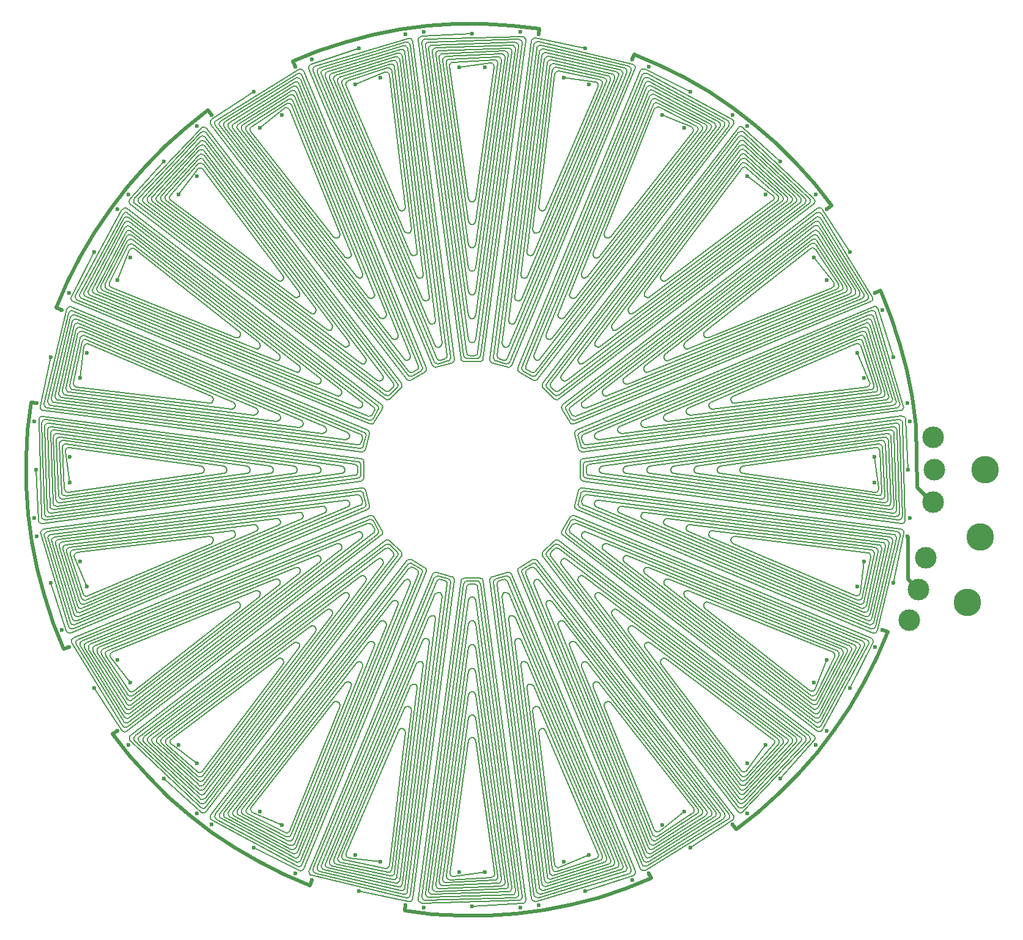
<source format=gbr>
%TF.GenerationSoftware,KiCad,Pcbnew,8.0.0*%
%TF.CreationDate,2024-10-30T22:06:19-04:00*%
%TF.ProjectId,mycoil,6d79636f-696c-42e6-9b69-6361645f7063,rev?*%
%TF.SameCoordinates,Original*%
%TF.FileFunction,Copper,L2,Inr*%
%TF.FilePolarity,Positive*%
%FSLAX46Y46*%
G04 Gerber Fmt 4.6, Leading zero omitted, Abs format (unit mm)*
G04 Created by KiCad (PCBNEW 8.0.0) date 2024-10-30 22:06:19*
%MOMM*%
%LPD*%
G01*
G04 APERTURE LIST*
%TA.AperFunction,ComponentPad*%
%ADD10C,3.800000*%
%TD*%
%TA.AperFunction,ComponentPad*%
%ADD11C,3.000000*%
%TD*%
%TA.AperFunction,ViaPad*%
%ADD12C,0.600000*%
%TD*%
%TA.AperFunction,Conductor*%
%ADD13C,0.200000*%
%TD*%
%TA.AperFunction,Conductor*%
%ADD14C,0.500000*%
%TD*%
G04 APERTURE END LIST*
D10*
%TO.N,N/C*%
%TO.C,*%
X56000000Y-7500000D03*
%TD*%
%TO.N,N/C*%
%TO.C,*%
X55392585Y-16767360D03*
%TD*%
%TO.N,N/C*%
%TO.C,*%
X53580734Y-25876152D03*
%TD*%
D11*
%TO.N,N/C*%
%TO.C,*%
X49000000Y-7500000D03*
%TD*%
%TO.N,N/C*%
%TO.C,*%
X48844099Y-3035586D03*
%TD*%
%TO.N,N/C*%
%TO.C,*%
X48844099Y-11964414D03*
%TD*%
%TO.N,N/C*%
%TO.C,*%
X46819253Y-24064419D03*
%TD*%
%TO.N,N/C*%
%TO.C,*%
X47824140Y-19711776D03*
%TD*%
%TO.N,N/C*%
%TO.C,*%
X45513189Y-28336362D03*
%TD*%
D12*
%TO.N,*%
X23109544Y-55089219D03*
X27705738Y-50210183D03*
X23109544Y-48159573D03*
X45600000Y-14200000D03*
X40700000Y-9300000D03*
X45400000Y-7500000D03*
X40700000Y-5700000D03*
X45400000Y-7500000D03*
X45600000Y-800000D03*
X41801017Y-29656137D03*
X38336194Y-23654887D03*
X43341920Y-23132670D03*
X39267943Y-20177554D03*
X43341920Y-23132670D03*
X45269193Y-16712731D03*
X34131139Y-43602370D03*
X32337615Y-36908846D03*
X37307934Y-37700000D03*
X34137615Y-33791154D03*
X37307934Y-37700000D03*
X40831139Y-31997630D03*
X25658640Y-45613056D03*
X27709250Y-50209250D03*
X32588286Y-45613056D03*
X9497630Y-63331139D03*
X11291154Y-56637615D03*
X15200000Y-59807934D03*
X14408846Y-54837615D03*
X15200000Y-59807934D03*
X21102370Y-56631139D03*
X-5787269Y-67769193D03*
X-2322446Y-61767943D03*
X632670Y-65841920D03*
X1154887Y-60836194D03*
X632670Y-65841920D03*
X7156137Y-64301017D03*
X-21700000Y-68100000D03*
X-16800000Y-63200000D03*
X-15000000Y-67900000D03*
X-13200000Y-63200000D03*
X-15000000Y-67900000D03*
X-8300000Y-68100000D03*
X-37156137Y-64301017D03*
X-31154887Y-60836194D03*
X-30632670Y-65841920D03*
X-27677554Y-61767943D03*
X-30632670Y-65841920D03*
X-24212731Y-67769193D03*
X-51102370Y-56631139D03*
X-44408846Y-54837615D03*
X-45200000Y-59807934D03*
X-41291154Y-56637615D03*
X-45200000Y-59807934D03*
X-39497630Y-63331139D03*
X-62588286Y-45613056D03*
X-55658640Y-45613056D03*
X-57709250Y-50209250D03*
X-53113056Y-48158640D03*
X-57709250Y-50209250D03*
X-53113056Y-55088286D03*
X-70831139Y-31997630D03*
X-64137615Y-33791154D03*
X-67307934Y-37700000D03*
X-62337615Y-36908846D03*
X-67307934Y-37700000D03*
X-64131139Y-43602370D03*
X-75269193Y-16712731D03*
X-69267943Y-20177554D03*
X-73341920Y-23132670D03*
X-68336194Y-23654887D03*
X-73341920Y-23132670D03*
X-71801017Y-29656137D03*
X-75600000Y-800000D03*
X-70700000Y-5700000D03*
X-75400000Y-7500000D03*
X-70700000Y-9300000D03*
X-75400000Y-7500000D03*
X-75600000Y-14200000D03*
X-71801017Y14656137D03*
X-68336194Y8654887D03*
X-73341920Y8132670D03*
X-69267943Y5177554D03*
X-73341920Y8132670D03*
X-75269193Y1712731D03*
X-64131139Y28602370D03*
X-62337615Y21908846D03*
X-67307934Y22700000D03*
X-64137615Y18791154D03*
X-67307934Y22700000D03*
X-70831139Y16997630D03*
X-53113056Y40088286D03*
X-53113056Y33158640D03*
X-57709250Y35209250D03*
X-55658640Y30613056D03*
X-57709250Y35209250D03*
X-62588286Y30613056D03*
X-39497630Y48331139D03*
X-41291154Y41637615D03*
X-45200000Y44807934D03*
X-44408846Y39837615D03*
X-45200000Y44807934D03*
X-51102370Y41631139D03*
X-24212731Y52769193D03*
X-27677554Y46767943D03*
X-30632670Y50841920D03*
X-31154887Y45836194D03*
X-30632670Y50841920D03*
X-37156137Y49301017D03*
X-8300000Y53100000D03*
X-13200000Y48200000D03*
X-15000000Y52900000D03*
X-16800000Y48200000D03*
X-15000000Y52900000D03*
X-21700000Y53100000D03*
X7156137Y49301017D03*
X1154887Y45836194D03*
X632670Y50841920D03*
X-2322446Y46767943D03*
X632670Y50841920D03*
X-5787269Y52769193D03*
X21102370Y41631139D03*
X14408846Y39837615D03*
X15200000Y44807934D03*
X11291154Y41637615D03*
X15200000Y44807934D03*
X9497630Y48331139D03*
X32588286Y30613056D03*
X25658640Y30613056D03*
X27709250Y35209250D03*
X23113056Y33158640D03*
X27709250Y35209250D03*
X23113056Y40088286D03*
X40831139Y16997630D03*
X34137615Y18791154D03*
X37307934Y22700000D03*
X32337615Y21908846D03*
X37307934Y22700000D03*
X34131139Y28602370D03*
X45269193Y1712731D03*
X39267943Y5177554D03*
X43341920Y8132670D03*
X38336194Y8654887D03*
X43341920Y8132670D03*
X41801017Y14656137D03*
%TD*%
D13*
%TO.N,*%
X11334395Y-33639412D02*
X11134967Y-33838840D01*
X26805100Y-44926103D02*
X26691546Y-44806933D01*
X26764872Y-45539044D02*
X26852536Y-45399720D01*
X27311548Y-44747882D02*
X9638458Y-31442722D01*
X22782883Y-50532841D02*
X22921231Y-50425351D01*
X22615946Y-50586005D02*
X22782883Y-50532841D01*
X7111470Y-29080475D02*
X6835380Y-29140099D01*
X22864460Y-51052863D02*
X28000309Y-45425544D01*
X4823323Y-26792063D02*
X4547031Y-26851621D01*
X28710039Y-45229665D02*
X28750134Y-45068577D01*
X28619414Y-45368748D02*
X28710039Y-45229665D01*
X2034632Y-24739052D02*
X1975136Y-25015530D01*
X28114352Y-44960549D02*
X28046024Y-44809644D01*
X29330366Y-45172935D02*
X29370987Y-45011694D01*
X22750853Y-52305124D02*
X29239114Y-45311940D01*
X22612500Y-52409945D02*
X22750853Y-52305124D01*
X23028695Y-49099535D02*
X25655128Y-45613989D01*
X22273284Y-52452567D02*
X22446648Y-52461150D01*
X-360256Y-22680367D02*
X-260007Y-22944980D01*
X22807662Y-51679362D02*
X28619414Y-45368748D01*
X175922Y-22144189D02*
X-100732Y-22203626D01*
X29992100Y-44954840D02*
X29977904Y-44788944D01*
X29951035Y-45116199D02*
X29992100Y-44954840D01*
X22555708Y-53034551D02*
X22694039Y-52930333D01*
X22217147Y-53076562D02*
X22390121Y-53085325D01*
X-2617042Y-20588020D02*
X21930451Y-52891647D01*
X-2717508Y-20323330D02*
X-2617042Y-20588020D01*
X-2658126Y-20046512D02*
X-2717508Y-20323330D01*
X30417682Y-44458058D02*
X-1916425Y-19887403D01*
X30599482Y-44731910D02*
X30531729Y-44579617D01*
X30613411Y-44898010D02*
X30599482Y-44731910D01*
X30571969Y-45059460D02*
X30613411Y-44898010D01*
X11874147Y-33678526D02*
X11610020Y-33579634D01*
X22001567Y-53633874D02*
X22160804Y-53700874D01*
X28667112Y-44751879D02*
X28553146Y-44631178D01*
X-4061027Y-19515829D02*
X21874637Y-53516682D01*
X22390121Y-53085325D02*
X22555708Y-53034551D01*
X-3253487Y-18342439D02*
X-3396377Y-18352009D01*
X-2988616Y-18443418D02*
X-3113746Y-18373765D01*
X28750134Y-45068577D02*
X28735279Y-44903240D01*
X22580000Y-54180000D02*
X31100948Y-45141061D01*
X22276784Y-54333338D02*
X22441817Y-54283215D01*
X28046024Y-44809644D02*
X27932140Y-44689346D01*
X22104540Y-54324403D02*
X22276784Y-54333338D01*
X21818817Y-54140514D02*
X21945579Y-54257474D01*
X31721904Y-45084291D02*
X31814766Y-44945664D01*
X22921231Y-50425351D02*
X27382017Y-45482317D01*
X22385068Y-54906973D02*
X22523225Y-54804141D01*
X21889508Y-54880929D02*
X22048227Y-54947788D01*
X-5283480Y-19107928D02*
X-5292973Y-19250942D01*
X-2181115Y-19786937D02*
X-2457933Y-19846319D01*
X22333337Y-53709683D02*
X22498569Y-53659249D01*
X-3530963Y-17270640D02*
X-3645792Y-17356416D01*
X-3113672Y-17242943D02*
X-3253503Y-17211472D01*
X32296216Y-44295231D02*
X-2988513Y-17312791D01*
X29356487Y-44846047D02*
X29288468Y-44694316D01*
X32491192Y-44728423D02*
X32475952Y-44564873D01*
X8898761Y-31602790D02*
X8839063Y-31878660D01*
X22977948Y-49796393D02*
X26764872Y-45539044D01*
X31154216Y-44522343D02*
X31040369Y-44400541D01*
X22672196Y-49959459D02*
X22839650Y-49905260D01*
X22113301Y-52385231D02*
X22273284Y-52452567D01*
X2511085Y-24479581D02*
X2234607Y-24539077D01*
X2075154Y-25280061D02*
X22041285Y-51642521D01*
X-4130680Y-19390699D02*
X-4061027Y-19515829D01*
X26873803Y-45075690D02*
X26805100Y-44926103D01*
X7375818Y-29179979D02*
X7111470Y-29080475D01*
X11610020Y-33579634D02*
X11334395Y-33639412D01*
X-3530692Y-18401692D02*
X-3645415Y-18487410D01*
X-4668276Y-18973615D02*
X-4717955Y-19107997D01*
X31040369Y-44400541D02*
X-2988616Y-18443418D01*
X22669297Y-51784901D02*
X22807662Y-51679362D01*
X29859264Y-45255127D02*
X29951035Y-45116199D01*
X6635654Y-29339825D02*
X6576030Y-29615915D01*
X-2457933Y-19846319D02*
X-2658126Y-20046512D01*
X28553146Y-44631178D02*
X5087765Y-26891834D01*
X29910023Y-44636907D02*
X29795983Y-44515589D01*
X-5261502Y-19390773D02*
X-5191654Y-19515932D01*
X27509586Y-45182460D02*
X27493807Y-45018012D01*
X31843453Y-44617883D02*
X31776083Y-44465233D01*
X22498569Y-53659249D02*
X22636775Y-53555594D01*
X2234607Y-24539077D02*
X2034632Y-24739052D01*
X-1916425Y-19887403D02*
X-2181115Y-19786937D01*
X6576030Y-29615915D02*
X6675534Y-29880263D01*
X31662238Y-44343249D02*
X-2988564Y-17878111D01*
X-260007Y-22944980D02*
X21985979Y-52267257D01*
X440535Y-22244438D02*
X175922Y-22144189D01*
X11134967Y-33838840D02*
X11075189Y-34114465D01*
X-4102753Y-18973753D02*
X-4152436Y-19108068D01*
X-300819Y-22403713D02*
X-360256Y-22680367D01*
X22726093Y-51159273D02*
X22864460Y-51052863D01*
X-4582528Y-18858838D02*
X-4668276Y-18973615D01*
X22721037Y-49290162D02*
X22892719Y-49223663D01*
X26691546Y-44806933D02*
X11874147Y-33678526D01*
X22559581Y-51211635D02*
X22726093Y-51159273D01*
X21945579Y-54257474D02*
X22104540Y-54324403D01*
X29977904Y-44788944D02*
X29910023Y-44636907D01*
X26852536Y-45399720D02*
X26890207Y-45239479D01*
X22333861Y-49884596D02*
X22496335Y-49952275D01*
X-3396517Y-17220965D02*
X-3530963Y-17270640D01*
X27470915Y-45343073D02*
X27509586Y-45182460D01*
X22041285Y-51642521D02*
X22168890Y-51760846D01*
X22496335Y-49952275D02*
X22672196Y-49959459D01*
X21762891Y-54764183D02*
X21889508Y-54880929D01*
X22150895Y-50391512D02*
X22279285Y-50510719D01*
X22839650Y-49905260D02*
X22977948Y-49796393D01*
X-4152436Y-19108068D02*
X-4162006Y-19250958D01*
X4347176Y-27051476D02*
X4287618Y-27327768D01*
X-4727486Y-19250950D02*
X-4696086Y-19390737D01*
X32364372Y-45026632D02*
X32452611Y-44888087D01*
X-5191654Y-19515932D02*
X21762891Y-54764183D01*
X31235281Y-44840974D02*
X31221687Y-44674805D01*
X21930451Y-52891647D02*
X22057540Y-53009312D01*
X4387389Y-27592210D02*
X22096295Y-51017329D01*
X-3113746Y-18373765D02*
X-3253487Y-18342439D01*
X-4626334Y-19515881D02*
X21818817Y-54140514D01*
X22536925Y-49290016D02*
X22721037Y-49290162D01*
X22892719Y-49223663D02*
X23028695Y-49099535D01*
X26890207Y-45239479D02*
X26873803Y-45075690D01*
X6675534Y-29880263D02*
X22150895Y-50391512D01*
X27382017Y-45482317D02*
X27470915Y-45343073D01*
X-5148029Y-18858653D02*
X-5233805Y-18973482D01*
X28000309Y-45425544D02*
X28090167Y-45286381D01*
X-3530830Y-17836169D02*
X-3645607Y-17921917D01*
X-3645415Y-18487410D02*
X-4017035Y-18859030D01*
X22204904Y-49764811D02*
X22333861Y-49884596D01*
X22279285Y-50510719D02*
X22440917Y-50578317D01*
X-4017035Y-18859030D02*
X-4102753Y-18973753D01*
X-3396448Y-17786490D02*
X-3530830Y-17836169D01*
X-3645792Y-17356416D02*
X-5148029Y-18858653D01*
X30479760Y-45198316D02*
X30571969Y-45059460D01*
X31221687Y-44674805D02*
X31154216Y-44522343D01*
X27425302Y-44867683D02*
X27311548Y-44747882D01*
X22057540Y-53009312D02*
X22217147Y-53076562D01*
X32475952Y-44564873D02*
X32408534Y-44415087D01*
X8839063Y-31878660D02*
X8938277Y-32142903D01*
X31814766Y-44945664D02*
X31856844Y-44784201D01*
X22220216Y-54956827D02*
X22385068Y-54906973D01*
X31776083Y-44465233D02*
X31662238Y-44343249D01*
X5087765Y-26891834D02*
X4823323Y-26792063D01*
X-2988564Y-17878111D02*
X-3113708Y-17808359D01*
X22503140Y-51836626D02*
X22669297Y-51784901D01*
X30531729Y-44579617D02*
X30417682Y-44458058D01*
X-3396377Y-18352009D02*
X-3530692Y-18401692D01*
X31856844Y-44784201D02*
X31843453Y-44617883D01*
X29239114Y-45311940D02*
X29330366Y-45172935D01*
X4547031Y-26851621D02*
X4347176Y-27051476D01*
X2775616Y-24579599D02*
X2511085Y-24479581D01*
X4287618Y-27327768D02*
X4387389Y-27592210D01*
X-4696086Y-19390737D02*
X-4626334Y-19515881D01*
X22160804Y-53700874D02*
X22333337Y-53709683D01*
X22694039Y-52930333D02*
X29859264Y-45255127D01*
X27705738Y-50210183D02*
X32364372Y-45026632D01*
X-4162006Y-19250958D02*
X-4130680Y-19390699D01*
X-3113708Y-17808359D02*
X-3253495Y-17776959D01*
X-3253503Y-17211472D02*
X-3396517Y-17220965D01*
X27493807Y-45018012D02*
X27425302Y-44867683D01*
X11075189Y-34114465D02*
X11174081Y-34378592D01*
X22229570Y-49098901D02*
X22365348Y-49223244D01*
X22385215Y-51203570D02*
X22559581Y-51211635D01*
X22523225Y-54804141D02*
X31721904Y-45084291D01*
X21874637Y-53516682D02*
X22001567Y-53633874D01*
X8938277Y-32142903D02*
X22204904Y-49764811D01*
X1975136Y-25015530D02*
X2075154Y-25280061D01*
X-2988513Y-17312791D02*
X-3113672Y-17242943D01*
X29795983Y-44515589D02*
X440535Y-22244438D01*
X22224247Y-51136058D02*
X22385215Y-51203570D01*
X27932140Y-44689346D02*
X7375818Y-29179979D01*
X-100732Y-22203626D02*
X-300819Y-22403713D01*
X29370987Y-45011694D02*
X29356487Y-44846047D01*
X-5292973Y-19250942D02*
X-5261502Y-19390773D01*
X-3253495Y-17776959D02*
X-3396448Y-17786490D01*
X28735279Y-44903240D02*
X28667112Y-44751879D01*
X22441817Y-54283215D02*
X22580000Y-54180000D01*
X22329319Y-51828270D02*
X22503140Y-51836626D01*
X29288468Y-44694316D02*
X29174453Y-44573281D01*
X32452611Y-44888087D02*
X32491192Y-44728423D01*
X22365348Y-49223244D02*
X22536925Y-49290016D01*
X29174453Y-44573281D02*
X2775616Y-24579599D01*
X9638458Y-31442722D02*
X9374215Y-31343508D01*
X22096295Y-51017329D02*
X22224247Y-51136058D01*
X28129625Y-45125496D02*
X28114352Y-44960549D01*
X22440917Y-50578317D02*
X22615946Y-50586005D01*
X6835380Y-29140099D02*
X6635654Y-29339825D01*
X9374215Y-31343508D02*
X9098345Y-31403206D01*
X28090167Y-45286381D02*
X28129625Y-45125496D01*
X22168890Y-51760846D02*
X22329319Y-51828270D01*
X-4717955Y-19107997D02*
X-4727486Y-19250950D01*
X22446648Y-52461150D02*
X22612500Y-52409945D01*
X21985979Y-52267257D02*
X22113301Y-52385231D01*
X31193486Y-45002375D02*
X31235281Y-44840974D01*
X-3645607Y-17921917D02*
X-4582528Y-18858838D01*
X9098345Y-31403206D02*
X8898761Y-31602790D01*
X11174081Y-34378592D02*
X22229570Y-49098901D01*
X32408534Y-44415087D02*
X32296216Y-44295231D01*
X-5233805Y-18973482D02*
X-5283480Y-19107928D01*
X31100948Y-45141061D02*
X31193486Y-45002375D01*
X22636775Y-53555594D02*
X30479760Y-45198316D01*
X22048227Y-54947788D02*
X22220216Y-54956827D01*
D14*
X48664414Y-11964414D02*
X48844099Y-11964414D01*
X46456370Y-1364748D02*
X46600000Y-9900000D01*
X46600000Y-9900000D02*
X48664414Y-11964414D01*
X45203786Y6285169D02*
X45950215Y2479881D01*
X44220026Y10036113D02*
X45203786Y6285169D01*
X43002812Y13717928D02*
X44220026Y10036113D01*
X41556944Y17316099D02*
X43002812Y13717928D01*
X45950215Y2479881D02*
X46456370Y-1364748D01*
X40831139Y16997630D02*
X41556944Y17316099D01*
X45400000Y-22645166D02*
X46819253Y-24064419D01*
X45400000Y-16843538D02*
X45400000Y-22645166D01*
X45269193Y-16712731D02*
X45400000Y-16843538D01*
X47635586Y-3035586D02*
X48844099Y-3035586D01*
D13*
X45400000Y-7500000D02*
X45028828Y-540524D01*
X45028828Y-540524D02*
X44993256Y-380164D01*
X44993256Y-380164D02*
X44907638Y-239983D01*
X44907638Y-239983D02*
X44781214Y-135113D01*
X44781214Y-135113D02*
X44627628Y-76869D01*
X44627628Y-76869D02*
X44463456Y-71539D01*
X44463456Y-71539D02*
X433918Y-5942144D01*
X433918Y-5942144D02*
X296028Y-5981255D01*
X296028Y-5981255D02*
X174899Y-6057877D01*
X174899Y-6057877D02*
X80485Y-6165716D01*
X80485Y-6165716D02*
X20543Y-6295909D01*
X20543Y-6295909D02*
X0Y-6437758D01*
X0Y-6437758D02*
X0Y-8562242D01*
X0Y-8562242D02*
X20543Y-8704091D01*
X20543Y-8704091D02*
X80485Y-8834284D01*
X80485Y-8834284D02*
X174899Y-8942123D01*
X174899Y-8942123D02*
X296028Y-9018745D01*
X296028Y-9018745D02*
X433918Y-9057856D01*
X433918Y-9057856D02*
X44417937Y-14922392D01*
X44417937Y-14922392D02*
X44590022Y-14915412D01*
X44590022Y-14915412D02*
X44749529Y-14850457D01*
X44749529Y-14850457D02*
X44877535Y-14735234D01*
X44877535Y-14735234D02*
X44958851Y-14583414D01*
X44958851Y-14583414D02*
X44983829Y-14413009D01*
X44983829Y-14413009D02*
X44615305Y-1035589D01*
X44615305Y-1035589D02*
X44582945Y-871901D01*
X44582945Y-871901D02*
X44498527Y-727976D01*
X44498527Y-727976D02*
X44371454Y-619840D01*
X44371454Y-619840D02*
X44215876Y-559538D01*
X44215876Y-559538D02*
X44049119Y-553783D01*
X44049119Y-553783D02*
X833624Y-6341922D01*
X833624Y-6341922D02*
X695812Y-6381090D01*
X695812Y-6381090D02*
X574764Y-6457731D01*
X574764Y-6457731D02*
X480420Y-6565554D01*
X480420Y-6565554D02*
X420526Y-6695704D01*
X420526Y-6695704D02*
X400000Y-6837496D01*
X400000Y-6837496D02*
X400000Y-8162504D01*
X400000Y-8162504D02*
X420526Y-8304296D01*
X420526Y-8304296D02*
X480420Y-8434446D01*
X480420Y-8434446D02*
X574764Y-8542269D01*
X574764Y-8542269D02*
X695812Y-8618910D01*
X695812Y-8618910D02*
X833624Y-8658078D01*
X833624Y-8658078D02*
X44016483Y-14441846D01*
X44016483Y-14441846D02*
X44188820Y-14434914D01*
X44188820Y-14434914D02*
X44348548Y-14369838D01*
X44348548Y-14369838D02*
X44476661Y-14254361D01*
X44476661Y-14254361D02*
X44557915Y-14102223D01*
X44557915Y-14102223D02*
X44582641Y-13931528D01*
X44582641Y-13931528D02*
X44216366Y-1514813D01*
X44216366Y-1514813D02*
X44183734Y-1351314D01*
X44183734Y-1351314D02*
X44099161Y-1207632D01*
X44099161Y-1207632D02*
X43972049Y-1099745D01*
X43972049Y-1099745D02*
X43816533Y-1039648D01*
X43816533Y-1039648D02*
X43649903Y-1034022D01*
X43649903Y-1034022D02*
X1233320Y-6741692D01*
X1233320Y-6741692D02*
X1095587Y-6780919D01*
X1095587Y-6780919D02*
X974624Y-6857580D01*
X974624Y-6857580D02*
X880354Y-6965386D01*
X880354Y-6965386D02*
X820509Y-7095492D01*
X820509Y-7095492D02*
X800000Y-7237225D01*
X800000Y-7237225D02*
X800000Y-7762775D01*
X800000Y-7762775D02*
X820509Y-7904508D01*
X820509Y-7904508D02*
X880354Y-8034614D01*
X880354Y-8034614D02*
X974624Y-8142420D01*
X974624Y-8142420D02*
X1095587Y-8219081D01*
X1095587Y-8219081D02*
X1233320Y-8258308D01*
X1233320Y-8258308D02*
X43614837Y-13961259D01*
X43614837Y-13961259D02*
X43787458Y-13954373D01*
X43787458Y-13954373D02*
X43947431Y-13889152D01*
X43947431Y-13889152D02*
X44075659Y-13773381D01*
X44075659Y-13773381D02*
X44156834Y-13620882D01*
X44156834Y-13620882D02*
X44181265Y-13449860D01*
X44181265Y-13449860D02*
X43817605Y-1994545D01*
X43817605Y-1994545D02*
X43784620Y-1831158D01*
X43784620Y-1831158D02*
X43699763Y-1687691D01*
X43699763Y-1687691D02*
X43572463Y-1580090D01*
X43572463Y-1580090D02*
X43416867Y-1520311D01*
X43416867Y-1520311D02*
X43250268Y-1514999D01*
X43250268Y-1514999D02*
X3012525Y-7004589D01*
X3012525Y-7004589D02*
X2754320Y-7120713D01*
X2754320Y-7120713D02*
X2600570Y-7358442D01*
X2600570Y-7358442D02*
X2600570Y-7641558D01*
X2600570Y-7641558D02*
X2754320Y-7879287D01*
X2754320Y-7879287D02*
X3012525Y-7995411D01*
X3012525Y-7995411D02*
X43212337Y-13479826D01*
X43212337Y-13479826D02*
X43385405Y-13473162D01*
X43385405Y-13473162D02*
X43545816Y-13407856D01*
X43545816Y-13407856D02*
X43674324Y-13291741D01*
X43674324Y-13291741D02*
X43755510Y-13138751D01*
X43755510Y-13138751D02*
X43779630Y-12967243D01*
X43779630Y-12967243D02*
X43419020Y-2473474D01*
X43419020Y-2473474D02*
X43385674Y-2310345D01*
X43385674Y-2310345D02*
X43300613Y-2167209D01*
X43300613Y-2167209D02*
X43173269Y-2059941D01*
X43173269Y-2059941D02*
X43017764Y-2000434D01*
X43017764Y-2000434D02*
X42851341Y-1995288D01*
X42851341Y-1995288D02*
X6345822Y-7004642D01*
X6345822Y-7004642D02*
X6087826Y-7120865D01*
X6087826Y-7120865D02*
X5934231Y-7358517D01*
X5934231Y-7358517D02*
X5934231Y-7641483D01*
X5934231Y-7641483D02*
X6087826Y-7879135D01*
X6087826Y-7879135D02*
X6345822Y-7995358D01*
X6345822Y-7995358D02*
X42810091Y-12999052D01*
X42810091Y-12999052D02*
X42983542Y-12992442D01*
X42983542Y-12992442D02*
X43144281Y-12926930D01*
X43144281Y-12926930D02*
X43272937Y-12810412D01*
X43272937Y-12810412D02*
X43354005Y-12656930D01*
X43354005Y-12656930D02*
X43377715Y-12484980D01*
X43377715Y-12484980D02*
X43020680Y-2952158D01*
X43020680Y-2952158D02*
X42986914Y-2789343D01*
X42986914Y-2789343D02*
X42901623Y-2646604D01*
X42901623Y-2646604D02*
X42774240Y-2539728D01*
X42774240Y-2539728D02*
X42618853Y-2480534D01*
X42618853Y-2480534D02*
X42452647Y-2475570D01*
X42452647Y-2475570D02*
X9648183Y-7004698D01*
X9648183Y-7004698D02*
X9390408Y-7121027D01*
X9390408Y-7121027D02*
X9236978Y-7358596D01*
X9236978Y-7358596D02*
X9236978Y-7641404D01*
X9236978Y-7641404D02*
X9390408Y-7878973D01*
X9390408Y-7878973D02*
X9648183Y-7995302D01*
X9648183Y-7995302D02*
X42407444Y-12518189D01*
X42407444Y-12518189D02*
X42581342Y-12511627D01*
X42581342Y-12511627D02*
X42742458Y-12445863D01*
X42742458Y-12445863D02*
X42871277Y-12328861D01*
X42871277Y-12328861D02*
X42952193Y-12174795D01*
X42952193Y-12174795D02*
X42975404Y-12002329D01*
X42975404Y-12002329D02*
X42622655Y-3430522D01*
X42622655Y-3430522D02*
X42588391Y-3268094D01*
X42588391Y-3268094D02*
X42502836Y-3125836D01*
X42502836Y-3125836D02*
X42375421Y-3019429D01*
X42375421Y-3019429D02*
X42220191Y-2960602D01*
X42220191Y-2960602D02*
X42054257Y-2955840D01*
X42054257Y-2955840D02*
X12918116Y-7004759D01*
X12918116Y-7004759D02*
X12660578Y-7121200D01*
X12660578Y-7121200D02*
X12507324Y-7358681D01*
X12507324Y-7358681D02*
X12507324Y-7641319D01*
X12507324Y-7641319D02*
X12660578Y-7878800D01*
X12660578Y-7878800D02*
X12918116Y-7995241D01*
X12918116Y-7995241D02*
X42004264Y-12037213D01*
X42004264Y-12037213D02*
X42178694Y-12030692D01*
X42178694Y-12030692D02*
X42340253Y-11964608D01*
X42340253Y-11964608D02*
X42469252Y-11847017D01*
X42469252Y-11847017D02*
X42549968Y-11692248D01*
X42549968Y-11692248D02*
X42572565Y-11519165D01*
X42572565Y-11519165D02*
X42225044Y-3908456D01*
X42225044Y-3908456D02*
X42190180Y-3746514D01*
X42190180Y-3746514D02*
X42104318Y-3604850D01*
X42104318Y-3604850D02*
X41976882Y-3499014D01*
X41976882Y-3499014D02*
X41821861Y-3440624D01*
X41821861Y-3440624D02*
X41656270Y-3436088D01*
X41656270Y-3436088D02*
X16153977Y-7004825D01*
X16153977Y-7004825D02*
X15896694Y-7121387D01*
X15896694Y-7121387D02*
X15743630Y-7358773D01*
X15743630Y-7358773D02*
X15743630Y-7641227D01*
X15743630Y-7641227D02*
X15896694Y-7878613D01*
X15896694Y-7878613D02*
X16153977Y-7995175D01*
X16153977Y-7995175D02*
X41600352Y-11556087D01*
X41600352Y-11556087D02*
X41775430Y-11549593D01*
X41775430Y-11549593D02*
X41937520Y-11483101D01*
X41937520Y-11483101D02*
X42066721Y-11364773D01*
X42066721Y-11364773D02*
X42147170Y-11209138D01*
X42147170Y-11209138D02*
X42168990Y-11035304D01*
X42168990Y-11035304D02*
X41827990Y-4385799D01*
X41827990Y-4385799D02*
X41792389Y-4224478D01*
X41792389Y-4224478D02*
X41706163Y-4083563D01*
X41706163Y-4083563D02*
X41578723Y-3978439D01*
X41578723Y-3978439D02*
X41423984Y-3920580D01*
X41423984Y-3920580D02*
X41258836Y-3916304D01*
X41258836Y-3916304D02*
X19353906Y-7004897D01*
X19353906Y-7004897D02*
X19096903Y-7121591D01*
X19096903Y-7121591D02*
X18944046Y-7358872D01*
X18944046Y-7358872D02*
X18944046Y-7641128D01*
X18944046Y-7641128D02*
X19096903Y-7878409D01*
X19096903Y-7878409D02*
X19353906Y-7995103D01*
X19353906Y-7995103D02*
X41195398Y-11074751D01*
X41195398Y-11074751D02*
X41371285Y-11068266D01*
X41371285Y-11068266D02*
X41534028Y-11001235D01*
X41534028Y-11001235D02*
X41663460Y-10881963D01*
X41663460Y-10881963D02*
X41743544Y-10725231D01*
X41743544Y-10725231D02*
X41764354Y-10550459D01*
X41764354Y-10550459D02*
X41431713Y-4862299D01*
X41431713Y-4862299D02*
X41395185Y-4701794D01*
X41395185Y-4701794D02*
X41308515Y-4561849D01*
X41308515Y-4561849D02*
X41181099Y-4457632D01*
X41181099Y-4457632D02*
X41026745Y-4400438D01*
X41026745Y-4400438D02*
X40862184Y-4396467D01*
X40862184Y-4396467D02*
X22515728Y-7004978D01*
X22515728Y-7004978D02*
X22259035Y-7121818D01*
X22259035Y-7121818D02*
X22106408Y-7358984D01*
X22106408Y-7358984D02*
X22106408Y-7641016D01*
X22106408Y-7641016D02*
X22259035Y-7878182D01*
X22259035Y-7878182D02*
X22515728Y-7995022D01*
X22515728Y-7995022D02*
X40741970Y-10586441D01*
X40741970Y-10586441D02*
X40925904Y-10578355D01*
X40925904Y-10578355D02*
X41094441Y-10504246D01*
X41094441Y-10504246D02*
X41224731Y-10374163D01*
X41224731Y-10374163D02*
X41299107Y-10205743D01*
X41299107Y-10205743D02*
X41307485Y-10021822D01*
X41307485Y-10021822D02*
X40700000Y-5700000D01*
X43341920Y-23132670D02*
X44784640Y-16314267D01*
X44784640Y-16314267D02*
X44791785Y-16150163D01*
X44791785Y-16150163D02*
X44745365Y-15992600D01*
X44745365Y-15992600D02*
X44650392Y-15858582D01*
X44650392Y-15858582D02*
X44517113Y-15762572D01*
X44517113Y-15762572D02*
X44359915Y-15714933D01*
X44359915Y-15714933D02*
X311223Y-9989819D01*
X311223Y-9989819D02*
X167909Y-9991908D01*
X167909Y-9991908D02*
X31076Y-10034569D01*
X31076Y-10034569D02*
X-88032Y-10114297D01*
X-88032Y-10114297D02*
X-179628Y-10224540D01*
X-179628Y-10224540D02*
X-236184Y-10356239D01*
X-236184Y-10356239D02*
X-786041Y-12408332D01*
X-786041Y-12408332D02*
X-802911Y-12550665D01*
X-802911Y-12550665D02*
X-778708Y-12691936D01*
X-778708Y-12691936D02*
X-715422Y-12820537D01*
X-715422Y-12820537D02*
X-618252Y-12925899D01*
X-618252Y-12925899D02*
X-495183Y-12999365D01*
X-495183Y-12999365D02*
X40472264Y-30047974D01*
X40472264Y-30047974D02*
X40640291Y-30085770D01*
X40640291Y-30085770D02*
X40811175Y-30064313D01*
X40811175Y-30064313D02*
X40964641Y-29986146D01*
X40964641Y-29986146D02*
X41082480Y-29860545D01*
X41082480Y-29860545D02*
X41150712Y-29702411D01*
X41150712Y-29702411D02*
X44257076Y-16685435D01*
X44257076Y-16685435D02*
X44268183Y-16518949D01*
X44268183Y-16518949D02*
X44223893Y-16358079D01*
X44223893Y-16358079D02*
X44129137Y-16220739D01*
X44129137Y-16220739D02*
X43994468Y-16122225D01*
X43994468Y-16122225D02*
X43834883Y-16073506D01*
X43834883Y-16073506D02*
X593839Y-10479426D01*
X593839Y-10479426D02*
X450585Y-10481591D01*
X450585Y-10481591D02*
X313826Y-10524291D01*
X313826Y-10524291D02*
X194790Y-10604022D01*
X194790Y-10604022D02*
X103252Y-10714236D01*
X103252Y-10714236D02*
X46726Y-10845884D01*
X46726Y-10845884D02*
X-296211Y-12125743D01*
X-296211Y-12125743D02*
X-313082Y-12268016D01*
X-313082Y-12268016D02*
X-288915Y-12409234D01*
X-288915Y-12409234D02*
X-225692Y-12537800D01*
X-225692Y-12537800D02*
X-128605Y-12643159D01*
X-128605Y-12643159D02*
X-5626Y-12716661D01*
X-5626Y-12716661D02*
X40208863Y-29479898D01*
X40208863Y-29479898D02*
X40377122Y-29517806D01*
X40377122Y-29517806D02*
X40548250Y-29496288D01*
X40548250Y-29496288D02*
X40701886Y-29417904D01*
X40701886Y-29417904D02*
X40819747Y-29291980D01*
X40819747Y-29291980D02*
X40887810Y-29133501D01*
X40887810Y-29133501D02*
X43747698Y-17045077D01*
X43747698Y-17045077D02*
X43758494Y-16878702D01*
X43758494Y-16878702D02*
X43713990Y-16718028D01*
X43713990Y-16718028D02*
X43619133Y-16580918D01*
X43619133Y-16580918D02*
X43484470Y-16482618D01*
X43484470Y-16482618D02*
X43324975Y-16434057D01*
X43324975Y-16434057D02*
X876448Y-10969023D01*
X876448Y-10969023D02*
X733255Y-10971266D01*
X733255Y-10971266D02*
X596573Y-11014007D01*
X596573Y-11014007D02*
X477612Y-11093740D01*
X477612Y-11093740D02*
X386133Y-11203924D01*
X386133Y-11203924D02*
X329639Y-11335520D01*
X329639Y-11335520D02*
X193617Y-11843162D01*
X193617Y-11843162D02*
X176744Y-11985374D01*
X176744Y-11985374D02*
X200875Y-12126536D01*
X200875Y-12126536D02*
X264032Y-12255067D01*
X264032Y-12255067D02*
X361032Y-12360424D01*
X361032Y-12360424D02*
X483918Y-12433962D01*
X483918Y-12433962D02*
X39945288Y-28911733D01*
X39945288Y-28911733D02*
X40113809Y-28949759D01*
X40113809Y-28949759D02*
X40285212Y-28928164D01*
X40285212Y-28928164D02*
X40439035Y-28849526D01*
X40439035Y-28849526D02*
X40556913Y-28723233D01*
X40556913Y-28723233D02*
X40624776Y-28564362D01*
X40624776Y-28564362D02*
X43238360Y-17405255D01*
X43238360Y-17405255D02*
X43248787Y-17238898D01*
X43248787Y-17238898D02*
X43203953Y-17078357D01*
X43203953Y-17078357D02*
X43108840Y-16941474D01*
X43108840Y-16941474D02*
X42974018Y-16843462D01*
X42974018Y-16843462D02*
X42814470Y-16795212D01*
X42814470Y-16795212D02*
X2526985Y-11683454D01*
X2526985Y-11683454D02*
X2247523Y-11728793D01*
X2247523Y-11728793D02*
X2037483Y-11918629D01*
X2037483Y-11918629D02*
X1964208Y-12192097D01*
X1964208Y-12192097D02*
X2051190Y-12461520D01*
X2051190Y-12461520D02*
X2270541Y-12640515D01*
X2270541Y-12640515D02*
X39681107Y-28342530D01*
X39681107Y-28342530D02*
X39850002Y-28380887D01*
X39850002Y-28380887D02*
X40021851Y-28359323D01*
X40021851Y-28359323D02*
X40176032Y-28280425D01*
X40176032Y-28280425D02*
X40294048Y-28153660D01*
X40294048Y-28153660D02*
X40361736Y-27994239D01*
X40361736Y-27994239D02*
X42729401Y-17764704D01*
X42729401Y-17764704D02*
X42739412Y-17598502D01*
X42739412Y-17598502D02*
X42694296Y-17438229D01*
X42694296Y-17438229D02*
X42599054Y-17301656D01*
X42599054Y-17301656D02*
X42464249Y-17203929D01*
X42464249Y-17203929D02*
X42304828Y-17155885D01*
X42304828Y-17155885D02*
X5746689Y-12546226D01*
X5746689Y-12546226D02*
X5467403Y-12591715D01*
X5467403Y-12591715D02*
X5257533Y-12781516D01*
X5257533Y-12781516D02*
X5184296Y-13054840D01*
X5184296Y-13054840D02*
X5271148Y-13324147D01*
X5271148Y-13324147D02*
X5490273Y-13503184D01*
X5490273Y-13503184D02*
X39417001Y-27774029D01*
X39417001Y-27774029D02*
X39586252Y-27812536D01*
X39586252Y-27812536D02*
X39758470Y-27790859D01*
X39758470Y-27790859D02*
X39912899Y-27711610D01*
X39912899Y-27711610D02*
X40030929Y-27584339D01*
X40030929Y-27584339D02*
X40098334Y-27424385D01*
X40098334Y-27424385D02*
X42220741Y-18123979D01*
X42220741Y-18123979D02*
X42230265Y-17957972D01*
X42230265Y-17957972D02*
X42184824Y-17798022D01*
X42184824Y-17798022D02*
X42089443Y-17661818D01*
X42089443Y-17661818D02*
X41954671Y-17564425D01*
X41954671Y-17564425D02*
X41795414Y-17516612D01*
X41795414Y-17516612D02*
X8936510Y-13400994D01*
X8936510Y-13400994D02*
X8657410Y-13446642D01*
X8657410Y-13446642D02*
X8447721Y-13636406D01*
X8447721Y-13636406D02*
X8374525Y-13909577D01*
X8374525Y-13909577D02*
X8461239Y-14178762D01*
X8461239Y-14178762D02*
X8680123Y-14357844D01*
X8680123Y-14357844D02*
X39152530Y-27205338D01*
X39152530Y-27205338D02*
X39322201Y-27244008D01*
X39322201Y-27244008D02*
X39494848Y-27222184D01*
X39494848Y-27222184D02*
X39649560Y-27142510D01*
X39649560Y-27142510D02*
X39767594Y-27014637D01*
X39767594Y-27014637D02*
X39834652Y-26854054D01*
X39834652Y-26854054D02*
X41712469Y-18483026D01*
X41712469Y-18483026D02*
X41721412Y-18317265D01*
X41721412Y-18317265D02*
X41675591Y-18157711D01*
X41675591Y-18157711D02*
X41580058Y-18021952D01*
X41580058Y-18021952D02*
X41445343Y-17924954D01*
X41445343Y-17924954D02*
X41286295Y-17877406D01*
X41286295Y-17877406D02*
X12095007Y-14247374D01*
X12095007Y-14247374D02*
X11816107Y-14293191D01*
X11816107Y-14293191D02*
X11606611Y-14482916D01*
X11606611Y-14482916D02*
X11533459Y-14755923D01*
X11533459Y-14755923D02*
X11620026Y-15024977D01*
X11620026Y-15024977D02*
X11838651Y-15204106D01*
X11838651Y-15204106D02*
X38887573Y-26636400D01*
X38887573Y-26636400D02*
X39057748Y-26675247D01*
X39057748Y-26675247D02*
X39230906Y-26653230D01*
X39230906Y-26653230D02*
X39385944Y-26573032D01*
X39385944Y-26573032D02*
X39503967Y-26444428D01*
X39503967Y-26444428D02*
X39570591Y-26283091D01*
X39570591Y-26283091D02*
X41204708Y-18841766D01*
X41204708Y-18841766D02*
X41212945Y-18676318D01*
X41212945Y-18676318D02*
X41166674Y-18517259D01*
X41166674Y-18517259D02*
X41070973Y-18382047D01*
X41070973Y-18382047D02*
X40936347Y-18285524D01*
X40936347Y-18285524D02*
X40777572Y-18238285D01*
X40777572Y-18238285D02*
X15220591Y-15084940D01*
X15220591Y-15084940D02*
X14941907Y-15130940D01*
X14941907Y-15130940D02*
X14732619Y-15320622D01*
X14732619Y-15320622D02*
X14659514Y-15593452D01*
X14659514Y-15593452D02*
X14745923Y-15862365D01*
X14745923Y-15862365D02*
X14964270Y-16041545D01*
X14964270Y-16041545D02*
X38621950Y-26067128D01*
X38621950Y-26067128D02*
X38792742Y-26106169D01*
X38792742Y-26106169D02*
X38966518Y-26083894D01*
X38966518Y-26083894D02*
X39121942Y-26003038D01*
X39121942Y-26003038D02*
X39239932Y-25873528D01*
X39239932Y-25873528D02*
X39306000Y-25711265D01*
X39306000Y-25711265D02*
X40697637Y-19200079D01*
X40697637Y-19200079D02*
X40705003Y-19035041D01*
X40705003Y-19035041D02*
X40658186Y-18876611D01*
X40658186Y-18876611D02*
X40562297Y-18742084D01*
X40562297Y-18742084D02*
X40427805Y-18646148D01*
X40427805Y-18646148D02*
X40269392Y-18599274D01*
X40269392Y-18599274D02*
X18311467Y-15913213D01*
X18311467Y-15913213D02*
X18033018Y-15959413D01*
X18033018Y-15959413D02*
X17823957Y-16149047D01*
X17823957Y-16149047D02*
X17750904Y-16421684D01*
X17750904Y-16421684D02*
X17837139Y-16690443D01*
X17837139Y-16690443D02*
X18055183Y-16869678D01*
X18055183Y-16869678D02*
X38355372Y-25497384D01*
X38355372Y-25497384D02*
X38526945Y-25536643D01*
X38526945Y-25536643D02*
X38701491Y-25514017D01*
X38701491Y-25514017D02*
X38857383Y-25432309D01*
X38857383Y-25432309D02*
X38975303Y-25301644D01*
X38975303Y-25301644D02*
X39040639Y-25138213D01*
X39040639Y-25138213D02*
X40191537Y-19557778D01*
X40191537Y-19557778D02*
X40197794Y-19393288D01*
X40197794Y-19393288D02*
X40150299Y-19235680D01*
X40150299Y-19235680D02*
X40054197Y-19102036D01*
X40054197Y-19102036D02*
X39919905Y-19006842D01*
X39919905Y-19006842D02*
X39761979Y-18960414D01*
X39761979Y-18960414D02*
X21365532Y-16731631D01*
X21365532Y-16731631D02*
X21087345Y-16778052D01*
X21087345Y-16778052D02*
X20878536Y-16967634D01*
X20878536Y-16967634D02*
X20805540Y-17240057D01*
X20805540Y-17240057D02*
X20891584Y-17508644D01*
X20891584Y-17508644D02*
X21109290Y-17687939D01*
X21109290Y-17687939D02*
X38043779Y-24908356D01*
X38043779Y-24908356D02*
X38223538Y-24948151D01*
X38223538Y-24948151D02*
X38405514Y-24920189D01*
X38405514Y-24920189D02*
X38565032Y-24828259D01*
X38565032Y-24828259D02*
X38680464Y-24684828D01*
X38680464Y-24684828D02*
X38736158Y-24509343D01*
X38736158Y-24509343D02*
X39267943Y-20177554D01*
X37307934Y-37700000D02*
X40466228Y-31487331D01*
X40466228Y-31487331D02*
X40515602Y-31330669D01*
X40515602Y-31330669D02*
X40511545Y-31166460D01*
X40511545Y-31166460D02*
X40454494Y-31012427D01*
X40454494Y-31012427D02*
X40350606Y-30885194D01*
X40350606Y-30885194D02*
X40211094Y-30798492D01*
X40211094Y-30798492D02*
X-854907Y-13867816D01*
X-854907Y-13867816D02*
X-993878Y-13832742D01*
X-993878Y-13832742D02*
X-1137090Y-13838535D01*
X-1137090Y-13838535D02*
X-1272775Y-13884718D01*
X-1272775Y-13884718D02*
X-1389782Y-13967498D01*
X-1389782Y-13967498D02*
X-1478498Y-14080072D01*
X-1478498Y-14080072D02*
X-2540740Y-15919928D01*
X-2540740Y-15919928D02*
X-2593874Y-16053045D01*
X-2593874Y-16053045D02*
X-2607059Y-16195766D01*
X-2607059Y-16195766D02*
X-2579213Y-16336365D01*
X-2579213Y-16336365D02*
X-2512624Y-16463286D01*
X-2512624Y-16463286D02*
X-2412763Y-16566102D01*
X-2412763Y-16566102D02*
X32746247Y-43636948D01*
X32746247Y-43636948D02*
X32898767Y-43716946D01*
X32898767Y-43716946D02*
X33069382Y-43740447D01*
X33069382Y-43740447D02*
X33237849Y-43704664D01*
X33237849Y-43704664D02*
X33384181Y-43613842D01*
X33384181Y-43613842D02*
X33491016Y-43478756D01*
X33491016Y-43478756D02*
X39860575Y-31709309D01*
X39860575Y-31709309D02*
X39914393Y-31551370D01*
X39914393Y-31551370D02*
X39913248Y-31384519D01*
X39913248Y-31384519D02*
X39857267Y-31227334D01*
X39857267Y-31227334D02*
X39752684Y-31097321D01*
X39752684Y-31097321D02*
X39611146Y-31008959D01*
X39611146Y-31008959D02*
X-708640Y-14413887D01*
X-708640Y-14413887D02*
X-847573Y-14378901D01*
X-847573Y-14378901D02*
X-990724Y-14384751D01*
X-990724Y-14384751D02*
X-1126339Y-14430956D01*
X-1126339Y-14430956D02*
X-1243284Y-14513722D01*
X-1243284Y-14513722D02*
X-1331957Y-14626255D01*
X-1331957Y-14626255D02*
X-1994461Y-15773745D01*
X-1994461Y-15773745D02*
X-2047580Y-15906804D01*
X-2047580Y-15906804D02*
X-2060786Y-16049465D01*
X-2060786Y-16049465D02*
X-2032993Y-16190013D01*
X-2032993Y-16190013D02*
X-1966483Y-16316911D01*
X-1966483Y-16316911D02*
X-1866718Y-16419737D01*
X-1866718Y-16419737D02*
X32638850Y-43020056D01*
X32638850Y-43020056D02*
X32791564Y-43100222D01*
X32791564Y-43100222D02*
X32962431Y-43123728D01*
X32962431Y-43123728D02*
X33131119Y-43087778D01*
X33131119Y-43087778D02*
X33277556Y-42996650D01*
X33277556Y-42996650D02*
X33384317Y-42861187D01*
X33384317Y-42861187D02*
X39275471Y-31924859D01*
X39275471Y-31924859D02*
X39328960Y-31766948D01*
X39328960Y-31766948D02*
X39327558Y-31600230D01*
X39327558Y-31600230D02*
X39271420Y-31443241D01*
X39271420Y-31443241D02*
X39166788Y-31313437D01*
X39166788Y-31313437D02*
X39025295Y-31225251D01*
X39025295Y-31225251D02*
X-562378Y-14959946D01*
X-562378Y-14959946D02*
X-701272Y-14925051D01*
X-701272Y-14925051D02*
X-844360Y-14930960D01*
X-844360Y-14930960D02*
X-979903Y-14977187D01*
X-979903Y-14977187D02*
X-1096783Y-15059940D01*
X-1096783Y-15059940D02*
X-1185411Y-15172430D01*
X-1185411Y-15172430D02*
X-1448186Y-15627570D01*
X-1448186Y-15627570D02*
X-1501291Y-15760569D01*
X-1501291Y-15760569D02*
X-1514518Y-15903166D01*
X-1514518Y-15903166D02*
X-1486780Y-16043664D01*
X-1486780Y-16043664D02*
X-1420353Y-16170536D01*
X-1420353Y-16170536D02*
X-1320687Y-16273374D01*
X-1320687Y-16273374D02*
X32531308Y-42403033D01*
X32531308Y-42403033D02*
X32684245Y-42483380D01*
X32684245Y-42483380D02*
X32855397Y-42506883D01*
X32855397Y-42506883D02*
X33024331Y-42470737D01*
X33024331Y-42470737D02*
X33170880Y-42379257D01*
X33170880Y-42379257D02*
X33277549Y-42243363D01*
X33277549Y-42243363D02*
X38690267Y-32140938D01*
X38690267Y-32140938D02*
X38743396Y-31982949D01*
X38743396Y-31982949D02*
X38741640Y-31816274D01*
X38741640Y-31816274D02*
X38685196Y-31659438D01*
X38685196Y-31659438D02*
X38580335Y-31529871D01*
X38580335Y-31529871D02*
X38438712Y-31441971D01*
X38438712Y-31441971D02*
X847010Y-16077224D01*
X847010Y-16077224D02*
X565336Y-16048688D01*
X565336Y-16048688D02*
X313320Y-16177693D01*
X313320Y-16177693D02*
X171762Y-16422878D01*
X171762Y-16422878D02*
X186049Y-16705633D01*
X186049Y-16705633D02*
X351599Y-16935301D01*
X351599Y-16935301D02*
X32423450Y-41784850D01*
X32423450Y-41784850D02*
X32576663Y-41865613D01*
X32576663Y-41865613D02*
X32748237Y-41889261D01*
X32748237Y-41889261D02*
X32917585Y-41852957D01*
X32917585Y-41852957D02*
X33064388Y-41761057D01*
X33064388Y-41761057D02*
X33171032Y-41624587D01*
X33171032Y-41624587D02*
X38105618Y-32356411D01*
X38105618Y-32356411D02*
X38158305Y-32198464D01*
X38158305Y-32198464D02*
X38156208Y-32031975D01*
X38156208Y-32031975D02*
X38099559Y-31875405D01*
X38099559Y-31875405D02*
X37994640Y-31746118D01*
X37994640Y-31746118D02*
X37853087Y-31658450D01*
X37853087Y-31658450D02*
X3733703Y-17743918D01*
X3733703Y-17743918D02*
X3452161Y-17715572D01*
X3452161Y-17715572D02*
X3200318Y-17844588D01*
X3200318Y-17844588D02*
X3058834Y-18089644D01*
X3058834Y-18089644D02*
X3073025Y-18372254D01*
X3073025Y-18372254D02*
X3238345Y-18601904D01*
X3238345Y-18601904D02*
X32315482Y-41167364D01*
X32315482Y-41167364D02*
X32468999Y-41248365D01*
X32468999Y-41248365D02*
X32640959Y-41272000D01*
X32640959Y-41272000D02*
X32810638Y-41235420D01*
X32810638Y-41235420D02*
X32957586Y-41143035D01*
X32957586Y-41143035D02*
X33064094Y-41005977D01*
X33064094Y-41005977D02*
X37521304Y-32571793D01*
X37521304Y-32571793D02*
X37573469Y-32413908D01*
X37573469Y-32413908D02*
X37570974Y-32247647D01*
X37570974Y-32247647D02*
X37514095Y-32091398D01*
X37514095Y-32091398D02*
X37409123Y-31962441D01*
X37409123Y-31962441D02*
X37267667Y-31875039D01*
X37267667Y-31875039D02*
X6593603Y-19395147D01*
X6593603Y-19395147D02*
X6312199Y-19367003D01*
X6312199Y-19367003D02*
X6060540Y-19496030D01*
X6060540Y-19496030D02*
X5919137Y-19740948D01*
X5919137Y-19740948D02*
X5933226Y-20023404D01*
X5933226Y-20023404D02*
X6098301Y-20253035D01*
X6098301Y-20253035D02*
X32207210Y-40549601D01*
X32207210Y-40549601D02*
X32361091Y-40630868D01*
X32361091Y-40630868D02*
X32533505Y-40654472D01*
X32533505Y-40654472D02*
X32703565Y-40617555D01*
X32703565Y-40617555D02*
X32850673Y-40524588D01*
X32850673Y-40524588D02*
X32957009Y-40386833D01*
X32957009Y-40386833D02*
X36937422Y-32787056D01*
X36937422Y-32787056D02*
X36988962Y-32629257D01*
X36988962Y-32629257D02*
X36985999Y-32463281D01*
X36985999Y-32463281D02*
X36928858Y-32307422D01*
X36928858Y-32307422D02*
X36823838Y-32178862D01*
X36823838Y-32178862D02*
X36682516Y-32091770D01*
X36682516Y-32091770D02*
X9425418Y-21030167D01*
X9425418Y-21030167D02*
X9144163Y-21002238D01*
X9144163Y-21002238D02*
X8892701Y-21131276D01*
X8892701Y-21131276D02*
X8751382Y-21376048D01*
X8751382Y-21376048D02*
X8765363Y-21658340D01*
X8765363Y-21658340D02*
X8930177Y-21887949D01*
X8930177Y-21887949D02*
X32098534Y-39931474D01*
X32098534Y-39931474D02*
X32252855Y-40013041D01*
X32252855Y-40013041D02*
X32425812Y-40036591D01*
X32425812Y-40036591D02*
X32596323Y-39999253D01*
X32596323Y-39999253D02*
X32743610Y-39905577D01*
X32743610Y-39905577D02*
X32849721Y-39766981D01*
X32849721Y-39766981D02*
X36354113Y-33002154D01*
X36354113Y-33002154D02*
X36404892Y-32844475D01*
X36404892Y-32844475D02*
X36401365Y-32678860D01*
X36401365Y-32678860D02*
X36343920Y-32523486D01*
X36343920Y-32523486D02*
X36238863Y-32395408D01*
X36238863Y-32395408D02*
X36097725Y-32308684D01*
X36097725Y-32308684D02*
X12227723Y-22648154D01*
X12227723Y-22648154D02*
X11946629Y-22620458D01*
X11946629Y-22620458D02*
X11695378Y-22749508D01*
X11695378Y-22749508D02*
X11554151Y-22994122D01*
X11554151Y-22994122D02*
X11568016Y-23276236D01*
X11568016Y-23276236D02*
X11732548Y-23505823D01*
X11732548Y-23505823D02*
X31989300Y-39312850D01*
X31989300Y-39312850D02*
X32144168Y-39394766D01*
X32144168Y-39394766D02*
X32317788Y-39418226D01*
X32317788Y-39418226D02*
X32488843Y-39380352D01*
X32488843Y-39380352D02*
X32636332Y-39285793D01*
X32636332Y-39285793D02*
X32742146Y-39146158D01*
X32742146Y-39146158D02*
X35771583Y-33217018D01*
X35771583Y-33217018D02*
X35821413Y-33059509D01*
X35821413Y-33059509D02*
X35817196Y-32894360D01*
X35817196Y-32894360D02*
X35759392Y-32739600D01*
X35759392Y-32739600D02*
X35654313Y-32612123D01*
X35654313Y-32612123D02*
X35513430Y-32525846D01*
X35513430Y-32525846D02*
X14998907Y-24248181D01*
X14998907Y-24248181D02*
X14717989Y-24220739D01*
X14717989Y-24220739D02*
X14466970Y-24349803D01*
X14466970Y-24349803D02*
X14325842Y-24594243D01*
X14325842Y-24594243D02*
X14339579Y-24876163D01*
X14339579Y-24876163D02*
X14503804Y-25105724D01*
X14503804Y-25105724D02*
X31879266Y-38693524D01*
X31879266Y-38693524D02*
X32034832Y-38775852D01*
X32034832Y-38775852D02*
X32209287Y-38799173D01*
X32209287Y-38799173D02*
X32381014Y-38760596D01*
X32381014Y-38760596D02*
X32528735Y-38664904D01*
X32528735Y-38664904D02*
X32634144Y-38523952D01*
X32634144Y-38523952D02*
X35190148Y-33431540D01*
X35190148Y-33431540D02*
X35238766Y-33274275D01*
X35238766Y-33274275D02*
X35233680Y-33109744D01*
X35233680Y-33109744D02*
X35175443Y-32955781D01*
X35175443Y-32955781D02*
X35070365Y-32829073D01*
X35070365Y-32829073D02*
X34929837Y-32743353D01*
X34929837Y-32743353D02*
X17737084Y-25829163D01*
X17737084Y-25829163D02*
X17456362Y-25802002D01*
X17456362Y-25802002D02*
X17205600Y-25931080D01*
X17205600Y-25931080D02*
X17064584Y-26175328D01*
X17064584Y-26175328D02*
X17078180Y-26457033D01*
X17078180Y-26457033D02*
X17242063Y-26686565D01*
X17242063Y-26686565D02*
X31730742Y-38043921D01*
X31730742Y-38043921D02*
X31894076Y-38128885D01*
X31894076Y-38128885D02*
X32077088Y-38148974D01*
X32077088Y-38148974D02*
X32254964Y-38101464D01*
X32254964Y-38101464D02*
X32403585Y-37992796D01*
X32403585Y-37992796D02*
X32502801Y-37837705D01*
X32502801Y-37837705D02*
X34137615Y-33791154D01*
X15200000Y-59807934D02*
X21041497Y-56006752D01*
X21041497Y-56006752D02*
X21162587Y-55895766D01*
X21162587Y-55895766D02*
X21241178Y-55751528D01*
X21241178Y-55751528D02*
X21268786Y-55589606D01*
X21268786Y-55589606D02*
X21242434Y-55427475D01*
X21242434Y-55427475D02*
X21164964Y-55282633D01*
X21164964Y-55282633D02*
X-5933898Y-20087237D01*
X-5933898Y-20087237D02*
X-6036714Y-19987376D01*
X-6036714Y-19987376D02*
X-6163635Y-19920787D01*
X-6163635Y-19920787D02*
X-6304234Y-19892941D01*
X-6304234Y-19892941D02*
X-6446955Y-19906126D01*
X-6446955Y-19906126D02*
X-6580072Y-19959260D01*
X-6580072Y-19959260D02*
X-8419928Y-21021502D01*
X-8419928Y-21021502D02*
X-8532502Y-21110218D01*
X-8532502Y-21110218D02*
X-8615282Y-21227225D01*
X-8615282Y-21227225D02*
X-8661465Y-21362910D01*
X-8661465Y-21362910D02*
X-8667258Y-21506122D01*
X-8667258Y-21506122D02*
X-8632184Y-21645093D01*
X-8632184Y-21645093D02*
X8280989Y-62668639D01*
X8280989Y-62668639D02*
X8373076Y-62814179D01*
X8373076Y-62814179D02*
X8509082Y-62919839D01*
X8509082Y-62919839D02*
X8672871Y-62973083D01*
X8672871Y-62973083D02*
X8845009Y-62967595D01*
X8845009Y-62967595D02*
X9005073Y-62904025D01*
X9005073Y-62904025D02*
X20405997Y-55896163D01*
X20405997Y-55896163D02*
X20531574Y-55786294D01*
X20531574Y-55786294D02*
X20614009Y-55641224D01*
X20614009Y-55641224D02*
X20644120Y-55477108D01*
X20644120Y-55477108D02*
X20618555Y-55312222D01*
X20618555Y-55312222D02*
X20540160Y-55164929D01*
X20540160Y-55164929D02*
X-6080263Y-20633282D01*
X-6080263Y-20633282D02*
X-6183089Y-20533517D01*
X-6183089Y-20533517D02*
X-6309987Y-20467007D01*
X-6309987Y-20467007D02*
X-6450535Y-20439214D01*
X-6450535Y-20439214D02*
X-6593196Y-20452420D01*
X-6593196Y-20452420D02*
X-6726255Y-20505539D01*
X-6726255Y-20505539D02*
X-7873745Y-21168043D01*
X-7873745Y-21168043D02*
X-7986278Y-21256716D01*
X-7986278Y-21256716D02*
X-8069044Y-21373661D01*
X-8069044Y-21373661D02*
X-8115249Y-21509276D01*
X-8115249Y-21509276D02*
X-8121099Y-21652427D01*
X-8121099Y-21652427D02*
X-8086113Y-21791360D01*
X-8086113Y-21791360D02*
X8496427Y-62080696D01*
X8496427Y-62080696D02*
X8588598Y-62226479D01*
X8588598Y-62226479D02*
X8724820Y-62332269D01*
X8724820Y-62332269D02*
X8888883Y-62385480D01*
X8888883Y-62385480D02*
X9061265Y-62379779D01*
X9061265Y-62379779D02*
X9221454Y-62315845D01*
X9221454Y-62315845D02*
X19791507Y-55790284D01*
X19791507Y-55790284D02*
X19916786Y-55680274D01*
X19916786Y-55680274D02*
X19998931Y-55535190D01*
X19998931Y-55535190D02*
X20028808Y-55371165D01*
X20028808Y-55371165D02*
X20003096Y-55206435D01*
X20003096Y-55206435D02*
X19924653Y-55059317D01*
X19924653Y-55059317D02*
X-6226626Y-21179313D01*
X-6226626Y-21179313D02*
X-6329464Y-21079647D01*
X-6329464Y-21079647D02*
X-6456336Y-21013220D01*
X-6456336Y-21013220D02*
X-6596834Y-20985482D01*
X-6596834Y-20985482D02*
X-6739431Y-20998709D01*
X-6739431Y-20998709D02*
X-6872430Y-21051814D01*
X-6872430Y-21051814D02*
X-7327570Y-21314589D01*
X-7327570Y-21314589D02*
X-7440060Y-21403217D01*
X-7440060Y-21403217D02*
X-7522813Y-21520097D01*
X-7522813Y-21520097D02*
X-7569040Y-21655640D01*
X-7569040Y-21655640D02*
X-7574949Y-21798728D01*
X-7574949Y-21798728D02*
X-7540054Y-21937622D01*
X-7540054Y-21937622D02*
X8711804Y-61492568D01*
X8711804Y-61492568D02*
X8804078Y-61638618D01*
X8804078Y-61638618D02*
X8940548Y-61744549D01*
X8940548Y-61744549D02*
X9104922Y-61797712D01*
X9104922Y-61797712D02*
X9277578Y-61791762D01*
X9277578Y-61791762D02*
X9437902Y-61727409D01*
X9437902Y-61727409D02*
X19176666Y-55684812D01*
X19176666Y-55684812D02*
X19301672Y-55574553D01*
X19301672Y-55574553D02*
X19383489Y-55429331D01*
X19383489Y-55429331D02*
X19413024Y-55265285D01*
X19413024Y-55265285D02*
X19386996Y-55100646D01*
X19386996Y-55100646D02*
X19308297Y-54953712D01*
X19308297Y-54953712D02*
X-5564699Y-22851599D01*
X-5564699Y-22851599D02*
X-5794367Y-22686049D01*
X-5794367Y-22686049D02*
X-6077122Y-22671762D01*
X-6077122Y-22671762D02*
X-6322307Y-22813320D01*
X-6322307Y-22813320D02*
X-6451312Y-23065336D01*
X-6451312Y-23065336D02*
X-6422776Y-23347010D01*
X-6422776Y-23347010D02*
X8927487Y-60903276D01*
X8927487Y-60903276D02*
X9019792Y-61049825D01*
X9019792Y-61049825D02*
X9156555Y-61156092D01*
X9156555Y-61156092D02*
X9321367Y-61209326D01*
X9321367Y-61209326D02*
X9494453Y-61203139D01*
X9494453Y-61203139D02*
X9655044Y-61138275D01*
X9655044Y-61138275D02*
X18562609Y-55579092D01*
X18562609Y-55579092D02*
X18687211Y-55468650D01*
X18687211Y-55468650D02*
X18768639Y-55323417D01*
X18768639Y-55323417D02*
X18797864Y-55159500D01*
X18797864Y-55159500D02*
X18771646Y-54995074D01*
X18771646Y-54995074D02*
X18692891Y-54848375D01*
X18692891Y-54848375D02*
X-3898096Y-25738345D01*
X-3898096Y-25738345D02*
X-4127746Y-25573025D01*
X-4127746Y-25573025D02*
X-4410356Y-25558834D01*
X-4410356Y-25558834D02*
X-4655412Y-25700318D01*
X-4655412Y-25700318D02*
X-4784428Y-25952161D01*
X-4784428Y-25952161D02*
X-4756082Y-26233703D01*
X-4756082Y-26233703D02*
X9142727Y-60314533D01*
X9142727Y-60314533D02*
X9235177Y-60461441D01*
X9235177Y-60461441D02*
X9372281Y-60567889D01*
X9372281Y-60567889D02*
X9537517Y-60621050D01*
X9537517Y-60621050D02*
X9710970Y-60614515D01*
X9710970Y-60614515D02*
X9871738Y-60549074D01*
X9871738Y-60549074D02*
X17948887Y-55473462D01*
X17948887Y-55473462D02*
X18073006Y-55362812D01*
X18073006Y-55362812D02*
X18153976Y-55217578D01*
X18153976Y-55217578D02*
X18182842Y-55053823D01*
X18182842Y-55053823D02*
X18156411Y-54889657D01*
X18156411Y-54889657D02*
X18077607Y-54743237D01*
X18077607Y-54743237D02*
X-2246965Y-28598301D01*
X-2246965Y-28598301D02*
X-2476596Y-28433226D01*
X-2476596Y-28433226D02*
X-2759052Y-28419137D01*
X-2759052Y-28419137D02*
X-3003970Y-28560540D01*
X-3003970Y-28560540D02*
X-3132997Y-28812199D01*
X-3132997Y-28812199D02*
X-3104853Y-29093603D01*
X-3104853Y-29093603D02*
X9357843Y-59725399D01*
X9357843Y-59725399D02*
X9450474Y-59872718D01*
X9450474Y-59872718D02*
X9587987Y-59979367D01*
X9587987Y-59979367D02*
X9753722Y-60032426D01*
X9753722Y-60032426D02*
X9927605Y-60025469D01*
X9927605Y-60025469D02*
X10088571Y-59959337D01*
X10088571Y-59959337D02*
X17335599Y-55367944D01*
X17335599Y-55367944D02*
X17459134Y-55257056D01*
X17459134Y-55257056D02*
X17539555Y-55111834D01*
X17539555Y-55111834D02*
X17567999Y-54948287D01*
X17567999Y-54948287D02*
X17541329Y-54784440D01*
X17541329Y-54784440D02*
X17462487Y-54638355D01*
X17462487Y-54638355D02*
X-612051Y-31430177D01*
X-612051Y-31430177D02*
X-841660Y-31265363D01*
X-841660Y-31265363D02*
X-1123952Y-31251382D01*
X-1123952Y-31251382D02*
X-1368724Y-31392701D01*
X-1368724Y-31392701D02*
X-1497762Y-31644163D01*
X-1497762Y-31644163D02*
X-1469833Y-31925418D01*
X-1469833Y-31925418D02*
X9572790Y-59135747D01*
X9572790Y-59135747D02*
X9665653Y-59283547D01*
X9665653Y-59283547D02*
X9803662Y-59390420D01*
X9803662Y-59390420D02*
X9969999Y-59443340D01*
X9969999Y-59443340D02*
X10144391Y-59435858D01*
X10144391Y-59435858D02*
X10305583Y-59368886D01*
X10305583Y-59368886D02*
X16722890Y-55262570D01*
X16722890Y-55262570D02*
X16845704Y-55151405D01*
X16845704Y-55151405D02*
X16925458Y-55006215D01*
X16925458Y-55006215D02*
X16953396Y-54842935D01*
X16953396Y-54842935D02*
X16926453Y-54679487D01*
X16926453Y-54679487D02*
X16847586Y-54533814D01*
X16847586Y-54533814D02*
X1005823Y-34232548D01*
X1005823Y-34232548D02*
X776236Y-34068016D01*
X776236Y-34068016D02*
X494122Y-34054151D01*
X494122Y-34054151D02*
X249508Y-34195378D01*
X249508Y-34195378D02*
X120458Y-34446629D01*
X120458Y-34446629D02*
X148154Y-34727723D01*
X148154Y-34727723D02*
X9787502Y-58545386D01*
X9787502Y-58545386D02*
X9880664Y-58693761D01*
X9880664Y-58693761D02*
X10019293Y-58800889D01*
X10019293Y-58800889D02*
X10186369Y-58853616D01*
X10186369Y-58853616D02*
X10361377Y-58845470D01*
X10361377Y-58845470D02*
X10522832Y-58777450D01*
X10522832Y-58777450D02*
X16110972Y-55157382D01*
X16110972Y-55157382D02*
X16232880Y-55045891D01*
X16232880Y-55045891D02*
X16311802Y-54900759D01*
X16311802Y-54900759D02*
X16339123Y-54737831D01*
X16339123Y-54737831D02*
X16311860Y-54574893D01*
X16311860Y-54574893D02*
X16232990Y-54429734D01*
X16232990Y-54429734D02*
X2605724Y-37003804D01*
X2605724Y-37003804D02*
X2376163Y-36839579D01*
X2376163Y-36839579D02*
X2094243Y-36825842D01*
X2094243Y-36825842D02*
X1849803Y-36966970D01*
X1849803Y-36966970D02*
X1720739Y-37217989D01*
X1720739Y-37217989D02*
X1748181Y-37498907D01*
X1748181Y-37498907D02*
X10001874Y-57954017D01*
X10001874Y-57954017D02*
X10095433Y-58103098D01*
X10095433Y-58103098D02*
X10234855Y-58210522D01*
X10234855Y-58210522D02*
X10402864Y-58262978D01*
X10402864Y-58262978D02*
X10578640Y-58253966D01*
X10578640Y-58253966D02*
X10740403Y-58184602D01*
X10740403Y-58184602D02*
X15500173Y-55052447D01*
X15500173Y-55052447D02*
X15620910Y-54940559D01*
X15620910Y-54940559D02*
X15698771Y-54795529D01*
X15698771Y-54795529D02*
X15725317Y-54633075D01*
X15725317Y-54633075D02*
X15697672Y-54470804D01*
X15697672Y-54470804D02*
X15618830Y-54326304D01*
X15618830Y-54326304D02*
X4186565Y-39742063D01*
X4186565Y-39742063D02*
X3957033Y-39578180D01*
X3957033Y-39578180D02*
X3675328Y-39564584D01*
X3675328Y-39564584D02*
X3431080Y-39705600D01*
X3431080Y-39705600D02*
X3302002Y-39956362D01*
X3302002Y-39956362D02*
X3329163Y-40237084D01*
X3329163Y-40237084D02*
X10198049Y-57317183D01*
X10198049Y-57317183D02*
X10297018Y-57472431D01*
X10297018Y-57472431D02*
X10445467Y-57581334D01*
X10445467Y-57581334D02*
X10623267Y-57629127D01*
X10623267Y-57629127D02*
X10806311Y-57609329D01*
X10806311Y-57609329D02*
X10969780Y-57524624D01*
X10969780Y-57524624D02*
X14408846Y-54837615D01*
D14*
X21102370Y-56631139D02*
X21571701Y-57269844D01*
X21571701Y-57269844D02*
X24622945Y-54876671D01*
X24622945Y-54876671D02*
X27517990Y-52296732D01*
X27517990Y-52296732D02*
X30245424Y-49540199D01*
X30245424Y-49540199D02*
X32794494Y-46617938D01*
X32794494Y-46617938D02*
X35155152Y-43541469D01*
X35155152Y-43541469D02*
X37318091Y-40322919D01*
X37318091Y-40322919D02*
X39274786Y-36974977D01*
X39274786Y-36974977D02*
X41017523Y-33510841D01*
X41017523Y-33510841D02*
X42539431Y-29944167D01*
X42539431Y-29944167D02*
X41801017Y-29656137D01*
D13*
X632670Y-65841920D02*
X7258941Y-63682150D01*
X7258941Y-63682150D02*
X7404631Y-63606286D01*
X7404631Y-63606286D02*
X7517875Y-63487304D01*
X7517875Y-63487304D02*
X7586452Y-63338045D01*
X7586452Y-63338045D02*
X7602959Y-63174618D01*
X7602959Y-63174618D02*
X7565617Y-63014660D01*
X7565617Y-63014660D02*
X-9500635Y-22004817D01*
X-9500635Y-22004817D02*
X-9574101Y-21881748D01*
X-9574101Y-21881748D02*
X-9679463Y-21784578D01*
X-9679463Y-21784578D02*
X-9808064Y-21721292D01*
X-9808064Y-21721292D02*
X-9949335Y-21697089D01*
X-9949335Y-21697089D02*
X-10091668Y-21713959D01*
X-10091668Y-21713959D02*
X-12143761Y-22263816D01*
X-12143761Y-22263816D02*
X-12275460Y-22320372D01*
X-12275460Y-22320372D02*
X-12385703Y-22411968D01*
X-12385703Y-22411968D02*
X-12465431Y-22531076D01*
X-12465431Y-22531076D02*
X-12508092Y-22667909D01*
X-12508092Y-22667909D02*
X-12510181Y-22811223D01*
X-12510181Y-22811223D02*
X-6790986Y-66814376D01*
X-6790986Y-66814376D02*
X-6739705Y-66978791D01*
X-6739705Y-66978791D02*
X-6635680Y-67116052D01*
X-6635680Y-67116052D02*
X-6491253Y-67209874D01*
X-6491253Y-67209874D02*
X-6323560Y-67249125D01*
X-6323560Y-67249125D02*
X-6152496Y-67229148D01*
X-6152496Y-67229148D02*
X6673718Y-63410850D01*
X6673718Y-63410850D02*
X6823453Y-63337227D01*
X6823453Y-63337227D02*
X6940625Y-63218435D01*
X6940625Y-63218435D02*
X7012187Y-63067704D01*
X7012187Y-63067704D02*
X7030168Y-62901820D01*
X7030168Y-62901820D02*
X6992567Y-62739256D01*
X6992567Y-62739256D02*
X-9783339Y-22494374D01*
X-9783339Y-22494374D02*
X-9856841Y-22371395D01*
X-9856841Y-22371395D02*
X-9962200Y-22274308D01*
X-9962200Y-22274308D02*
X-10090766Y-22211085D01*
X-10090766Y-22211085D02*
X-10231984Y-22186918D01*
X-10231984Y-22186918D02*
X-10374257Y-22203789D01*
X-10374257Y-22203789D02*
X-11654116Y-22546726D01*
X-11654116Y-22546726D02*
X-11785764Y-22603252D01*
X-11785764Y-22603252D02*
X-11895978Y-22694790D01*
X-11895978Y-22694790D02*
X-11975709Y-22813826D01*
X-11975709Y-22813826D02*
X-12018409Y-22950585D01*
X-12018409Y-22950585D02*
X-12020574Y-23093839D01*
X-12020574Y-23093839D02*
X-6430718Y-66302227D01*
X-6430718Y-66302227D02*
X-6379419Y-66466897D01*
X-6379419Y-66466897D02*
X-6275219Y-66604340D01*
X-6275219Y-66604340D02*
X-6130519Y-66698200D01*
X-6130519Y-66698200D02*
X-5962535Y-66737309D01*
X-5962535Y-66737309D02*
X-5791257Y-66717014D01*
X-5791257Y-66717014D02*
X6107570Y-63149537D01*
X6107570Y-63149537D02*
X6257053Y-63075700D01*
X6257053Y-63075700D02*
X6373949Y-62956821D01*
X6373949Y-62956821D02*
X6445261Y-62806117D01*
X6445261Y-62806117D02*
X6463060Y-62640346D01*
X6463060Y-62640346D02*
X6425367Y-62477938D01*
X6425367Y-62477938D02*
X-10066038Y-22983918D01*
X-10066038Y-22983918D02*
X-10139576Y-22861032D01*
X-10139576Y-22861032D02*
X-10244933Y-22764032D01*
X-10244933Y-22764032D02*
X-10373464Y-22700875D01*
X-10373464Y-22700875D02*
X-10514626Y-22676744D01*
X-10514626Y-22676744D02*
X-10656838Y-22693617D01*
X-10656838Y-22693617D02*
X-11164480Y-22829639D01*
X-11164480Y-22829639D02*
X-11296076Y-22886133D01*
X-11296076Y-22886133D02*
X-11406260Y-22977612D01*
X-11406260Y-22977612D02*
X-11485993Y-23096573D01*
X-11485993Y-23096573D02*
X-11528734Y-23233255D01*
X-11528734Y-23233255D02*
X-11530977Y-23376448D01*
X-11530977Y-23376448D02*
X-6070461Y-65789882D01*
X-6070461Y-65789882D02*
X-6019132Y-65954838D01*
X-6019132Y-65954838D02*
X-5914729Y-66092480D01*
X-5914729Y-66092480D02*
X-5769715Y-66186375D01*
X-5769715Y-66186375D02*
X-5601403Y-66225315D01*
X-5601403Y-66225315D02*
X-5429885Y-66204650D01*
X-5429885Y-66204650D02*
X5540977Y-62888527D01*
X5540977Y-62888527D02*
X5690261Y-62814379D01*
X5690261Y-62814379D02*
X5806876Y-62695281D01*
X5806876Y-62695281D02*
X5877863Y-62544469D01*
X5877863Y-62544469D02*
X5895334Y-62378703D01*
X5895334Y-62378703D02*
X5857345Y-62216406D01*
X5857345Y-62216406D02*
X-9859485Y-24770541D01*
X-9859485Y-24770541D02*
X-10038480Y-24551190D01*
X-10038480Y-24551190D02*
X-10307903Y-24464208D01*
X-10307903Y-24464208D02*
X-10581371Y-24537483D01*
X-10581371Y-24537483D02*
X-10771207Y-24747523D01*
X-10771207Y-24747523D02*
X-10816546Y-25026985D01*
X-10816546Y-25026985D02*
X-5709607Y-65276492D01*
X-5709607Y-65276492D02*
X-5658377Y-65441939D01*
X-5658377Y-65441939D02*
X-5553778Y-65579982D01*
X-5553778Y-65579982D02*
X-5408360Y-65674058D01*
X-5408360Y-65674058D02*
X-5239571Y-65712880D01*
X-5239571Y-65712880D02*
X-5067663Y-65691790D01*
X-5067663Y-65691790D02*
X4975206Y-62627479D01*
X4975206Y-62627479D02*
X5124147Y-62553049D01*
X5124147Y-62553049D02*
X5240389Y-62433840D01*
X5240389Y-62433840D02*
X5311044Y-62283072D01*
X5311044Y-62283072D02*
X5328275Y-62117464D01*
X5328275Y-62117464D02*
X5290172Y-61955380D01*
X5290172Y-61955380D02*
X-8996816Y-27990273D01*
X-8996816Y-27990273D02*
X-9175853Y-27771148D01*
X-9175853Y-27771148D02*
X-9445160Y-27684296D01*
X-9445160Y-27684296D02*
X-9718484Y-27757533D01*
X-9718484Y-27757533D02*
X-9908285Y-27967403D01*
X-9908285Y-27967403D02*
X-9953774Y-28246689D01*
X-9953774Y-28246689D02*
X-5349323Y-64763519D01*
X-5349323Y-64763519D02*
X-5298046Y-64929349D01*
X-5298046Y-64929349D02*
X-5193165Y-65067655D01*
X-5193165Y-65067655D02*
X-5047318Y-65161770D01*
X-5047318Y-65161770D02*
X-4878084Y-65200352D01*
X-4878084Y-65200352D02*
X-4705857Y-65178750D01*
X-4705857Y-65178750D02*
X4409735Y-62366605D01*
X4409735Y-62366605D02*
X4558263Y-62291850D01*
X4558263Y-62291850D02*
X4674063Y-62172521D01*
X4674063Y-62172521D02*
X4744329Y-62021817D01*
X4744329Y-62021817D02*
X4761288Y-61856404D01*
X4761288Y-61856404D02*
X4723066Y-61694577D01*
X4723066Y-61694577D02*
X-8142156Y-31180123D01*
X-8142156Y-31180123D02*
X-8321238Y-30961239D01*
X-8321238Y-30961239D02*
X-8590423Y-30874525D01*
X-8590423Y-30874525D02*
X-8863594Y-30947721D01*
X-8863594Y-30947721D02*
X-9053358Y-31157410D01*
X-9053358Y-31157410D02*
X-9099006Y-31436510D01*
X-9099006Y-31436510D02*
X-4989059Y-64250135D01*
X-4989059Y-64250135D02*
X-4937712Y-64416410D01*
X-4937712Y-64416410D02*
X-4832488Y-64555015D01*
X-4832488Y-64555015D02*
X-4686133Y-64649162D01*
X-4686133Y-64649162D02*
X-4516374Y-64687446D01*
X-4516374Y-64687446D02*
X-4343777Y-64665229D01*
X-4343777Y-64665229D02*
X3844655Y-62105952D01*
X3844655Y-62105952D02*
X3992680Y-62030816D01*
X3992680Y-62030816D02*
X4107947Y-61911357D01*
X4107947Y-61911357D02*
X4177751Y-61760744D01*
X4177751Y-61760744D02*
X4194397Y-61595578D01*
X4194397Y-61595578D02*
X4156050Y-61434065D01*
X4156050Y-61434065D02*
X-7295894Y-34338651D01*
X-7295894Y-34338651D02*
X-7475023Y-34120026D01*
X-7475023Y-34120026D02*
X-7744077Y-34033459D01*
X-7744077Y-34033459D02*
X-8017084Y-34106611D01*
X-8017084Y-34106611D02*
X-8206809Y-34316107D01*
X-8206809Y-34316107D02*
X-8252626Y-34595007D01*
X-8252626Y-34595007D02*
X-4628822Y-63736208D01*
X-4628822Y-63736208D02*
X-4577377Y-63903006D01*
X-4577377Y-63903006D02*
X-4471731Y-64041957D01*
X-4471731Y-64041957D02*
X-4324759Y-64136125D01*
X-4324759Y-64136125D02*
X-4154373Y-64174034D01*
X-4154373Y-64174034D02*
X-3981339Y-64151063D01*
X-3981339Y-64151063D02*
X3280096Y-61845588D01*
X3280096Y-61845588D02*
X3427497Y-61769998D01*
X3427497Y-61769998D02*
X3542111Y-61650396D01*
X3542111Y-61650396D02*
X3611358Y-61499911D01*
X3611358Y-61499911D02*
X3627636Y-61335059D01*
X3627636Y-61335059D02*
X3589159Y-61173937D01*
X3589159Y-61173937D02*
X-6458455Y-37464270D01*
X-6458455Y-37464270D02*
X-6637635Y-37245923D01*
X-6637635Y-37245923D02*
X-6906548Y-37159514D01*
X-6906548Y-37159514D02*
X-7179378Y-37232619D01*
X-7179378Y-37232619D02*
X-7369060Y-37441907D01*
X-7369060Y-37441907D02*
X-7415060Y-37720591D01*
X-7415060Y-37720591D02*
X-4268630Y-63221535D01*
X-4268630Y-63221535D02*
X-4217044Y-63388966D01*
X-4217044Y-63388966D02*
X-4110865Y-63528323D01*
X-4110865Y-63528323D02*
X-3963130Y-63622496D01*
X-3963130Y-63622496D02*
X-3791976Y-63659923D01*
X-3791976Y-63659923D02*
X-3618418Y-63636008D01*
X-3618418Y-63636008D02*
X2716253Y-61585608D01*
X2716253Y-61585608D02*
X2862863Y-61509468D01*
X2862863Y-61509468D02*
X2976659Y-61389708D01*
X2976659Y-61389708D02*
X3045218Y-61239403D01*
X3045218Y-61239403D02*
X3061056Y-61074961D01*
X3061056Y-61074961D02*
X3022443Y-60914334D01*
X3022443Y-60914334D02*
X-5630322Y-40555183D01*
X-5630322Y-40555183D02*
X-5809557Y-40337139D01*
X-5809557Y-40337139D02*
X-6078316Y-40250904D01*
X-6078316Y-40250904D02*
X-6350953Y-40323957D01*
X-6350953Y-40323957D02*
X-6540587Y-40533018D01*
X-6540587Y-40533018D02*
X-6586787Y-40811467D01*
X-6586787Y-40811467D02*
X-3908505Y-62705800D01*
X-3908505Y-62705800D02*
X-3856718Y-62874015D01*
X-3856718Y-62874015D02*
X-3749850Y-63013864D01*
X-3749850Y-63013864D02*
X-3601143Y-63108016D01*
X-3601143Y-63108016D02*
X-3429024Y-63144805D01*
X-3429024Y-63144805D02*
X-3254821Y-63119673D01*
X-3254821Y-63119673D02*
X2153426Y-61326162D01*
X2153426Y-61326162D02*
X2299007Y-61249336D01*
X2299007Y-61249336D02*
X2411752Y-61129400D01*
X2411752Y-61129400D02*
X2479440Y-60979351D01*
X2479440Y-60979351D02*
X2494735Y-60815454D01*
X2494735Y-60815454D02*
X2455980Y-60655472D01*
X2455980Y-60655472D02*
X-4812061Y-43609290D01*
X-4812061Y-43609290D02*
X-4991356Y-43391584D01*
X-4991356Y-43391584D02*
X-5259943Y-43305540D01*
X-5259943Y-43305540D02*
X-5532366Y-43378536D01*
X-5532366Y-43378536D02*
X-5721948Y-43587345D01*
X-5721948Y-43587345D02*
X-5768369Y-43865532D01*
X-5768369Y-43865532D02*
X-3554189Y-62141438D01*
X-3554189Y-62141438D02*
X-3498773Y-62317012D01*
X-3498773Y-62317012D02*
X-3383569Y-62460626D01*
X-3383569Y-62460626D02*
X-3224197Y-62552808D01*
X-3224197Y-62552808D02*
X-3042266Y-62581059D01*
X-3042266Y-62581059D02*
X-2862444Y-62541550D01*
X-2862444Y-62541550D02*
X1154887Y-60836194D01*
X-15000000Y-67900000D02*
X-8040524Y-67528828D01*
X-8040524Y-67528828D02*
X-7880164Y-67493256D01*
X-7880164Y-67493256D02*
X-7739983Y-67407638D01*
X-7739983Y-67407638D02*
X-7635113Y-67281214D01*
X-7635113Y-67281214D02*
X-7576869Y-67127628D01*
X-7576869Y-67127628D02*
X-7571539Y-66963456D01*
X-7571539Y-66963456D02*
X-13442144Y-22933918D01*
X-13442144Y-22933918D02*
X-13481255Y-22796028D01*
X-13481255Y-22796028D02*
X-13557877Y-22674899D01*
X-13557877Y-22674899D02*
X-13665716Y-22580485D01*
X-13665716Y-22580485D02*
X-13795909Y-22520543D01*
X-13795909Y-22520543D02*
X-13937758Y-22500000D01*
X-13937758Y-22500000D02*
X-16062242Y-22500000D01*
X-16062242Y-22500000D02*
X-16204091Y-22520543D01*
X-16204091Y-22520543D02*
X-16334284Y-22580485D01*
X-16334284Y-22580485D02*
X-16442123Y-22674899D01*
X-16442123Y-22674899D02*
X-16518745Y-22796028D01*
X-16518745Y-22796028D02*
X-16557856Y-22933918D01*
X-16557856Y-22933918D02*
X-22422392Y-66917937D01*
X-22422392Y-66917937D02*
X-22415412Y-67090022D01*
X-22415412Y-67090022D02*
X-22350457Y-67249529D01*
X-22350457Y-67249529D02*
X-22235234Y-67377535D01*
X-22235234Y-67377535D02*
X-22083414Y-67458851D01*
X-22083414Y-67458851D02*
X-21913009Y-67483829D01*
X-21913009Y-67483829D02*
X-8535589Y-67115305D01*
X-8535589Y-67115305D02*
X-8371901Y-67082945D01*
X-8371901Y-67082945D02*
X-8227976Y-66998527D01*
X-8227976Y-66998527D02*
X-8119840Y-66871454D01*
X-8119840Y-66871454D02*
X-8059538Y-66715876D01*
X-8059538Y-66715876D02*
X-8053783Y-66549119D01*
X-8053783Y-66549119D02*
X-13841922Y-23333624D01*
X-13841922Y-23333624D02*
X-13881090Y-23195812D01*
X-13881090Y-23195812D02*
X-13957731Y-23074764D01*
X-13957731Y-23074764D02*
X-14065554Y-22980420D01*
X-14065554Y-22980420D02*
X-14195704Y-22920526D01*
X-14195704Y-22920526D02*
X-14337496Y-22900000D01*
X-14337496Y-22900000D02*
X-15662504Y-22900000D01*
X-15662504Y-22900000D02*
X-15804296Y-22920526D01*
X-15804296Y-22920526D02*
X-15934446Y-22980420D01*
X-15934446Y-22980420D02*
X-16042269Y-23074764D01*
X-16042269Y-23074764D02*
X-16118910Y-23195812D01*
X-16118910Y-23195812D02*
X-16158078Y-23333624D01*
X-16158078Y-23333624D02*
X-21941846Y-66516483D01*
X-21941846Y-66516483D02*
X-21934914Y-66688820D01*
X-21934914Y-66688820D02*
X-21869838Y-66848548D01*
X-21869838Y-66848548D02*
X-21754361Y-66976661D01*
X-21754361Y-66976661D02*
X-21602223Y-67057915D01*
X-21602223Y-67057915D02*
X-21431528Y-67082641D01*
X-21431528Y-67082641D02*
X-9014813Y-66716366D01*
X-9014813Y-66716366D02*
X-8851314Y-66683734D01*
X-8851314Y-66683734D02*
X-8707632Y-66599161D01*
X-8707632Y-66599161D02*
X-8599745Y-66472049D01*
X-8599745Y-66472049D02*
X-8539648Y-66316533D01*
X-8539648Y-66316533D02*
X-8534022Y-66149903D01*
X-8534022Y-66149903D02*
X-14241692Y-23733320D01*
X-14241692Y-23733320D02*
X-14280919Y-23595587D01*
X-14280919Y-23595587D02*
X-14357580Y-23474624D01*
X-14357580Y-23474624D02*
X-14465386Y-23380354D01*
X-14465386Y-23380354D02*
X-14595492Y-23320509D01*
X-14595492Y-23320509D02*
X-14737225Y-23300000D01*
X-14737225Y-23300000D02*
X-15262775Y-23300000D01*
X-15262775Y-23300000D02*
X-15404508Y-23320509D01*
X-15404508Y-23320509D02*
X-15534614Y-23380354D01*
X-15534614Y-23380354D02*
X-15642420Y-23474624D01*
X-15642420Y-23474624D02*
X-15719081Y-23595587D01*
X-15719081Y-23595587D02*
X-15758308Y-23733320D01*
X-15758308Y-23733320D02*
X-21461259Y-66114837D01*
X-21461259Y-66114837D02*
X-21454373Y-66287458D01*
X-21454373Y-66287458D02*
X-21389152Y-66447431D01*
X-21389152Y-66447431D02*
X-21273381Y-66575659D01*
X-21273381Y-66575659D02*
X-21120882Y-66656834D01*
X-21120882Y-66656834D02*
X-20949860Y-66681265D01*
X-20949860Y-66681265D02*
X-9494545Y-66317605D01*
X-9494545Y-66317605D02*
X-9331158Y-66284620D01*
X-9331158Y-66284620D02*
X-9187691Y-66199763D01*
X-9187691Y-66199763D02*
X-9080090Y-66072463D01*
X-9080090Y-66072463D02*
X-9020311Y-65916867D01*
X-9020311Y-65916867D02*
X-9014999Y-65750268D01*
X-9014999Y-65750268D02*
X-14504589Y-25512525D01*
X-14504589Y-25512525D02*
X-14620713Y-25254320D01*
X-14620713Y-25254320D02*
X-14858442Y-25100570D01*
X-14858442Y-25100570D02*
X-15141558Y-25100570D01*
X-15141558Y-25100570D02*
X-15379287Y-25254320D01*
X-15379287Y-25254320D02*
X-15495411Y-25512525D01*
X-15495411Y-25512525D02*
X-20979826Y-65712337D01*
X-20979826Y-65712337D02*
X-20973162Y-65885405D01*
X-20973162Y-65885405D02*
X-20907856Y-66045816D01*
X-20907856Y-66045816D02*
X-20791741Y-66174324D01*
X-20791741Y-66174324D02*
X-20638751Y-66255510D01*
X-20638751Y-66255510D02*
X-20467243Y-66279630D01*
X-20467243Y-66279630D02*
X-9973474Y-65919020D01*
X-9973474Y-65919020D02*
X-9810345Y-65885674D01*
X-9810345Y-65885674D02*
X-9667209Y-65800613D01*
X-9667209Y-65800613D02*
X-9559941Y-65673269D01*
X-9559941Y-65673269D02*
X-9500434Y-65517764D01*
X-9500434Y-65517764D02*
X-9495288Y-65351341D01*
X-9495288Y-65351341D02*
X-14504642Y-28845822D01*
X-14504642Y-28845822D02*
X-14620865Y-28587826D01*
X-14620865Y-28587826D02*
X-14858517Y-28434231D01*
X-14858517Y-28434231D02*
X-15141483Y-28434231D01*
X-15141483Y-28434231D02*
X-15379135Y-28587826D01*
X-15379135Y-28587826D02*
X-15495358Y-28845822D01*
X-15495358Y-28845822D02*
X-20499052Y-65310091D01*
X-20499052Y-65310091D02*
X-20492442Y-65483542D01*
X-20492442Y-65483542D02*
X-20426930Y-65644281D01*
X-20426930Y-65644281D02*
X-20310412Y-65772937D01*
X-20310412Y-65772937D02*
X-20156930Y-65854005D01*
X-20156930Y-65854005D02*
X-19984980Y-65877715D01*
X-19984980Y-65877715D02*
X-10452158Y-65520680D01*
X-10452158Y-65520680D02*
X-10289343Y-65486914D01*
X-10289343Y-65486914D02*
X-10146604Y-65401623D01*
X-10146604Y-65401623D02*
X-10039728Y-65274240D01*
X-10039728Y-65274240D02*
X-9980534Y-65118853D01*
X-9980534Y-65118853D02*
X-9975570Y-64952647D01*
X-9975570Y-64952647D02*
X-14504698Y-32148183D01*
X-14504698Y-32148183D02*
X-14621027Y-31890408D01*
X-14621027Y-31890408D02*
X-14858596Y-31736978D01*
X-14858596Y-31736978D02*
X-15141404Y-31736978D01*
X-15141404Y-31736978D02*
X-15378973Y-31890408D01*
X-15378973Y-31890408D02*
X-15495302Y-32148183D01*
X-15495302Y-32148183D02*
X-20018189Y-64907444D01*
X-20018189Y-64907444D02*
X-20011627Y-65081342D01*
X-20011627Y-65081342D02*
X-19945863Y-65242458D01*
X-19945863Y-65242458D02*
X-19828861Y-65371277D01*
X-19828861Y-65371277D02*
X-19674795Y-65452193D01*
X-19674795Y-65452193D02*
X-19502329Y-65475404D01*
X-19502329Y-65475404D02*
X-10930522Y-65122655D01*
X-10930522Y-65122655D02*
X-10768094Y-65088391D01*
X-10768094Y-65088391D02*
X-10625836Y-65002836D01*
X-10625836Y-65002836D02*
X-10519429Y-64875421D01*
X-10519429Y-64875421D02*
X-10460602Y-64720191D01*
X-10460602Y-64720191D02*
X-10455840Y-64554257D01*
X-10455840Y-64554257D02*
X-14504759Y-35418116D01*
X-14504759Y-35418116D02*
X-14621200Y-35160578D01*
X-14621200Y-35160578D02*
X-14858681Y-35007324D01*
X-14858681Y-35007324D02*
X-15141319Y-35007324D01*
X-15141319Y-35007324D02*
X-15378800Y-35160578D01*
X-15378800Y-35160578D02*
X-15495241Y-35418116D01*
X-15495241Y-35418116D02*
X-19537213Y-64504264D01*
X-19537213Y-64504264D02*
X-19530692Y-64678694D01*
X-19530692Y-64678694D02*
X-19464608Y-64840253D01*
X-19464608Y-64840253D02*
X-19347017Y-64969252D01*
X-19347017Y-64969252D02*
X-19192248Y-65049968D01*
X-19192248Y-65049968D02*
X-19019165Y-65072565D01*
X-19019165Y-65072565D02*
X-11408456Y-64725044D01*
X-11408456Y-64725044D02*
X-11246514Y-64690180D01*
X-11246514Y-64690180D02*
X-11104850Y-64604318D01*
X-11104850Y-64604318D02*
X-10999014Y-64476882D01*
X-10999014Y-64476882D02*
X-10940624Y-64321861D01*
X-10940624Y-64321861D02*
X-10936088Y-64156270D01*
X-10936088Y-64156270D02*
X-14504825Y-38653977D01*
X-14504825Y-38653977D02*
X-14621387Y-38396694D01*
X-14621387Y-38396694D02*
X-14858773Y-38243630D01*
X-14858773Y-38243630D02*
X-15141227Y-38243630D01*
X-15141227Y-38243630D02*
X-15378613Y-38396694D01*
X-15378613Y-38396694D02*
X-15495175Y-38653977D01*
X-15495175Y-38653977D02*
X-19056087Y-64100352D01*
X-19056087Y-64100352D02*
X-19049593Y-64275430D01*
X-19049593Y-64275430D02*
X-18983101Y-64437520D01*
X-18983101Y-64437520D02*
X-18864773Y-64566721D01*
X-18864773Y-64566721D02*
X-18709138Y-64647170D01*
X-18709138Y-64647170D02*
X-18535304Y-64668990D01*
X-18535304Y-64668990D02*
X-11885799Y-64327990D01*
X-11885799Y-64327990D02*
X-11724478Y-64292389D01*
X-11724478Y-64292389D02*
X-11583563Y-64206163D01*
X-11583563Y-64206163D02*
X-11478439Y-64078723D01*
X-11478439Y-64078723D02*
X-11420580Y-63923984D01*
X-11420580Y-63923984D02*
X-11416304Y-63758836D01*
X-11416304Y-63758836D02*
X-14504897Y-41853906D01*
X-14504897Y-41853906D02*
X-14621591Y-41596903D01*
X-14621591Y-41596903D02*
X-14858872Y-41444046D01*
X-14858872Y-41444046D02*
X-15141128Y-41444046D01*
X-15141128Y-41444046D02*
X-15378409Y-41596903D01*
X-15378409Y-41596903D02*
X-15495103Y-41853906D01*
X-15495103Y-41853906D02*
X-18574751Y-63695398D01*
X-18574751Y-63695398D02*
X-18568266Y-63871285D01*
X-18568266Y-63871285D02*
X-18501235Y-64034028D01*
X-18501235Y-64034028D02*
X-18381963Y-64163460D01*
X-18381963Y-64163460D02*
X-18225231Y-64243544D01*
X-18225231Y-64243544D02*
X-18050459Y-64264354D01*
X-18050459Y-64264354D02*
X-12362299Y-63931713D01*
X-12362299Y-63931713D02*
X-12201794Y-63895185D01*
X-12201794Y-63895185D02*
X-12061849Y-63808515D01*
X-12061849Y-63808515D02*
X-11957632Y-63681099D01*
X-11957632Y-63681099D02*
X-11900438Y-63526745D01*
X-11900438Y-63526745D02*
X-11896467Y-63362184D01*
X-11896467Y-63362184D02*
X-14504978Y-45015728D01*
X-14504978Y-45015728D02*
X-14621818Y-44759035D01*
X-14621818Y-44759035D02*
X-14858984Y-44606408D01*
X-14858984Y-44606408D02*
X-15141016Y-44606408D01*
X-15141016Y-44606408D02*
X-15378182Y-44759035D01*
X-15378182Y-44759035D02*
X-15495022Y-45015728D01*
X-15495022Y-45015728D02*
X-18086441Y-63241970D01*
X-18086441Y-63241970D02*
X-18078355Y-63425904D01*
X-18078355Y-63425904D02*
X-18004246Y-63594441D01*
X-18004246Y-63594441D02*
X-17874163Y-63724731D01*
X-17874163Y-63724731D02*
X-17705743Y-63799107D01*
X-17705743Y-63799107D02*
X-17521822Y-63807485D01*
X-17521822Y-63807485D02*
X-13200000Y-63200000D01*
X-30632670Y-65841920D02*
X-23814267Y-67284640D01*
X-23814267Y-67284640D02*
X-23650163Y-67291785D01*
X-23650163Y-67291785D02*
X-23492600Y-67245365D01*
X-23492600Y-67245365D02*
X-23358582Y-67150392D01*
X-23358582Y-67150392D02*
X-23262572Y-67017113D01*
X-23262572Y-67017113D02*
X-23214933Y-66859915D01*
X-23214933Y-66859915D02*
X-17489819Y-22811223D01*
X-17489819Y-22811223D02*
X-17491908Y-22667909D01*
X-17491908Y-22667909D02*
X-17534569Y-22531076D01*
X-17534569Y-22531076D02*
X-17614297Y-22411968D01*
X-17614297Y-22411968D02*
X-17724540Y-22320372D01*
X-17724540Y-22320372D02*
X-17856239Y-22263816D01*
X-17856239Y-22263816D02*
X-19908332Y-21713959D01*
X-19908332Y-21713959D02*
X-20050665Y-21697089D01*
X-20050665Y-21697089D02*
X-20191936Y-21721292D01*
X-20191936Y-21721292D02*
X-20320537Y-21784578D01*
X-20320537Y-21784578D02*
X-20425899Y-21881748D01*
X-20425899Y-21881748D02*
X-20499365Y-22004817D01*
X-20499365Y-22004817D02*
X-37547974Y-62972264D01*
X-37547974Y-62972264D02*
X-37585770Y-63140291D01*
X-37585770Y-63140291D02*
X-37564313Y-63311175D01*
X-37564313Y-63311175D02*
X-37486146Y-63464641D01*
X-37486146Y-63464641D02*
X-37360545Y-63582480D01*
X-37360545Y-63582480D02*
X-37202411Y-63650712D01*
X-37202411Y-63650712D02*
X-24185435Y-66757076D01*
X-24185435Y-66757076D02*
X-24018949Y-66768183D01*
X-24018949Y-66768183D02*
X-23858079Y-66723893D01*
X-23858079Y-66723893D02*
X-23720739Y-66629137D01*
X-23720739Y-66629137D02*
X-23622225Y-66494468D01*
X-23622225Y-66494468D02*
X-23573506Y-66334883D01*
X-23573506Y-66334883D02*
X-17979426Y-23093839D01*
X-17979426Y-23093839D02*
X-17981591Y-22950585D01*
X-17981591Y-22950585D02*
X-18024291Y-22813826D01*
X-18024291Y-22813826D02*
X-18104022Y-22694790D01*
X-18104022Y-22694790D02*
X-18214236Y-22603252D01*
X-18214236Y-22603252D02*
X-18345884Y-22546726D01*
X-18345884Y-22546726D02*
X-19625743Y-22203789D01*
X-19625743Y-22203789D02*
X-19768016Y-22186918D01*
X-19768016Y-22186918D02*
X-19909234Y-22211085D01*
X-19909234Y-22211085D02*
X-20037800Y-22274308D01*
X-20037800Y-22274308D02*
X-20143159Y-22371395D01*
X-20143159Y-22371395D02*
X-20216661Y-22494374D01*
X-20216661Y-22494374D02*
X-36979898Y-62708863D01*
X-36979898Y-62708863D02*
X-37017806Y-62877122D01*
X-37017806Y-62877122D02*
X-36996288Y-63048250D01*
X-36996288Y-63048250D02*
X-36917904Y-63201886D01*
X-36917904Y-63201886D02*
X-36791980Y-63319747D01*
X-36791980Y-63319747D02*
X-36633501Y-63387810D01*
X-36633501Y-63387810D02*
X-24545077Y-66247698D01*
X-24545077Y-66247698D02*
X-24378702Y-66258494D01*
X-24378702Y-66258494D02*
X-24218028Y-66213990D01*
X-24218028Y-66213990D02*
X-24080918Y-66119133D01*
X-24080918Y-66119133D02*
X-23982618Y-65984470D01*
X-23982618Y-65984470D02*
X-23934057Y-65824975D01*
X-23934057Y-65824975D02*
X-18469023Y-23376448D01*
X-18469023Y-23376448D02*
X-18471266Y-23233255D01*
X-18471266Y-23233255D02*
X-18514007Y-23096573D01*
X-18514007Y-23096573D02*
X-18593740Y-22977612D01*
X-18593740Y-22977612D02*
X-18703924Y-22886133D01*
X-18703924Y-22886133D02*
X-18835520Y-22829639D01*
X-18835520Y-22829639D02*
X-19343162Y-22693617D01*
X-19343162Y-22693617D02*
X-19485374Y-22676744D01*
X-19485374Y-22676744D02*
X-19626536Y-22700875D01*
X-19626536Y-22700875D02*
X-19755067Y-22764032D01*
X-19755067Y-22764032D02*
X-19860424Y-22861032D01*
X-19860424Y-22861032D02*
X-19933962Y-22983918D01*
X-19933962Y-22983918D02*
X-36411733Y-62445288D01*
X-36411733Y-62445288D02*
X-36449759Y-62613809D01*
X-36449759Y-62613809D02*
X-36428164Y-62785212D01*
X-36428164Y-62785212D02*
X-36349526Y-62939035D01*
X-36349526Y-62939035D02*
X-36223233Y-63056913D01*
X-36223233Y-63056913D02*
X-36064362Y-63124776D01*
X-36064362Y-63124776D02*
X-24905255Y-65738360D01*
X-24905255Y-65738360D02*
X-24738898Y-65748787D01*
X-24738898Y-65748787D02*
X-24578357Y-65703953D01*
X-24578357Y-65703953D02*
X-24441474Y-65608840D01*
X-24441474Y-65608840D02*
X-24343462Y-65474018D01*
X-24343462Y-65474018D02*
X-24295212Y-65314470D01*
X-24295212Y-65314470D02*
X-19183454Y-25026985D01*
X-19183454Y-25026985D02*
X-19228793Y-24747523D01*
X-19228793Y-24747523D02*
X-19418629Y-24537483D01*
X-19418629Y-24537483D02*
X-19692097Y-24464208D01*
X-19692097Y-24464208D02*
X-19961520Y-24551190D01*
X-19961520Y-24551190D02*
X-20140515Y-24770541D01*
X-20140515Y-24770541D02*
X-35842530Y-62181107D01*
X-35842530Y-62181107D02*
X-35880887Y-62350002D01*
X-35880887Y-62350002D02*
X-35859323Y-62521851D01*
X-35859323Y-62521851D02*
X-35780425Y-62676032D01*
X-35780425Y-62676032D02*
X-35653660Y-62794048D01*
X-35653660Y-62794048D02*
X-35494239Y-62861736D01*
X-35494239Y-62861736D02*
X-25264704Y-65229401D01*
X-25264704Y-65229401D02*
X-25098502Y-65239412D01*
X-25098502Y-65239412D02*
X-24938229Y-65194296D01*
X-24938229Y-65194296D02*
X-24801656Y-65099054D01*
X-24801656Y-65099054D02*
X-24703929Y-64964249D01*
X-24703929Y-64964249D02*
X-24655885Y-64804828D01*
X-24655885Y-64804828D02*
X-20046226Y-28246689D01*
X-20046226Y-28246689D02*
X-20091715Y-27967403D01*
X-20091715Y-27967403D02*
X-20281516Y-27757533D01*
X-20281516Y-27757533D02*
X-20554840Y-27684296D01*
X-20554840Y-27684296D02*
X-20824147Y-27771148D01*
X-20824147Y-27771148D02*
X-21003184Y-27990273D01*
X-21003184Y-27990273D02*
X-35274029Y-61917001D01*
X-35274029Y-61917001D02*
X-35312536Y-62086252D01*
X-35312536Y-62086252D02*
X-35290859Y-62258470D01*
X-35290859Y-62258470D02*
X-35211610Y-62412899D01*
X-35211610Y-62412899D02*
X-35084339Y-62530929D01*
X-35084339Y-62530929D02*
X-34924385Y-62598334D01*
X-34924385Y-62598334D02*
X-25623979Y-64720741D01*
X-25623979Y-64720741D02*
X-25457972Y-64730265D01*
X-25457972Y-64730265D02*
X-25298022Y-64684824D01*
X-25298022Y-64684824D02*
X-25161818Y-64589443D01*
X-25161818Y-64589443D02*
X-25064425Y-64454671D01*
X-25064425Y-64454671D02*
X-25016612Y-64295414D01*
X-25016612Y-64295414D02*
X-20900994Y-31436510D01*
X-20900994Y-31436510D02*
X-20946642Y-31157410D01*
X-20946642Y-31157410D02*
X-21136406Y-30947721D01*
X-21136406Y-30947721D02*
X-21409577Y-30874525D01*
X-21409577Y-30874525D02*
X-21678762Y-30961239D01*
X-21678762Y-30961239D02*
X-21857844Y-31180123D01*
X-21857844Y-31180123D02*
X-34705338Y-61652530D01*
X-34705338Y-61652530D02*
X-34744008Y-61822201D01*
X-34744008Y-61822201D02*
X-34722184Y-61994848D01*
X-34722184Y-61994848D02*
X-34642510Y-62149560D01*
X-34642510Y-62149560D02*
X-34514637Y-62267594D01*
X-34514637Y-62267594D02*
X-34354054Y-62334652D01*
X-34354054Y-62334652D02*
X-25983026Y-64212469D01*
X-25983026Y-64212469D02*
X-25817265Y-64221412D01*
X-25817265Y-64221412D02*
X-25657711Y-64175591D01*
X-25657711Y-64175591D02*
X-25521952Y-64080058D01*
X-25521952Y-64080058D02*
X-25424954Y-63945343D01*
X-25424954Y-63945343D02*
X-25377406Y-63786295D01*
X-25377406Y-63786295D02*
X-21747374Y-34595007D01*
X-21747374Y-34595007D02*
X-21793191Y-34316107D01*
X-21793191Y-34316107D02*
X-21982916Y-34106611D01*
X-21982916Y-34106611D02*
X-22255923Y-34033459D01*
X-22255923Y-34033459D02*
X-22524977Y-34120026D01*
X-22524977Y-34120026D02*
X-22704106Y-34338651D01*
X-22704106Y-34338651D02*
X-34136400Y-61387573D01*
X-34136400Y-61387573D02*
X-34175247Y-61557748D01*
X-34175247Y-61557748D02*
X-34153230Y-61730906D01*
X-34153230Y-61730906D02*
X-34073032Y-61885944D01*
X-34073032Y-61885944D02*
X-33944428Y-62003967D01*
X-33944428Y-62003967D02*
X-33783091Y-62070591D01*
X-33783091Y-62070591D02*
X-26341766Y-63704708D01*
X-26341766Y-63704708D02*
X-26176318Y-63712945D01*
X-26176318Y-63712945D02*
X-26017259Y-63666674D01*
X-26017259Y-63666674D02*
X-25882047Y-63570973D01*
X-25882047Y-63570973D02*
X-25785524Y-63436347D01*
X-25785524Y-63436347D02*
X-25738285Y-63277572D01*
X-25738285Y-63277572D02*
X-22584940Y-37720591D01*
X-22584940Y-37720591D02*
X-22630940Y-37441907D01*
X-22630940Y-37441907D02*
X-22820622Y-37232619D01*
X-22820622Y-37232619D02*
X-23093452Y-37159514D01*
X-23093452Y-37159514D02*
X-23362365Y-37245923D01*
X-23362365Y-37245923D02*
X-23541545Y-37464270D01*
X-23541545Y-37464270D02*
X-33567128Y-61121950D01*
X-33567128Y-61121950D02*
X-33606169Y-61292742D01*
X-33606169Y-61292742D02*
X-33583894Y-61466518D01*
X-33583894Y-61466518D02*
X-33503038Y-61621942D01*
X-33503038Y-61621942D02*
X-33373528Y-61739932D01*
X-33373528Y-61739932D02*
X-33211265Y-61806000D01*
X-33211265Y-61806000D02*
X-26700079Y-63197637D01*
X-26700079Y-63197637D02*
X-26535041Y-63205003D01*
X-26535041Y-63205003D02*
X-26376611Y-63158186D01*
X-26376611Y-63158186D02*
X-26242084Y-63062297D01*
X-26242084Y-63062297D02*
X-26146148Y-62927805D01*
X-26146148Y-62927805D02*
X-26099274Y-62769392D01*
X-26099274Y-62769392D02*
X-23413213Y-40811467D01*
X-23413213Y-40811467D02*
X-23459413Y-40533018D01*
X-23459413Y-40533018D02*
X-23649047Y-40323957D01*
X-23649047Y-40323957D02*
X-23921684Y-40250904D01*
X-23921684Y-40250904D02*
X-24190443Y-40337139D01*
X-24190443Y-40337139D02*
X-24369678Y-40555183D01*
X-24369678Y-40555183D02*
X-32997384Y-60855372D01*
X-32997384Y-60855372D02*
X-33036643Y-61026945D01*
X-33036643Y-61026945D02*
X-33014017Y-61201491D01*
X-33014017Y-61201491D02*
X-32932309Y-61357383D01*
X-32932309Y-61357383D02*
X-32801644Y-61475303D01*
X-32801644Y-61475303D02*
X-32638213Y-61540639D01*
X-32638213Y-61540639D02*
X-27057778Y-62691537D01*
X-27057778Y-62691537D02*
X-26893288Y-62697794D01*
X-26893288Y-62697794D02*
X-26735680Y-62650299D01*
X-26735680Y-62650299D02*
X-26602036Y-62554197D01*
X-26602036Y-62554197D02*
X-26506842Y-62419905D01*
X-26506842Y-62419905D02*
X-26460414Y-62261979D01*
X-26460414Y-62261979D02*
X-24231631Y-43865532D01*
X-24231631Y-43865532D02*
X-24278052Y-43587345D01*
X-24278052Y-43587345D02*
X-24467634Y-43378536D01*
X-24467634Y-43378536D02*
X-24740057Y-43305540D01*
X-24740057Y-43305540D02*
X-25008644Y-43391584D01*
X-25008644Y-43391584D02*
X-25187939Y-43609290D01*
X-25187939Y-43609290D02*
X-32408356Y-60543779D01*
X-32408356Y-60543779D02*
X-32448151Y-60723538D01*
X-32448151Y-60723538D02*
X-32420189Y-60905514D01*
X-32420189Y-60905514D02*
X-32328259Y-61065032D01*
X-32328259Y-61065032D02*
X-32184828Y-61180464D01*
X-32184828Y-61180464D02*
X-32009343Y-61236158D01*
X-32009343Y-61236158D02*
X-27677554Y-61767943D01*
D14*
X-24212731Y-67769193D02*
X-24332497Y-68552692D01*
X-24332497Y-68552692D02*
X-20482712Y-69018018D01*
X-20482712Y-69018018D02*
X-16611314Y-69240832D01*
X-16611314Y-69240832D02*
X-12733564Y-69220256D01*
X-12733564Y-69220256D02*
X-8864748Y-68956370D01*
X-8864748Y-68956370D02*
X-5020119Y-68450215D01*
X-5020119Y-68450215D02*
X-1214831Y-67703786D01*
X-1214831Y-67703786D02*
X2536113Y-66720026D01*
X2536113Y-66720026D02*
X6217928Y-65502812D01*
X6217928Y-65502812D02*
X9816099Y-64056944D01*
X9816099Y-64056944D02*
X9497630Y-63331139D01*
D13*
X-45200000Y-59807934D02*
X-38987331Y-62966228D01*
X-38987331Y-62966228D02*
X-38830669Y-63015602D01*
X-38830669Y-63015602D02*
X-38666460Y-63011545D01*
X-38666460Y-63011545D02*
X-38512427Y-62954494D01*
X-38512427Y-62954494D02*
X-38385194Y-62850606D01*
X-38385194Y-62850606D02*
X-38298492Y-62711094D01*
X-38298492Y-62711094D02*
X-21367816Y-21645093D01*
X-21367816Y-21645093D02*
X-21332742Y-21506122D01*
X-21332742Y-21506122D02*
X-21338535Y-21362910D01*
X-21338535Y-21362910D02*
X-21384718Y-21227225D01*
X-21384718Y-21227225D02*
X-21467498Y-21110218D01*
X-21467498Y-21110218D02*
X-21580072Y-21021502D01*
X-21580072Y-21021502D02*
X-23419928Y-19959260D01*
X-23419928Y-19959260D02*
X-23553045Y-19906126D01*
X-23553045Y-19906126D02*
X-23695766Y-19892941D01*
X-23695766Y-19892941D02*
X-23836365Y-19920787D01*
X-23836365Y-19920787D02*
X-23963286Y-19987376D01*
X-23963286Y-19987376D02*
X-24066102Y-20087237D01*
X-24066102Y-20087237D02*
X-51136948Y-55246247D01*
X-51136948Y-55246247D02*
X-51216946Y-55398767D01*
X-51216946Y-55398767D02*
X-51240447Y-55569382D01*
X-51240447Y-55569382D02*
X-51204664Y-55737849D01*
X-51204664Y-55737849D02*
X-51113842Y-55884181D01*
X-51113842Y-55884181D02*
X-50978756Y-55991016D01*
X-50978756Y-55991016D02*
X-39209309Y-62360575D01*
X-39209309Y-62360575D02*
X-39051370Y-62414393D01*
X-39051370Y-62414393D02*
X-38884519Y-62413248D01*
X-38884519Y-62413248D02*
X-38727334Y-62357267D01*
X-38727334Y-62357267D02*
X-38597321Y-62252684D01*
X-38597321Y-62252684D02*
X-38508959Y-62111146D01*
X-38508959Y-62111146D02*
X-21913887Y-21791360D01*
X-21913887Y-21791360D02*
X-21878901Y-21652427D01*
X-21878901Y-21652427D02*
X-21884751Y-21509276D01*
X-21884751Y-21509276D02*
X-21930956Y-21373661D01*
X-21930956Y-21373661D02*
X-22013722Y-21256716D01*
X-22013722Y-21256716D02*
X-22126255Y-21168043D01*
X-22126255Y-21168043D02*
X-23273745Y-20505539D01*
X-23273745Y-20505539D02*
X-23406804Y-20452420D01*
X-23406804Y-20452420D02*
X-23549465Y-20439214D01*
X-23549465Y-20439214D02*
X-23690013Y-20467007D01*
X-23690013Y-20467007D02*
X-23816911Y-20533517D01*
X-23816911Y-20533517D02*
X-23919737Y-20633282D01*
X-23919737Y-20633282D02*
X-50520056Y-55138850D01*
X-50520056Y-55138850D02*
X-50600222Y-55291564D01*
X-50600222Y-55291564D02*
X-50623728Y-55462431D01*
X-50623728Y-55462431D02*
X-50587778Y-55631119D01*
X-50587778Y-55631119D02*
X-50496650Y-55777556D01*
X-50496650Y-55777556D02*
X-50361187Y-55884317D01*
X-50361187Y-55884317D02*
X-39424859Y-61775471D01*
X-39424859Y-61775471D02*
X-39266948Y-61828960D01*
X-39266948Y-61828960D02*
X-39100230Y-61827558D01*
X-39100230Y-61827558D02*
X-38943241Y-61771420D01*
X-38943241Y-61771420D02*
X-38813437Y-61666788D01*
X-38813437Y-61666788D02*
X-38725251Y-61525295D01*
X-38725251Y-61525295D02*
X-22459946Y-21937622D01*
X-22459946Y-21937622D02*
X-22425051Y-21798728D01*
X-22425051Y-21798728D02*
X-22430960Y-21655640D01*
X-22430960Y-21655640D02*
X-22477187Y-21520097D01*
X-22477187Y-21520097D02*
X-22559940Y-21403217D01*
X-22559940Y-21403217D02*
X-22672430Y-21314589D01*
X-22672430Y-21314589D02*
X-23127570Y-21051814D01*
X-23127570Y-21051814D02*
X-23260569Y-20998709D01*
X-23260569Y-20998709D02*
X-23403166Y-20985482D01*
X-23403166Y-20985482D02*
X-23543664Y-21013220D01*
X-23543664Y-21013220D02*
X-23670536Y-21079647D01*
X-23670536Y-21079647D02*
X-23773374Y-21179313D01*
X-23773374Y-21179313D02*
X-49903033Y-55031308D01*
X-49903033Y-55031308D02*
X-49983380Y-55184245D01*
X-49983380Y-55184245D02*
X-50006883Y-55355397D01*
X-50006883Y-55355397D02*
X-49970737Y-55524331D01*
X-49970737Y-55524331D02*
X-49879257Y-55670880D01*
X-49879257Y-55670880D02*
X-49743363Y-55777549D01*
X-49743363Y-55777549D02*
X-39640938Y-61190267D01*
X-39640938Y-61190267D02*
X-39482949Y-61243396D01*
X-39482949Y-61243396D02*
X-39316274Y-61241640D01*
X-39316274Y-61241640D02*
X-39159438Y-61185196D01*
X-39159438Y-61185196D02*
X-39029871Y-61080335D01*
X-39029871Y-61080335D02*
X-38941971Y-60938712D01*
X-38941971Y-60938712D02*
X-23577224Y-23347010D01*
X-23577224Y-23347010D02*
X-23548688Y-23065336D01*
X-23548688Y-23065336D02*
X-23677693Y-22813320D01*
X-23677693Y-22813320D02*
X-23922878Y-22671762D01*
X-23922878Y-22671762D02*
X-24205633Y-22686049D01*
X-24205633Y-22686049D02*
X-24435301Y-22851599D01*
X-24435301Y-22851599D02*
X-49284850Y-54923450D01*
X-49284850Y-54923450D02*
X-49365613Y-55076663D01*
X-49365613Y-55076663D02*
X-49389261Y-55248237D01*
X-49389261Y-55248237D02*
X-49352957Y-55417585D01*
X-49352957Y-55417585D02*
X-49261057Y-55564388D01*
X-49261057Y-55564388D02*
X-49124587Y-55671032D01*
X-49124587Y-55671032D02*
X-39856411Y-60605618D01*
X-39856411Y-60605618D02*
X-39698464Y-60658305D01*
X-39698464Y-60658305D02*
X-39531975Y-60656208D01*
X-39531975Y-60656208D02*
X-39375405Y-60599559D01*
X-39375405Y-60599559D02*
X-39246118Y-60494640D01*
X-39246118Y-60494640D02*
X-39158450Y-60353087D01*
X-39158450Y-60353087D02*
X-25243918Y-26233703D01*
X-25243918Y-26233703D02*
X-25215572Y-25952161D01*
X-25215572Y-25952161D02*
X-25344588Y-25700318D01*
X-25344588Y-25700318D02*
X-25589644Y-25558834D01*
X-25589644Y-25558834D02*
X-25872254Y-25573025D01*
X-25872254Y-25573025D02*
X-26101904Y-25738345D01*
X-26101904Y-25738345D02*
X-48667364Y-54815482D01*
X-48667364Y-54815482D02*
X-48748365Y-54968999D01*
X-48748365Y-54968999D02*
X-48772000Y-55140959D01*
X-48772000Y-55140959D02*
X-48735420Y-55310638D01*
X-48735420Y-55310638D02*
X-48643035Y-55457586D01*
X-48643035Y-55457586D02*
X-48505977Y-55564094D01*
X-48505977Y-55564094D02*
X-40071793Y-60021304D01*
X-40071793Y-60021304D02*
X-39913908Y-60073469D01*
X-39913908Y-60073469D02*
X-39747647Y-60070974D01*
X-39747647Y-60070974D02*
X-39591398Y-60014095D01*
X-39591398Y-60014095D02*
X-39462441Y-59909123D01*
X-39462441Y-59909123D02*
X-39375039Y-59767667D01*
X-39375039Y-59767667D02*
X-26895147Y-29093603D01*
X-26895147Y-29093603D02*
X-26867003Y-28812199D01*
X-26867003Y-28812199D02*
X-26996030Y-28560540D01*
X-26996030Y-28560540D02*
X-27240948Y-28419137D01*
X-27240948Y-28419137D02*
X-27523404Y-28433226D01*
X-27523404Y-28433226D02*
X-27753035Y-28598301D01*
X-27753035Y-28598301D02*
X-48049601Y-54707210D01*
X-48049601Y-54707210D02*
X-48130868Y-54861091D01*
X-48130868Y-54861091D02*
X-48154472Y-55033505D01*
X-48154472Y-55033505D02*
X-48117555Y-55203565D01*
X-48117555Y-55203565D02*
X-48024588Y-55350673D01*
X-48024588Y-55350673D02*
X-47886833Y-55457009D01*
X-47886833Y-55457009D02*
X-40287056Y-59437422D01*
X-40287056Y-59437422D02*
X-40129257Y-59488962D01*
X-40129257Y-59488962D02*
X-39963281Y-59485999D01*
X-39963281Y-59485999D02*
X-39807422Y-59428858D01*
X-39807422Y-59428858D02*
X-39678862Y-59323838D01*
X-39678862Y-59323838D02*
X-39591770Y-59182516D01*
X-39591770Y-59182516D02*
X-28530167Y-31925418D01*
X-28530167Y-31925418D02*
X-28502238Y-31644163D01*
X-28502238Y-31644163D02*
X-28631276Y-31392701D01*
X-28631276Y-31392701D02*
X-28876048Y-31251382D01*
X-28876048Y-31251382D02*
X-29158340Y-31265363D01*
X-29158340Y-31265363D02*
X-29387949Y-31430177D01*
X-29387949Y-31430177D02*
X-47431474Y-54598534D01*
X-47431474Y-54598534D02*
X-47513041Y-54752855D01*
X-47513041Y-54752855D02*
X-47536591Y-54925812D01*
X-47536591Y-54925812D02*
X-47499253Y-55096323D01*
X-47499253Y-55096323D02*
X-47405577Y-55243610D01*
X-47405577Y-55243610D02*
X-47266981Y-55349721D01*
X-47266981Y-55349721D02*
X-40502154Y-58854113D01*
X-40502154Y-58854113D02*
X-40344475Y-58904892D01*
X-40344475Y-58904892D02*
X-40178860Y-58901365D01*
X-40178860Y-58901365D02*
X-40023486Y-58843920D01*
X-40023486Y-58843920D02*
X-39895408Y-58738863D01*
X-39895408Y-58738863D02*
X-39808684Y-58597725D01*
X-39808684Y-58597725D02*
X-30148154Y-34727723D01*
X-30148154Y-34727723D02*
X-30120458Y-34446629D01*
X-30120458Y-34446629D02*
X-30249508Y-34195378D01*
X-30249508Y-34195378D02*
X-30494122Y-34054151D01*
X-30494122Y-34054151D02*
X-30776236Y-34068016D01*
X-30776236Y-34068016D02*
X-31005823Y-34232548D01*
X-31005823Y-34232548D02*
X-46812850Y-54489300D01*
X-46812850Y-54489300D02*
X-46894766Y-54644168D01*
X-46894766Y-54644168D02*
X-46918226Y-54817788D01*
X-46918226Y-54817788D02*
X-46880352Y-54988843D01*
X-46880352Y-54988843D02*
X-46785793Y-55136332D01*
X-46785793Y-55136332D02*
X-46646158Y-55242146D01*
X-46646158Y-55242146D02*
X-40717018Y-58271583D01*
X-40717018Y-58271583D02*
X-40559509Y-58321413D01*
X-40559509Y-58321413D02*
X-40394360Y-58317196D01*
X-40394360Y-58317196D02*
X-40239600Y-58259392D01*
X-40239600Y-58259392D02*
X-40112123Y-58154313D01*
X-40112123Y-58154313D02*
X-40025846Y-58013430D01*
X-40025846Y-58013430D02*
X-31748181Y-37498907D01*
X-31748181Y-37498907D02*
X-31720739Y-37217989D01*
X-31720739Y-37217989D02*
X-31849803Y-36966970D01*
X-31849803Y-36966970D02*
X-32094243Y-36825842D01*
X-32094243Y-36825842D02*
X-32376163Y-36839579D01*
X-32376163Y-36839579D02*
X-32605724Y-37003804D01*
X-32605724Y-37003804D02*
X-46193524Y-54379266D01*
X-46193524Y-54379266D02*
X-46275852Y-54534832D01*
X-46275852Y-54534832D02*
X-46299173Y-54709287D01*
X-46299173Y-54709287D02*
X-46260596Y-54881014D01*
X-46260596Y-54881014D02*
X-46164904Y-55028735D01*
X-46164904Y-55028735D02*
X-46023952Y-55134144D01*
X-46023952Y-55134144D02*
X-40931540Y-57690148D01*
X-40931540Y-57690148D02*
X-40774275Y-57738766D01*
X-40774275Y-57738766D02*
X-40609744Y-57733680D01*
X-40609744Y-57733680D02*
X-40455781Y-57675443D01*
X-40455781Y-57675443D02*
X-40329073Y-57570365D01*
X-40329073Y-57570365D02*
X-40243353Y-57429837D01*
X-40243353Y-57429837D02*
X-33329163Y-40237084D01*
X-33329163Y-40237084D02*
X-33302002Y-39956362D01*
X-33302002Y-39956362D02*
X-33431080Y-39705600D01*
X-33431080Y-39705600D02*
X-33675328Y-39564584D01*
X-33675328Y-39564584D02*
X-33957033Y-39578180D01*
X-33957033Y-39578180D02*
X-34186565Y-39742063D01*
X-34186565Y-39742063D02*
X-45543921Y-54230742D01*
X-45543921Y-54230742D02*
X-45628885Y-54394076D01*
X-45628885Y-54394076D02*
X-45648974Y-54577088D01*
X-45648974Y-54577088D02*
X-45601464Y-54754964D01*
X-45601464Y-54754964D02*
X-45492796Y-54903585D01*
X-45492796Y-54903585D02*
X-45337705Y-55002801D01*
X-45337705Y-55002801D02*
X-41291154Y-56637615D01*
X-57709250Y-50209250D02*
X-52525699Y-54867884D01*
X-52525699Y-54867884D02*
X-52387154Y-54956123D01*
X-52387154Y-54956123D02*
X-52227490Y-54994704D01*
X-52227490Y-54994704D02*
X-52063940Y-54979464D01*
X-52063940Y-54979464D02*
X-51914154Y-54912046D01*
X-51914154Y-54912046D02*
X-51794298Y-54799728D01*
X-51794298Y-54799728D02*
X-24811858Y-19514999D01*
X-24811858Y-19514999D02*
X-24742010Y-19389840D01*
X-24742010Y-19389840D02*
X-24710539Y-19250009D01*
X-24710539Y-19250009D02*
X-24720032Y-19106995D01*
X-24720032Y-19106995D02*
X-24769707Y-18972549D01*
X-24769707Y-18972549D02*
X-24855483Y-18857720D01*
X-24855483Y-18857720D02*
X-26357720Y-17355483D01*
X-26357720Y-17355483D02*
X-26472549Y-17269707D01*
X-26472549Y-17269707D02*
X-26606995Y-17220032D01*
X-26606995Y-17220032D02*
X-26750009Y-17210539D01*
X-26750009Y-17210539D02*
X-26889840Y-17242010D01*
X-26889840Y-17242010D02*
X-27014999Y-17311858D01*
X-27014999Y-17311858D02*
X-62263250Y-44266403D01*
X-62263250Y-44266403D02*
X-62379996Y-44393020D01*
X-62379996Y-44393020D02*
X-62446855Y-44551739D01*
X-62446855Y-44551739D02*
X-62455894Y-44723728D01*
X-62455894Y-44723728D02*
X-62406040Y-44888580D01*
X-62406040Y-44888580D02*
X-62303208Y-45026737D01*
X-62303208Y-45026737D02*
X-52583358Y-54225416D01*
X-52583358Y-54225416D02*
X-52444731Y-54318278D01*
X-52444731Y-54318278D02*
X-52283268Y-54360356D01*
X-52283268Y-54360356D02*
X-52116950Y-54346965D01*
X-52116950Y-54346965D02*
X-51964300Y-54279595D01*
X-51964300Y-54279595D02*
X-51842316Y-54165750D01*
X-51842316Y-54165750D02*
X-25377178Y-19514948D01*
X-25377178Y-19514948D02*
X-25307426Y-19389804D01*
X-25307426Y-19389804D02*
X-25276026Y-19250017D01*
X-25276026Y-19250017D02*
X-25285557Y-19107064D01*
X-25285557Y-19107064D02*
X-25335236Y-18972682D01*
X-25335236Y-18972682D02*
X-25420984Y-18857905D01*
X-25420984Y-18857905D02*
X-26357905Y-17920984D01*
X-26357905Y-17920984D02*
X-26472682Y-17835236D01*
X-26472682Y-17835236D02*
X-26607064Y-17785557D01*
X-26607064Y-17785557D02*
X-26750017Y-17776026D01*
X-26750017Y-17776026D02*
X-26889804Y-17807426D01*
X-26889804Y-17807426D02*
X-27014948Y-17877178D01*
X-27014948Y-17877178D02*
X-61639581Y-44322329D01*
X-61639581Y-44322329D02*
X-61756541Y-44449091D01*
X-61756541Y-44449091D02*
X-61823470Y-44608052D01*
X-61823470Y-44608052D02*
X-61832405Y-44780296D01*
X-61832405Y-44780296D02*
X-61782282Y-44945329D01*
X-61782282Y-44945329D02*
X-61679067Y-45083512D01*
X-61679067Y-45083512D02*
X-52640128Y-53604460D01*
X-52640128Y-53604460D02*
X-52501442Y-53696998D01*
X-52501442Y-53696998D02*
X-52340041Y-53738793D01*
X-52340041Y-53738793D02*
X-52173872Y-53725199D01*
X-52173872Y-53725199D02*
X-52021410Y-53657728D01*
X-52021410Y-53657728D02*
X-51899608Y-53543881D01*
X-51899608Y-53543881D02*
X-25942485Y-19514896D01*
X-25942485Y-19514896D02*
X-25872832Y-19389766D01*
X-25872832Y-19389766D02*
X-25841506Y-19250025D01*
X-25841506Y-19250025D02*
X-25851076Y-19107135D01*
X-25851076Y-19107135D02*
X-25900759Y-18972820D01*
X-25900759Y-18972820D02*
X-25986477Y-18858097D01*
X-25986477Y-18858097D02*
X-26358097Y-18486477D01*
X-26358097Y-18486477D02*
X-26472820Y-18400759D01*
X-26472820Y-18400759D02*
X-26607135Y-18351076D01*
X-26607135Y-18351076D02*
X-26750025Y-18341506D01*
X-26750025Y-18341506D02*
X-26889766Y-18372832D01*
X-26889766Y-18372832D02*
X-27014896Y-18442485D01*
X-27014896Y-18442485D02*
X-61015749Y-44378149D01*
X-61015749Y-44378149D02*
X-61132941Y-44505079D01*
X-61132941Y-44505079D02*
X-61199941Y-44664316D01*
X-61199941Y-44664316D02*
X-61208750Y-44836849D01*
X-61208750Y-44836849D02*
X-61158316Y-45002081D01*
X-61158316Y-45002081D02*
X-61054661Y-45140287D01*
X-61054661Y-45140287D02*
X-52697383Y-52983272D01*
X-52697383Y-52983272D02*
X-52558527Y-53075481D01*
X-52558527Y-53075481D02*
X-52397077Y-53116923D01*
X-52397077Y-53116923D02*
X-52230977Y-53102994D01*
X-52230977Y-53102994D02*
X-52078684Y-53035241D01*
X-52078684Y-53035241D02*
X-51957125Y-52921194D01*
X-51957125Y-52921194D02*
X-27386470Y-20587087D01*
X-27386470Y-20587087D02*
X-27286004Y-20322397D01*
X-27286004Y-20322397D02*
X-27345386Y-20045579D01*
X-27345386Y-20045579D02*
X-27545579Y-19845386D01*
X-27545579Y-19845386D02*
X-27822397Y-19786004D01*
X-27822397Y-19786004D02*
X-28087087Y-19886470D01*
X-28087087Y-19886470D02*
X-60390714Y-44433963D01*
X-60390714Y-44433963D02*
X-60508379Y-44561052D01*
X-60508379Y-44561052D02*
X-60575629Y-44720659D01*
X-60575629Y-44720659D02*
X-60584392Y-44893633D01*
X-60584392Y-44893633D02*
X-60533618Y-45059220D01*
X-60533618Y-45059220D02*
X-60429400Y-45197551D01*
X-60429400Y-45197551D02*
X-52754194Y-52362776D01*
X-52754194Y-52362776D02*
X-52615266Y-52454547D01*
X-52615266Y-52454547D02*
X-52453907Y-52495612D01*
X-52453907Y-52495612D02*
X-52288011Y-52481416D01*
X-52288011Y-52481416D02*
X-52135974Y-52413535D01*
X-52135974Y-52413535D02*
X-52014656Y-52299495D01*
X-52014656Y-52299495D02*
X-29743505Y-22944047D01*
X-29743505Y-22944047D02*
X-29643256Y-22679434D01*
X-29643256Y-22679434D02*
X-29702693Y-22402780D01*
X-29702693Y-22402780D02*
X-29902780Y-22202693D01*
X-29902780Y-22202693D02*
X-30179434Y-22143256D01*
X-30179434Y-22143256D02*
X-30444047Y-22243505D01*
X-30444047Y-22243505D02*
X-59766324Y-44489491D01*
X-59766324Y-44489491D02*
X-59884298Y-44616813D01*
X-59884298Y-44616813D02*
X-59951634Y-44776796D01*
X-59951634Y-44776796D02*
X-59960217Y-44950160D01*
X-59960217Y-44950160D02*
X-59909012Y-45116012D01*
X-59909012Y-45116012D02*
X-59804191Y-45254365D01*
X-59804191Y-45254365D02*
X-52811007Y-51742626D01*
X-52811007Y-51742626D02*
X-52672002Y-51833878D01*
X-52672002Y-51833878D02*
X-52510761Y-51874499D01*
X-52510761Y-51874499D02*
X-52345114Y-51859999D01*
X-52345114Y-51859999D02*
X-52193383Y-51791980D01*
X-52193383Y-51791980D02*
X-52072348Y-51677965D01*
X-52072348Y-51677965D02*
X-32078666Y-25279128D01*
X-32078666Y-25279128D02*
X-31978648Y-25014597D01*
X-31978648Y-25014597D02*
X-32038144Y-24738119D01*
X-32038144Y-24738119D02*
X-32238119Y-24538144D01*
X-32238119Y-24538144D02*
X-32514597Y-24478648D01*
X-32514597Y-24478648D02*
X-32779128Y-24578666D01*
X-32779128Y-24578666D02*
X-59141588Y-44544797D01*
X-59141588Y-44544797D02*
X-59259913Y-44672402D01*
X-59259913Y-44672402D02*
X-59327337Y-44832831D01*
X-59327337Y-44832831D02*
X-59335693Y-45006652D01*
X-59335693Y-45006652D02*
X-59283968Y-45172809D01*
X-59283968Y-45172809D02*
X-59178429Y-45311174D01*
X-59178429Y-45311174D02*
X-52867815Y-51122926D01*
X-52867815Y-51122926D02*
X-52728732Y-51213551D01*
X-52728732Y-51213551D02*
X-52567644Y-51253646D01*
X-52567644Y-51253646D02*
X-52402307Y-51238791D01*
X-52402307Y-51238791D02*
X-52250946Y-51170624D01*
X-52250946Y-51170624D02*
X-52130245Y-51056658D01*
X-52130245Y-51056658D02*
X-34390901Y-27591277D01*
X-34390901Y-27591277D02*
X-34291130Y-27326835D01*
X-34291130Y-27326835D02*
X-34350688Y-27050543D01*
X-34350688Y-27050543D02*
X-34550543Y-26850688D01*
X-34550543Y-26850688D02*
X-34826835Y-26791130D01*
X-34826835Y-26791130D02*
X-35091277Y-26890901D01*
X-35091277Y-26890901D02*
X-58516396Y-44599807D01*
X-58516396Y-44599807D02*
X-58635125Y-44727759D01*
X-58635125Y-44727759D02*
X-58702637Y-44888727D01*
X-58702637Y-44888727D02*
X-58710702Y-45063093D01*
X-58710702Y-45063093D02*
X-58658340Y-45229605D01*
X-58658340Y-45229605D02*
X-58551930Y-45367972D01*
X-58551930Y-45367972D02*
X-52924611Y-50503821D01*
X-52924611Y-50503821D02*
X-52785448Y-50593679D01*
X-52785448Y-50593679D02*
X-52624563Y-50633137D01*
X-52624563Y-50633137D02*
X-52459616Y-50617864D01*
X-52459616Y-50617864D02*
X-52308711Y-50549536D01*
X-52308711Y-50549536D02*
X-52188413Y-50435652D01*
X-52188413Y-50435652D02*
X-36679046Y-29879330D01*
X-36679046Y-29879330D02*
X-36579542Y-29614982D01*
X-36579542Y-29614982D02*
X-36639166Y-29338892D01*
X-36639166Y-29338892D02*
X-36838892Y-29139166D01*
X-36838892Y-29139166D02*
X-37114982Y-29079542D01*
X-37114982Y-29079542D02*
X-37379330Y-29179046D01*
X-37379330Y-29179046D02*
X-57890579Y-44654407D01*
X-57890579Y-44654407D02*
X-58009786Y-44782797D01*
X-58009786Y-44782797D02*
X-58077384Y-44944429D01*
X-58077384Y-44944429D02*
X-58085072Y-45119458D01*
X-58085072Y-45119458D02*
X-58031908Y-45286395D01*
X-58031908Y-45286395D02*
X-57924418Y-45424743D01*
X-57924418Y-45424743D02*
X-52981384Y-49885529D01*
X-52981384Y-49885529D02*
X-52842140Y-49974427D01*
X-52842140Y-49974427D02*
X-52681527Y-50013098D01*
X-52681527Y-50013098D02*
X-52517079Y-49997319D01*
X-52517079Y-49997319D02*
X-52366750Y-49928814D01*
X-52366750Y-49928814D02*
X-52246949Y-49815060D01*
X-52246949Y-49815060D02*
X-38941789Y-32141970D01*
X-38941789Y-32141970D02*
X-38842575Y-31877727D01*
X-38842575Y-31877727D02*
X-38902273Y-31601857D01*
X-38902273Y-31601857D02*
X-39101857Y-31402273D01*
X-39101857Y-31402273D02*
X-39377727Y-31342575D01*
X-39377727Y-31342575D02*
X-39641970Y-31441789D01*
X-39641970Y-31441789D02*
X-57263878Y-44708416D01*
X-57263878Y-44708416D02*
X-57383663Y-44837373D01*
X-57383663Y-44837373D02*
X-57451342Y-44999847D01*
X-57451342Y-44999847D02*
X-57458526Y-45175708D01*
X-57458526Y-45175708D02*
X-57404327Y-45343162D01*
X-57404327Y-45343162D02*
X-57295460Y-45481460D01*
X-57295460Y-45481460D02*
X-53038111Y-49268384D01*
X-53038111Y-49268384D02*
X-52898787Y-49356048D01*
X-52898787Y-49356048D02*
X-52738546Y-49393719D01*
X-52738546Y-49393719D02*
X-52574757Y-49377315D01*
X-52574757Y-49377315D02*
X-52425170Y-49308612D01*
X-52425170Y-49308612D02*
X-52306000Y-49195058D01*
X-52306000Y-49195058D02*
X-41177593Y-34377659D01*
X-41177593Y-34377659D02*
X-41078701Y-34113532D01*
X-41078701Y-34113532D02*
X-41138479Y-33837907D01*
X-41138479Y-33837907D02*
X-41337907Y-33638479D01*
X-41337907Y-33638479D02*
X-41613532Y-33578701D01*
X-41613532Y-33578701D02*
X-41877659Y-33677593D01*
X-41877659Y-33677593D02*
X-56597968Y-44733082D01*
X-56597968Y-44733082D02*
X-56722311Y-44868860D01*
X-56722311Y-44868860D02*
X-56789083Y-45040437D01*
X-56789083Y-45040437D02*
X-56789229Y-45224549D01*
X-56789229Y-45224549D02*
X-56722730Y-45396231D01*
X-56722730Y-45396231D02*
X-56598602Y-45532207D01*
X-56598602Y-45532207D02*
X-53113056Y-48158640D01*
X-67307934Y-37700000D02*
X-63506752Y-43541497D01*
X-63506752Y-43541497D02*
X-63395766Y-43662587D01*
X-63395766Y-43662587D02*
X-63251528Y-43741178D01*
X-63251528Y-43741178D02*
X-63089606Y-43768786D01*
X-63089606Y-43768786D02*
X-62927475Y-43742434D01*
X-62927475Y-43742434D02*
X-62782633Y-43664964D01*
X-62782633Y-43664964D02*
X-27587237Y-16566102D01*
X-27587237Y-16566102D02*
X-27487376Y-16463286D01*
X-27487376Y-16463286D02*
X-27420787Y-16336365D01*
X-27420787Y-16336365D02*
X-27392941Y-16195766D01*
X-27392941Y-16195766D02*
X-27406126Y-16053045D01*
X-27406126Y-16053045D02*
X-27459260Y-15919928D01*
X-27459260Y-15919928D02*
X-28521502Y-14080072D01*
X-28521502Y-14080072D02*
X-28610218Y-13967498D01*
X-28610218Y-13967498D02*
X-28727225Y-13884718D01*
X-28727225Y-13884718D02*
X-28862910Y-13838535D01*
X-28862910Y-13838535D02*
X-29006122Y-13832742D01*
X-29006122Y-13832742D02*
X-29145093Y-13867816D01*
X-29145093Y-13867816D02*
X-70168639Y-30780989D01*
X-70168639Y-30780989D02*
X-70314179Y-30873076D01*
X-70314179Y-30873076D02*
X-70419839Y-31009082D01*
X-70419839Y-31009082D02*
X-70473083Y-31172871D01*
X-70473083Y-31172871D02*
X-70467595Y-31345009D01*
X-70467595Y-31345009D02*
X-70404025Y-31505073D01*
X-70404025Y-31505073D02*
X-63396163Y-42905997D01*
X-63396163Y-42905997D02*
X-63286294Y-43031574D01*
X-63286294Y-43031574D02*
X-63141224Y-43114009D01*
X-63141224Y-43114009D02*
X-62977108Y-43144120D01*
X-62977108Y-43144120D02*
X-62812222Y-43118555D01*
X-62812222Y-43118555D02*
X-62664929Y-43040160D01*
X-62664929Y-43040160D02*
X-28133282Y-16419737D01*
X-28133282Y-16419737D02*
X-28033517Y-16316911D01*
X-28033517Y-16316911D02*
X-27967007Y-16190013D01*
X-27967007Y-16190013D02*
X-27939214Y-16049465D01*
X-27939214Y-16049465D02*
X-27952420Y-15906804D01*
X-27952420Y-15906804D02*
X-28005539Y-15773745D01*
X-28005539Y-15773745D02*
X-28668043Y-14626255D01*
X-28668043Y-14626255D02*
X-28756716Y-14513722D01*
X-28756716Y-14513722D02*
X-28873661Y-14430956D01*
X-28873661Y-14430956D02*
X-29009276Y-14384751D01*
X-29009276Y-14384751D02*
X-29152427Y-14378901D01*
X-29152427Y-14378901D02*
X-29291360Y-14413887D01*
X-29291360Y-14413887D02*
X-69580696Y-30996427D01*
X-69580696Y-30996427D02*
X-69726479Y-31088598D01*
X-69726479Y-31088598D02*
X-69832269Y-31224820D01*
X-69832269Y-31224820D02*
X-69885480Y-31388883D01*
X-69885480Y-31388883D02*
X-69879779Y-31561265D01*
X-69879779Y-31561265D02*
X-69815845Y-31721454D01*
X-69815845Y-31721454D02*
X-63290284Y-42291507D01*
X-63290284Y-42291507D02*
X-63180274Y-42416786D01*
X-63180274Y-42416786D02*
X-63035190Y-42498931D01*
X-63035190Y-42498931D02*
X-62871165Y-42528808D01*
X-62871165Y-42528808D02*
X-62706435Y-42503096D01*
X-62706435Y-42503096D02*
X-62559317Y-42424653D01*
X-62559317Y-42424653D02*
X-28679313Y-16273374D01*
X-28679313Y-16273374D02*
X-28579647Y-16170536D01*
X-28579647Y-16170536D02*
X-28513220Y-16043664D01*
X-28513220Y-16043664D02*
X-28485482Y-15903166D01*
X-28485482Y-15903166D02*
X-28498709Y-15760569D01*
X-28498709Y-15760569D02*
X-28551814Y-15627570D01*
X-28551814Y-15627570D02*
X-28814589Y-15172430D01*
X-28814589Y-15172430D02*
X-28903217Y-15059940D01*
X-28903217Y-15059940D02*
X-29020097Y-14977187D01*
X-29020097Y-14977187D02*
X-29155640Y-14930960D01*
X-29155640Y-14930960D02*
X-29298728Y-14925051D01*
X-29298728Y-14925051D02*
X-29437622Y-14959946D01*
X-29437622Y-14959946D02*
X-68992568Y-31211804D01*
X-68992568Y-31211804D02*
X-69138618Y-31304078D01*
X-69138618Y-31304078D02*
X-69244549Y-31440548D01*
X-69244549Y-31440548D02*
X-69297712Y-31604922D01*
X-69297712Y-31604922D02*
X-69291762Y-31777578D01*
X-69291762Y-31777578D02*
X-69227409Y-31937902D01*
X-69227409Y-31937902D02*
X-63184812Y-41676666D01*
X-63184812Y-41676666D02*
X-63074553Y-41801672D01*
X-63074553Y-41801672D02*
X-62929331Y-41883489D01*
X-62929331Y-41883489D02*
X-62765285Y-41913024D01*
X-62765285Y-41913024D02*
X-62600646Y-41886996D01*
X-62600646Y-41886996D02*
X-62453712Y-41808297D01*
X-62453712Y-41808297D02*
X-30351599Y-16935301D01*
X-30351599Y-16935301D02*
X-30186049Y-16705633D01*
X-30186049Y-16705633D02*
X-30171762Y-16422878D01*
X-30171762Y-16422878D02*
X-30313320Y-16177693D01*
X-30313320Y-16177693D02*
X-30565336Y-16048688D01*
X-30565336Y-16048688D02*
X-30847010Y-16077224D01*
X-30847010Y-16077224D02*
X-68403276Y-31427487D01*
X-68403276Y-31427487D02*
X-68549825Y-31519792D01*
X-68549825Y-31519792D02*
X-68656092Y-31656555D01*
X-68656092Y-31656555D02*
X-68709326Y-31821367D01*
X-68709326Y-31821367D02*
X-68703139Y-31994453D01*
X-68703139Y-31994453D02*
X-68638275Y-32155044D01*
X-68638275Y-32155044D02*
X-63079092Y-41062609D01*
X-63079092Y-41062609D02*
X-62968650Y-41187211D01*
X-62968650Y-41187211D02*
X-62823417Y-41268639D01*
X-62823417Y-41268639D02*
X-62659500Y-41297864D01*
X-62659500Y-41297864D02*
X-62495074Y-41271646D01*
X-62495074Y-41271646D02*
X-62348375Y-41192891D01*
X-62348375Y-41192891D02*
X-33238345Y-18601904D01*
X-33238345Y-18601904D02*
X-33073025Y-18372254D01*
X-33073025Y-18372254D02*
X-33058834Y-18089644D01*
X-33058834Y-18089644D02*
X-33200318Y-17844588D01*
X-33200318Y-17844588D02*
X-33452161Y-17715572D01*
X-33452161Y-17715572D02*
X-33733703Y-17743918D01*
X-33733703Y-17743918D02*
X-67814533Y-31642727D01*
X-67814533Y-31642727D02*
X-67961441Y-31735177D01*
X-67961441Y-31735177D02*
X-68067889Y-31872281D01*
X-68067889Y-31872281D02*
X-68121050Y-32037517D01*
X-68121050Y-32037517D02*
X-68114515Y-32210970D01*
X-68114515Y-32210970D02*
X-68049074Y-32371738D01*
X-68049074Y-32371738D02*
X-62973462Y-40448887D01*
X-62973462Y-40448887D02*
X-62862812Y-40573006D01*
X-62862812Y-40573006D02*
X-62717578Y-40653976D01*
X-62717578Y-40653976D02*
X-62553823Y-40682842D01*
X-62553823Y-40682842D02*
X-62389657Y-40656411D01*
X-62389657Y-40656411D02*
X-62243237Y-40577607D01*
X-62243237Y-40577607D02*
X-36098301Y-20253035D01*
X-36098301Y-20253035D02*
X-35933226Y-20023404D01*
X-35933226Y-20023404D02*
X-35919137Y-19740948D01*
X-35919137Y-19740948D02*
X-36060540Y-19496030D01*
X-36060540Y-19496030D02*
X-36312199Y-19367003D01*
X-36312199Y-19367003D02*
X-36593603Y-19395147D01*
X-36593603Y-19395147D02*
X-67225399Y-31857843D01*
X-67225399Y-31857843D02*
X-67372718Y-31950474D01*
X-67372718Y-31950474D02*
X-67479367Y-32087987D01*
X-67479367Y-32087987D02*
X-67532426Y-32253722D01*
X-67532426Y-32253722D02*
X-67525469Y-32427605D01*
X-67525469Y-32427605D02*
X-67459337Y-32588571D01*
X-67459337Y-32588571D02*
X-62867944Y-39835599D01*
X-62867944Y-39835599D02*
X-62757056Y-39959134D01*
X-62757056Y-39959134D02*
X-62611834Y-40039555D01*
X-62611834Y-40039555D02*
X-62448287Y-40067999D01*
X-62448287Y-40067999D02*
X-62284440Y-40041329D01*
X-62284440Y-40041329D02*
X-62138355Y-39962487D01*
X-62138355Y-39962487D02*
X-38930177Y-21887949D01*
X-38930177Y-21887949D02*
X-38765363Y-21658340D01*
X-38765363Y-21658340D02*
X-38751382Y-21376048D01*
X-38751382Y-21376048D02*
X-38892701Y-21131276D01*
X-38892701Y-21131276D02*
X-39144163Y-21002238D01*
X-39144163Y-21002238D02*
X-39425418Y-21030167D01*
X-39425418Y-21030167D02*
X-66635747Y-32072790D01*
X-66635747Y-32072790D02*
X-66783547Y-32165653D01*
X-66783547Y-32165653D02*
X-66890420Y-32303662D01*
X-66890420Y-32303662D02*
X-66943340Y-32469999D01*
X-66943340Y-32469999D02*
X-66935858Y-32644391D01*
X-66935858Y-32644391D02*
X-66868886Y-32805583D01*
X-66868886Y-32805583D02*
X-62762570Y-39222890D01*
X-62762570Y-39222890D02*
X-62651405Y-39345704D01*
X-62651405Y-39345704D02*
X-62506215Y-39425458D01*
X-62506215Y-39425458D02*
X-62342935Y-39453396D01*
X-62342935Y-39453396D02*
X-62179487Y-39426453D01*
X-62179487Y-39426453D02*
X-62033814Y-39347586D01*
X-62033814Y-39347586D02*
X-41732548Y-23505823D01*
X-41732548Y-23505823D02*
X-41568016Y-23276236D01*
X-41568016Y-23276236D02*
X-41554151Y-22994122D01*
X-41554151Y-22994122D02*
X-41695378Y-22749508D01*
X-41695378Y-22749508D02*
X-41946629Y-22620458D01*
X-41946629Y-22620458D02*
X-42227723Y-22648154D01*
X-42227723Y-22648154D02*
X-66045386Y-32287502D01*
X-66045386Y-32287502D02*
X-66193761Y-32380664D01*
X-66193761Y-32380664D02*
X-66300889Y-32519293D01*
X-66300889Y-32519293D02*
X-66353616Y-32686369D01*
X-66353616Y-32686369D02*
X-66345470Y-32861377D01*
X-66345470Y-32861377D02*
X-66277450Y-33022832D01*
X-66277450Y-33022832D02*
X-62657382Y-38610972D01*
X-62657382Y-38610972D02*
X-62545891Y-38732880D01*
X-62545891Y-38732880D02*
X-62400759Y-38811802D01*
X-62400759Y-38811802D02*
X-62237831Y-38839123D01*
X-62237831Y-38839123D02*
X-62074893Y-38811860D01*
X-62074893Y-38811860D02*
X-61929734Y-38732990D01*
X-61929734Y-38732990D02*
X-44503804Y-25105724D01*
X-44503804Y-25105724D02*
X-44339579Y-24876163D01*
X-44339579Y-24876163D02*
X-44325842Y-24594243D01*
X-44325842Y-24594243D02*
X-44466970Y-24349803D01*
X-44466970Y-24349803D02*
X-44717989Y-24220739D01*
X-44717989Y-24220739D02*
X-44998907Y-24248181D01*
X-44998907Y-24248181D02*
X-65454017Y-32501874D01*
X-65454017Y-32501874D02*
X-65603098Y-32595433D01*
X-65603098Y-32595433D02*
X-65710522Y-32734855D01*
X-65710522Y-32734855D02*
X-65762978Y-32902864D01*
X-65762978Y-32902864D02*
X-65753966Y-33078640D01*
X-65753966Y-33078640D02*
X-65684602Y-33240403D01*
X-65684602Y-33240403D02*
X-62552447Y-38000173D01*
X-62552447Y-38000173D02*
X-62440559Y-38120910D01*
X-62440559Y-38120910D02*
X-62295529Y-38198771D01*
X-62295529Y-38198771D02*
X-62133075Y-38225317D01*
X-62133075Y-38225317D02*
X-61970804Y-38197672D01*
X-61970804Y-38197672D02*
X-61826304Y-38118830D01*
X-61826304Y-38118830D02*
X-47242063Y-26686565D01*
X-47242063Y-26686565D02*
X-47078180Y-26457033D01*
X-47078180Y-26457033D02*
X-47064584Y-26175328D01*
X-47064584Y-26175328D02*
X-47205600Y-25931080D01*
X-47205600Y-25931080D02*
X-47456362Y-25802002D01*
X-47456362Y-25802002D02*
X-47737084Y-25829163D01*
X-47737084Y-25829163D02*
X-64817183Y-32698049D01*
X-64817183Y-32698049D02*
X-64972431Y-32797018D01*
X-64972431Y-32797018D02*
X-65081334Y-32945467D01*
X-65081334Y-32945467D02*
X-65129127Y-33123267D01*
X-65129127Y-33123267D02*
X-65109329Y-33306311D01*
X-65109329Y-33306311D02*
X-65024624Y-33469780D01*
X-65024624Y-33469780D02*
X-62337615Y-36908846D01*
D14*
X-64131139Y-43602370D02*
X-64769844Y-44071701D01*
X-64769844Y-44071701D02*
X-62376671Y-47122945D01*
X-62376671Y-47122945D02*
X-59796732Y-50017990D01*
X-59796732Y-50017990D02*
X-57040199Y-52745424D01*
X-57040199Y-52745424D02*
X-54117938Y-55294494D01*
X-54117938Y-55294494D02*
X-51041469Y-57655152D01*
X-51041469Y-57655152D02*
X-47822919Y-59818091D01*
X-47822919Y-59818091D02*
X-44474977Y-61774786D01*
X-44474977Y-61774786D02*
X-41010841Y-63517523D01*
X-41010841Y-63517523D02*
X-37444167Y-65039431D01*
X-37444167Y-65039431D02*
X-37156137Y-64301017D01*
D13*
X-73341920Y-23132670D02*
X-71182150Y-29758941D01*
X-71182150Y-29758941D02*
X-71106286Y-29904631D01*
X-71106286Y-29904631D02*
X-70987304Y-30017875D01*
X-70987304Y-30017875D02*
X-70838045Y-30086452D01*
X-70838045Y-30086452D02*
X-70674618Y-30102959D01*
X-70674618Y-30102959D02*
X-70514660Y-30065617D01*
X-70514660Y-30065617D02*
X-29504817Y-12999365D01*
X-29504817Y-12999365D02*
X-29381748Y-12925899D01*
X-29381748Y-12925899D02*
X-29284578Y-12820537D01*
X-29284578Y-12820537D02*
X-29221292Y-12691936D01*
X-29221292Y-12691936D02*
X-29197089Y-12550665D01*
X-29197089Y-12550665D02*
X-29213959Y-12408332D01*
X-29213959Y-12408332D02*
X-29763816Y-10356239D01*
X-29763816Y-10356239D02*
X-29820372Y-10224540D01*
X-29820372Y-10224540D02*
X-29911968Y-10114297D01*
X-29911968Y-10114297D02*
X-30031076Y-10034569D01*
X-30031076Y-10034569D02*
X-30167909Y-9991908D01*
X-30167909Y-9991908D02*
X-30311223Y-9989819D01*
X-30311223Y-9989819D02*
X-74314376Y-15709014D01*
X-74314376Y-15709014D02*
X-74478791Y-15760295D01*
X-74478791Y-15760295D02*
X-74616052Y-15864320D01*
X-74616052Y-15864320D02*
X-74709874Y-16008747D01*
X-74709874Y-16008747D02*
X-74749125Y-16176440D01*
X-74749125Y-16176440D02*
X-74729148Y-16347504D01*
X-74729148Y-16347504D02*
X-70910850Y-29173718D01*
X-70910850Y-29173718D02*
X-70837227Y-29323453D01*
X-70837227Y-29323453D02*
X-70718435Y-29440625D01*
X-70718435Y-29440625D02*
X-70567704Y-29512187D01*
X-70567704Y-29512187D02*
X-70401820Y-29530168D01*
X-70401820Y-29530168D02*
X-70239256Y-29492567D01*
X-70239256Y-29492567D02*
X-29994374Y-12716661D01*
X-29994374Y-12716661D02*
X-29871395Y-12643159D01*
X-29871395Y-12643159D02*
X-29774308Y-12537800D01*
X-29774308Y-12537800D02*
X-29711085Y-12409234D01*
X-29711085Y-12409234D02*
X-29686918Y-12268016D01*
X-29686918Y-12268016D02*
X-29703789Y-12125743D01*
X-29703789Y-12125743D02*
X-30046726Y-10845884D01*
X-30046726Y-10845884D02*
X-30103252Y-10714236D01*
X-30103252Y-10714236D02*
X-30194790Y-10604022D01*
X-30194790Y-10604022D02*
X-30313826Y-10524291D01*
X-30313826Y-10524291D02*
X-30450585Y-10481591D01*
X-30450585Y-10481591D02*
X-30593839Y-10479426D01*
X-30593839Y-10479426D02*
X-73802227Y-16069282D01*
X-73802227Y-16069282D02*
X-73966897Y-16120581D01*
X-73966897Y-16120581D02*
X-74104340Y-16224781D01*
X-74104340Y-16224781D02*
X-74198200Y-16369481D01*
X-74198200Y-16369481D02*
X-74237309Y-16537465D01*
X-74237309Y-16537465D02*
X-74217014Y-16708743D01*
X-74217014Y-16708743D02*
X-70649537Y-28607570D01*
X-70649537Y-28607570D02*
X-70575700Y-28757053D01*
X-70575700Y-28757053D02*
X-70456821Y-28873949D01*
X-70456821Y-28873949D02*
X-70306117Y-28945261D01*
X-70306117Y-28945261D02*
X-70140346Y-28963060D01*
X-70140346Y-28963060D02*
X-69977938Y-28925367D01*
X-69977938Y-28925367D02*
X-30483918Y-12433962D01*
X-30483918Y-12433962D02*
X-30361032Y-12360424D01*
X-30361032Y-12360424D02*
X-30264032Y-12255067D01*
X-30264032Y-12255067D02*
X-30200875Y-12126536D01*
X-30200875Y-12126536D02*
X-30176744Y-11985374D01*
X-30176744Y-11985374D02*
X-30193617Y-11843162D01*
X-30193617Y-11843162D02*
X-30329639Y-11335520D01*
X-30329639Y-11335520D02*
X-30386133Y-11203924D01*
X-30386133Y-11203924D02*
X-30477612Y-11093740D01*
X-30477612Y-11093740D02*
X-30596573Y-11014007D01*
X-30596573Y-11014007D02*
X-30733255Y-10971266D01*
X-30733255Y-10971266D02*
X-30876448Y-10969023D01*
X-30876448Y-10969023D02*
X-73289882Y-16429539D01*
X-73289882Y-16429539D02*
X-73454838Y-16480868D01*
X-73454838Y-16480868D02*
X-73592480Y-16585271D01*
X-73592480Y-16585271D02*
X-73686375Y-16730285D01*
X-73686375Y-16730285D02*
X-73725315Y-16898597D01*
X-73725315Y-16898597D02*
X-73704650Y-17070115D01*
X-73704650Y-17070115D02*
X-70388527Y-28040977D01*
X-70388527Y-28040977D02*
X-70314379Y-28190261D01*
X-70314379Y-28190261D02*
X-70195281Y-28306876D01*
X-70195281Y-28306876D02*
X-70044469Y-28377863D01*
X-70044469Y-28377863D02*
X-69878703Y-28395334D01*
X-69878703Y-28395334D02*
X-69716406Y-28357345D01*
X-69716406Y-28357345D02*
X-32270541Y-12640515D01*
X-32270541Y-12640515D02*
X-32051190Y-12461520D01*
X-32051190Y-12461520D02*
X-31964208Y-12192097D01*
X-31964208Y-12192097D02*
X-32037483Y-11918629D01*
X-32037483Y-11918629D02*
X-32247523Y-11728793D01*
X-32247523Y-11728793D02*
X-32526985Y-11683454D01*
X-32526985Y-11683454D02*
X-72776492Y-16790393D01*
X-72776492Y-16790393D02*
X-72941939Y-16841623D01*
X-72941939Y-16841623D02*
X-73079982Y-16946222D01*
X-73079982Y-16946222D02*
X-73174058Y-17091640D01*
X-73174058Y-17091640D02*
X-73212880Y-17260429D01*
X-73212880Y-17260429D02*
X-73191790Y-17432337D01*
X-73191790Y-17432337D02*
X-70127479Y-27475206D01*
X-70127479Y-27475206D02*
X-70053049Y-27624147D01*
X-70053049Y-27624147D02*
X-69933840Y-27740389D01*
X-69933840Y-27740389D02*
X-69783072Y-27811044D01*
X-69783072Y-27811044D02*
X-69617464Y-27828275D01*
X-69617464Y-27828275D02*
X-69455380Y-27790172D01*
X-69455380Y-27790172D02*
X-35490273Y-13503184D01*
X-35490273Y-13503184D02*
X-35271148Y-13324147D01*
X-35271148Y-13324147D02*
X-35184296Y-13054840D01*
X-35184296Y-13054840D02*
X-35257533Y-12781516D01*
X-35257533Y-12781516D02*
X-35467403Y-12591715D01*
X-35467403Y-12591715D02*
X-35746689Y-12546226D01*
X-35746689Y-12546226D02*
X-72263519Y-17150677D01*
X-72263519Y-17150677D02*
X-72429349Y-17201954D01*
X-72429349Y-17201954D02*
X-72567655Y-17306835D01*
X-72567655Y-17306835D02*
X-72661770Y-17452682D01*
X-72661770Y-17452682D02*
X-72700352Y-17621916D01*
X-72700352Y-17621916D02*
X-72678750Y-17794143D01*
X-72678750Y-17794143D02*
X-69866605Y-26909735D01*
X-69866605Y-26909735D02*
X-69791850Y-27058263D01*
X-69791850Y-27058263D02*
X-69672521Y-27174063D01*
X-69672521Y-27174063D02*
X-69521817Y-27244329D01*
X-69521817Y-27244329D02*
X-69356404Y-27261288D01*
X-69356404Y-27261288D02*
X-69194577Y-27223066D01*
X-69194577Y-27223066D02*
X-38680123Y-14357844D01*
X-38680123Y-14357844D02*
X-38461239Y-14178762D01*
X-38461239Y-14178762D02*
X-38374525Y-13909577D01*
X-38374525Y-13909577D02*
X-38447721Y-13636406D01*
X-38447721Y-13636406D02*
X-38657410Y-13446642D01*
X-38657410Y-13446642D02*
X-38936510Y-13400994D01*
X-38936510Y-13400994D02*
X-71750135Y-17510941D01*
X-71750135Y-17510941D02*
X-71916410Y-17562288D01*
X-71916410Y-17562288D02*
X-72055015Y-17667512D01*
X-72055015Y-17667512D02*
X-72149162Y-17813867D01*
X-72149162Y-17813867D02*
X-72187446Y-17983626D01*
X-72187446Y-17983626D02*
X-72165229Y-18156223D01*
X-72165229Y-18156223D02*
X-69605952Y-26344655D01*
X-69605952Y-26344655D02*
X-69530816Y-26492680D01*
X-69530816Y-26492680D02*
X-69411357Y-26607947D01*
X-69411357Y-26607947D02*
X-69260744Y-26677751D01*
X-69260744Y-26677751D02*
X-69095578Y-26694397D01*
X-69095578Y-26694397D02*
X-68934065Y-26656050D01*
X-68934065Y-26656050D02*
X-41838651Y-15204106D01*
X-41838651Y-15204106D02*
X-41620026Y-15024977D01*
X-41620026Y-15024977D02*
X-41533459Y-14755923D01*
X-41533459Y-14755923D02*
X-41606611Y-14482916D01*
X-41606611Y-14482916D02*
X-41816107Y-14293191D01*
X-41816107Y-14293191D02*
X-42095007Y-14247374D01*
X-42095007Y-14247374D02*
X-71236208Y-17871178D01*
X-71236208Y-17871178D02*
X-71403006Y-17922623D01*
X-71403006Y-17922623D02*
X-71541957Y-18028269D01*
X-71541957Y-18028269D02*
X-71636125Y-18175241D01*
X-71636125Y-18175241D02*
X-71674034Y-18345627D01*
X-71674034Y-18345627D02*
X-71651063Y-18518661D01*
X-71651063Y-18518661D02*
X-69345588Y-25780096D01*
X-69345588Y-25780096D02*
X-69269998Y-25927497D01*
X-69269998Y-25927497D02*
X-69150396Y-26042111D01*
X-69150396Y-26042111D02*
X-68999911Y-26111358D01*
X-68999911Y-26111358D02*
X-68835059Y-26127636D01*
X-68835059Y-26127636D02*
X-68673937Y-26089159D01*
X-68673937Y-26089159D02*
X-44964270Y-16041545D01*
X-44964270Y-16041545D02*
X-44745923Y-15862365D01*
X-44745923Y-15862365D02*
X-44659514Y-15593452D01*
X-44659514Y-15593452D02*
X-44732619Y-15320622D01*
X-44732619Y-15320622D02*
X-44941907Y-15130940D01*
X-44941907Y-15130940D02*
X-45220591Y-15084940D01*
X-45220591Y-15084940D02*
X-70721535Y-18231370D01*
X-70721535Y-18231370D02*
X-70888966Y-18282956D01*
X-70888966Y-18282956D02*
X-71028323Y-18389135D01*
X-71028323Y-18389135D02*
X-71122496Y-18536870D01*
X-71122496Y-18536870D02*
X-71159923Y-18708024D01*
X-71159923Y-18708024D02*
X-71136008Y-18881582D01*
X-71136008Y-18881582D02*
X-69085608Y-25216253D01*
X-69085608Y-25216253D02*
X-69009468Y-25362863D01*
X-69009468Y-25362863D02*
X-68889708Y-25476659D01*
X-68889708Y-25476659D02*
X-68739403Y-25545218D01*
X-68739403Y-25545218D02*
X-68574961Y-25561056D01*
X-68574961Y-25561056D02*
X-68414334Y-25522443D01*
X-68414334Y-25522443D02*
X-48055183Y-16869678D01*
X-48055183Y-16869678D02*
X-47837139Y-16690443D01*
X-47837139Y-16690443D02*
X-47750904Y-16421684D01*
X-47750904Y-16421684D02*
X-47823957Y-16149047D01*
X-47823957Y-16149047D02*
X-48033018Y-15959413D01*
X-48033018Y-15959413D02*
X-48311467Y-15913213D01*
X-48311467Y-15913213D02*
X-70205800Y-18591495D01*
X-70205800Y-18591495D02*
X-70374015Y-18643282D01*
X-70374015Y-18643282D02*
X-70513864Y-18750150D01*
X-70513864Y-18750150D02*
X-70608016Y-18898857D01*
X-70608016Y-18898857D02*
X-70644805Y-19070976D01*
X-70644805Y-19070976D02*
X-70619673Y-19245179D01*
X-70619673Y-19245179D02*
X-68826162Y-24653426D01*
X-68826162Y-24653426D02*
X-68749336Y-24799007D01*
X-68749336Y-24799007D02*
X-68629400Y-24911752D01*
X-68629400Y-24911752D02*
X-68479351Y-24979440D01*
X-68479351Y-24979440D02*
X-68315454Y-24994735D01*
X-68315454Y-24994735D02*
X-68155472Y-24955980D01*
X-68155472Y-24955980D02*
X-51109290Y-17687939D01*
X-51109290Y-17687939D02*
X-50891584Y-17508644D01*
X-50891584Y-17508644D02*
X-50805540Y-17240057D01*
X-50805540Y-17240057D02*
X-50878536Y-16967634D01*
X-50878536Y-16967634D02*
X-51087345Y-16778052D01*
X-51087345Y-16778052D02*
X-51365532Y-16731631D01*
X-51365532Y-16731631D02*
X-69641438Y-18945811D01*
X-69641438Y-18945811D02*
X-69817012Y-19001227D01*
X-69817012Y-19001227D02*
X-69960626Y-19116431D01*
X-69960626Y-19116431D02*
X-70052808Y-19275803D01*
X-70052808Y-19275803D02*
X-70081059Y-19457734D01*
X-70081059Y-19457734D02*
X-70041550Y-19637556D01*
X-70041550Y-19637556D02*
X-68336194Y-23654887D01*
X-75400000Y-7500000D02*
X-75028828Y-14459476D01*
X-75028828Y-14459476D02*
X-74993256Y-14619836D01*
X-74993256Y-14619836D02*
X-74907638Y-14760017D01*
X-74907638Y-14760017D02*
X-74781214Y-14864887D01*
X-74781214Y-14864887D02*
X-74627628Y-14923131D01*
X-74627628Y-14923131D02*
X-74463456Y-14928461D01*
X-74463456Y-14928461D02*
X-30433918Y-9057856D01*
X-30433918Y-9057856D02*
X-30296028Y-9018745D01*
X-30296028Y-9018745D02*
X-30174899Y-8942123D01*
X-30174899Y-8942123D02*
X-30080485Y-8834284D01*
X-30080485Y-8834284D02*
X-30020543Y-8704091D01*
X-30020543Y-8704091D02*
X-30000000Y-8562242D01*
X-30000000Y-8562242D02*
X-30000000Y-6437758D01*
X-30000000Y-6437758D02*
X-30020543Y-6295909D01*
X-30020543Y-6295909D02*
X-30080485Y-6165716D01*
X-30080485Y-6165716D02*
X-30174899Y-6057877D01*
X-30174899Y-6057877D02*
X-30296028Y-5981255D01*
X-30296028Y-5981255D02*
X-30433918Y-5942144D01*
X-30433918Y-5942144D02*
X-74417937Y-77608D01*
X-74417937Y-77608D02*
X-74590022Y-84588D01*
X-74590022Y-84588D02*
X-74749529Y-149543D01*
X-74749529Y-149543D02*
X-74877535Y-264766D01*
X-74877535Y-264766D02*
X-74958851Y-416586D01*
X-74958851Y-416586D02*
X-74983829Y-586991D01*
X-74983829Y-586991D02*
X-74615305Y-13964411D01*
X-74615305Y-13964411D02*
X-74582945Y-14128099D01*
X-74582945Y-14128099D02*
X-74498527Y-14272024D01*
X-74498527Y-14272024D02*
X-74371454Y-14380160D01*
X-74371454Y-14380160D02*
X-74215876Y-14440462D01*
X-74215876Y-14440462D02*
X-74049119Y-14446217D01*
X-74049119Y-14446217D02*
X-30833624Y-8658078D01*
X-30833624Y-8658078D02*
X-30695812Y-8618910D01*
X-30695812Y-8618910D02*
X-30574764Y-8542269D01*
X-30574764Y-8542269D02*
X-30480420Y-8434446D01*
X-30480420Y-8434446D02*
X-30420526Y-8304296D01*
X-30420526Y-8304296D02*
X-30400000Y-8162504D01*
X-30400000Y-8162504D02*
X-30400000Y-6837496D01*
X-30400000Y-6837496D02*
X-30420526Y-6695704D01*
X-30420526Y-6695704D02*
X-30480420Y-6565554D01*
X-30480420Y-6565554D02*
X-30574764Y-6457731D01*
X-30574764Y-6457731D02*
X-30695812Y-6381090D01*
X-30695812Y-6381090D02*
X-30833624Y-6341922D01*
X-30833624Y-6341922D02*
X-74016483Y-558154D01*
X-74016483Y-558154D02*
X-74188820Y-565086D01*
X-74188820Y-565086D02*
X-74348548Y-630162D01*
X-74348548Y-630162D02*
X-74476661Y-745639D01*
X-74476661Y-745639D02*
X-74557915Y-897777D01*
X-74557915Y-897777D02*
X-74582641Y-1068472D01*
X-74582641Y-1068472D02*
X-74216366Y-13485187D01*
X-74216366Y-13485187D02*
X-74183734Y-13648686D01*
X-74183734Y-13648686D02*
X-74099161Y-13792368D01*
X-74099161Y-13792368D02*
X-73972049Y-13900255D01*
X-73972049Y-13900255D02*
X-73816533Y-13960352D01*
X-73816533Y-13960352D02*
X-73649903Y-13965978D01*
X-73649903Y-13965978D02*
X-31233320Y-8258308D01*
X-31233320Y-8258308D02*
X-31095587Y-8219081D01*
X-31095587Y-8219081D02*
X-30974624Y-8142420D01*
X-30974624Y-8142420D02*
X-30880354Y-8034614D01*
X-30880354Y-8034614D02*
X-30820509Y-7904508D01*
X-30820509Y-7904508D02*
X-30800000Y-7762775D01*
X-30800000Y-7762775D02*
X-30800000Y-7237225D01*
X-30800000Y-7237225D02*
X-30820509Y-7095492D01*
X-30820509Y-7095492D02*
X-30880354Y-6965386D01*
X-30880354Y-6965386D02*
X-30974624Y-6857580D01*
X-30974624Y-6857580D02*
X-31095587Y-6780919D01*
X-31095587Y-6780919D02*
X-31233320Y-6741692D01*
X-31233320Y-6741692D02*
X-73614837Y-1038741D01*
X-73614837Y-1038741D02*
X-73787458Y-1045627D01*
X-73787458Y-1045627D02*
X-73947431Y-1110848D01*
X-73947431Y-1110848D02*
X-74075659Y-1226619D01*
X-74075659Y-1226619D02*
X-74156834Y-1379118D01*
X-74156834Y-1379118D02*
X-74181265Y-1550140D01*
X-74181265Y-1550140D02*
X-73817605Y-13005455D01*
X-73817605Y-13005455D02*
X-73784620Y-13168842D01*
X-73784620Y-13168842D02*
X-73699763Y-13312309D01*
X-73699763Y-13312309D02*
X-73572463Y-13419910D01*
X-73572463Y-13419910D02*
X-73416867Y-13479689D01*
X-73416867Y-13479689D02*
X-73250268Y-13485001D01*
X-73250268Y-13485001D02*
X-33012525Y-7995411D01*
X-33012525Y-7995411D02*
X-32754320Y-7879287D01*
X-32754320Y-7879287D02*
X-32600570Y-7641558D01*
X-32600570Y-7641558D02*
X-32600570Y-7358442D01*
X-32600570Y-7358442D02*
X-32754320Y-7120713D01*
X-32754320Y-7120713D02*
X-33012525Y-7004589D01*
X-33012525Y-7004589D02*
X-73212337Y-1520174D01*
X-73212337Y-1520174D02*
X-73385405Y-1526838D01*
X-73385405Y-1526838D02*
X-73545816Y-1592144D01*
X-73545816Y-1592144D02*
X-73674324Y-1708259D01*
X-73674324Y-1708259D02*
X-73755510Y-1861249D01*
X-73755510Y-1861249D02*
X-73779630Y-2032757D01*
X-73779630Y-2032757D02*
X-73419020Y-12526526D01*
X-73419020Y-12526526D02*
X-73385674Y-12689655D01*
X-73385674Y-12689655D02*
X-73300613Y-12832791D01*
X-73300613Y-12832791D02*
X-73173269Y-12940059D01*
X-73173269Y-12940059D02*
X-73017764Y-12999566D01*
X-73017764Y-12999566D02*
X-72851341Y-13004712D01*
X-72851341Y-13004712D02*
X-36345822Y-7995358D01*
X-36345822Y-7995358D02*
X-36087826Y-7879135D01*
X-36087826Y-7879135D02*
X-35934231Y-7641483D01*
X-35934231Y-7641483D02*
X-35934231Y-7358517D01*
X-35934231Y-7358517D02*
X-36087826Y-7120865D01*
X-36087826Y-7120865D02*
X-36345822Y-7004642D01*
X-36345822Y-7004642D02*
X-72810091Y-2000948D01*
X-72810091Y-2000948D02*
X-72983542Y-2007558D01*
X-72983542Y-2007558D02*
X-73144281Y-2073070D01*
X-73144281Y-2073070D02*
X-73272937Y-2189588D01*
X-73272937Y-2189588D02*
X-73354005Y-2343070D01*
X-73354005Y-2343070D02*
X-73377715Y-2515020D01*
X-73377715Y-2515020D02*
X-73020680Y-12047842D01*
X-73020680Y-12047842D02*
X-72986914Y-12210657D01*
X-72986914Y-12210657D02*
X-72901623Y-12353396D01*
X-72901623Y-12353396D02*
X-72774240Y-12460272D01*
X-72774240Y-12460272D02*
X-72618853Y-12519466D01*
X-72618853Y-12519466D02*
X-72452647Y-12524430D01*
X-72452647Y-12524430D02*
X-39648183Y-7995302D01*
X-39648183Y-7995302D02*
X-39390408Y-7878973D01*
X-39390408Y-7878973D02*
X-39236978Y-7641404D01*
X-39236978Y-7641404D02*
X-39236978Y-7358596D01*
X-39236978Y-7358596D02*
X-39390408Y-7121027D01*
X-39390408Y-7121027D02*
X-39648183Y-7004698D01*
X-39648183Y-7004698D02*
X-72407444Y-2481811D01*
X-72407444Y-2481811D02*
X-72581342Y-2488373D01*
X-72581342Y-2488373D02*
X-72742458Y-2554137D01*
X-72742458Y-2554137D02*
X-72871277Y-2671139D01*
X-72871277Y-2671139D02*
X-72952193Y-2825205D01*
X-72952193Y-2825205D02*
X-72975404Y-2997671D01*
X-72975404Y-2997671D02*
X-72622655Y-11569478D01*
X-72622655Y-11569478D02*
X-72588391Y-11731906D01*
X-72588391Y-11731906D02*
X-72502836Y-11874164D01*
X-72502836Y-11874164D02*
X-72375421Y-11980571D01*
X-72375421Y-11980571D02*
X-72220191Y-12039398D01*
X-72220191Y-12039398D02*
X-72054257Y-12044160D01*
X-72054257Y-12044160D02*
X-42918116Y-7995241D01*
X-42918116Y-7995241D02*
X-42660578Y-7878800D01*
X-42660578Y-7878800D02*
X-42507324Y-7641319D01*
X-42507324Y-7641319D02*
X-42507324Y-7358681D01*
X-42507324Y-7358681D02*
X-42660578Y-7121200D01*
X-42660578Y-7121200D02*
X-42918116Y-7004759D01*
X-42918116Y-7004759D02*
X-72004264Y-2962787D01*
X-72004264Y-2962787D02*
X-72178694Y-2969308D01*
X-72178694Y-2969308D02*
X-72340253Y-3035392D01*
X-72340253Y-3035392D02*
X-72469252Y-3152983D01*
X-72469252Y-3152983D02*
X-72549968Y-3307752D01*
X-72549968Y-3307752D02*
X-72572565Y-3480835D01*
X-72572565Y-3480835D02*
X-72225044Y-11091544D01*
X-72225044Y-11091544D02*
X-72190180Y-11253486D01*
X-72190180Y-11253486D02*
X-72104318Y-11395150D01*
X-72104318Y-11395150D02*
X-71976882Y-11500986D01*
X-71976882Y-11500986D02*
X-71821861Y-11559376D01*
X-71821861Y-11559376D02*
X-71656270Y-11563912D01*
X-71656270Y-11563912D02*
X-46153977Y-7995175D01*
X-46153977Y-7995175D02*
X-45896694Y-7878613D01*
X-45896694Y-7878613D02*
X-45743630Y-7641227D01*
X-45743630Y-7641227D02*
X-45743630Y-7358773D01*
X-45743630Y-7358773D02*
X-45896694Y-7121387D01*
X-45896694Y-7121387D02*
X-46153977Y-7004825D01*
X-46153977Y-7004825D02*
X-71600352Y-3443913D01*
X-71600352Y-3443913D02*
X-71775430Y-3450407D01*
X-71775430Y-3450407D02*
X-71937520Y-3516899D01*
X-71937520Y-3516899D02*
X-72066721Y-3635227D01*
X-72066721Y-3635227D02*
X-72147170Y-3790862D01*
X-72147170Y-3790862D02*
X-72168990Y-3964696D01*
X-72168990Y-3964696D02*
X-71827990Y-10614201D01*
X-71827990Y-10614201D02*
X-71792389Y-10775522D01*
X-71792389Y-10775522D02*
X-71706163Y-10916437D01*
X-71706163Y-10916437D02*
X-71578723Y-11021561D01*
X-71578723Y-11021561D02*
X-71423984Y-11079420D01*
X-71423984Y-11079420D02*
X-71258836Y-11083696D01*
X-71258836Y-11083696D02*
X-49353906Y-7995103D01*
X-49353906Y-7995103D02*
X-49096903Y-7878409D01*
X-49096903Y-7878409D02*
X-48944046Y-7641128D01*
X-48944046Y-7641128D02*
X-48944046Y-7358872D01*
X-48944046Y-7358872D02*
X-49096903Y-7121591D01*
X-49096903Y-7121591D02*
X-49353906Y-7004897D01*
X-49353906Y-7004897D02*
X-71195398Y-3925249D01*
X-71195398Y-3925249D02*
X-71371285Y-3931734D01*
X-71371285Y-3931734D02*
X-71534028Y-3998765D01*
X-71534028Y-3998765D02*
X-71663460Y-4118037D01*
X-71663460Y-4118037D02*
X-71743544Y-4274769D01*
X-71743544Y-4274769D02*
X-71764354Y-4449541D01*
X-71764354Y-4449541D02*
X-71431713Y-10137701D01*
X-71431713Y-10137701D02*
X-71395185Y-10298206D01*
X-71395185Y-10298206D02*
X-71308515Y-10438151D01*
X-71308515Y-10438151D02*
X-71181099Y-10542368D01*
X-71181099Y-10542368D02*
X-71026745Y-10599562D01*
X-71026745Y-10599562D02*
X-70862184Y-10603533D01*
X-70862184Y-10603533D02*
X-52515728Y-7995022D01*
X-52515728Y-7995022D02*
X-52259035Y-7878182D01*
X-52259035Y-7878182D02*
X-52106408Y-7641016D01*
X-52106408Y-7641016D02*
X-52106408Y-7358984D01*
X-52106408Y-7358984D02*
X-52259035Y-7121818D01*
X-52259035Y-7121818D02*
X-52515728Y-7004978D01*
X-52515728Y-7004978D02*
X-70741970Y-4413559D01*
X-70741970Y-4413559D02*
X-70925904Y-4421645D01*
X-70925904Y-4421645D02*
X-71094441Y-4495754D01*
X-71094441Y-4495754D02*
X-71224731Y-4625837D01*
X-71224731Y-4625837D02*
X-71299107Y-4794257D01*
X-71299107Y-4794257D02*
X-71307485Y-4978178D01*
X-71307485Y-4978178D02*
X-70700000Y-9300000D01*
X-73341920Y8132670D02*
X-74784640Y1314267D01*
X-74784640Y1314267D02*
X-74791785Y1150163D01*
X-74791785Y1150163D02*
X-74745365Y992600D01*
X-74745365Y992600D02*
X-74650392Y858582D01*
X-74650392Y858582D02*
X-74517113Y762572D01*
X-74517113Y762572D02*
X-74359915Y714933D01*
X-74359915Y714933D02*
X-30311223Y-5010181D01*
X-30311223Y-5010181D02*
X-30167909Y-5008092D01*
X-30167909Y-5008092D02*
X-30031076Y-4965431D01*
X-30031076Y-4965431D02*
X-29911968Y-4885703D01*
X-29911968Y-4885703D02*
X-29820372Y-4775460D01*
X-29820372Y-4775460D02*
X-29763816Y-4643761D01*
X-29763816Y-4643761D02*
X-29213959Y-2591668D01*
X-29213959Y-2591668D02*
X-29197089Y-2449335D01*
X-29197089Y-2449335D02*
X-29221292Y-2308064D01*
X-29221292Y-2308064D02*
X-29284578Y-2179463D01*
X-29284578Y-2179463D02*
X-29381748Y-2074101D01*
X-29381748Y-2074101D02*
X-29504817Y-2000635D01*
X-29504817Y-2000635D02*
X-70472264Y15047974D01*
X-70472264Y15047974D02*
X-70640291Y15085770D01*
X-70640291Y15085770D02*
X-70811175Y15064313D01*
X-70811175Y15064313D02*
X-70964641Y14986146D01*
X-70964641Y14986146D02*
X-71082480Y14860545D01*
X-71082480Y14860545D02*
X-71150712Y14702411D01*
X-71150712Y14702411D02*
X-74257076Y1685435D01*
X-74257076Y1685435D02*
X-74268183Y1518949D01*
X-74268183Y1518949D02*
X-74223893Y1358079D01*
X-74223893Y1358079D02*
X-74129137Y1220739D01*
X-74129137Y1220739D02*
X-73994468Y1122225D01*
X-73994468Y1122225D02*
X-73834883Y1073506D01*
X-73834883Y1073506D02*
X-30593839Y-4520574D01*
X-30593839Y-4520574D02*
X-30450585Y-4518409D01*
X-30450585Y-4518409D02*
X-30313826Y-4475709D01*
X-30313826Y-4475709D02*
X-30194790Y-4395978D01*
X-30194790Y-4395978D02*
X-30103252Y-4285764D01*
X-30103252Y-4285764D02*
X-30046726Y-4154116D01*
X-30046726Y-4154116D02*
X-29703789Y-2874257D01*
X-29703789Y-2874257D02*
X-29686918Y-2731984D01*
X-29686918Y-2731984D02*
X-29711085Y-2590766D01*
X-29711085Y-2590766D02*
X-29774308Y-2462200D01*
X-29774308Y-2462200D02*
X-29871395Y-2356841D01*
X-29871395Y-2356841D02*
X-29994374Y-2283339D01*
X-29994374Y-2283339D02*
X-70208863Y14479898D01*
X-70208863Y14479898D02*
X-70377122Y14517806D01*
X-70377122Y14517806D02*
X-70548250Y14496288D01*
X-70548250Y14496288D02*
X-70701886Y14417904D01*
X-70701886Y14417904D02*
X-70819747Y14291980D01*
X-70819747Y14291980D02*
X-70887810Y14133501D01*
X-70887810Y14133501D02*
X-73747698Y2045077D01*
X-73747698Y2045077D02*
X-73758494Y1878702D01*
X-73758494Y1878702D02*
X-73713990Y1718028D01*
X-73713990Y1718028D02*
X-73619133Y1580918D01*
X-73619133Y1580918D02*
X-73484470Y1482618D01*
X-73484470Y1482618D02*
X-73324975Y1434057D01*
X-73324975Y1434057D02*
X-30876448Y-4030977D01*
X-30876448Y-4030977D02*
X-30733255Y-4028734D01*
X-30733255Y-4028734D02*
X-30596573Y-3985993D01*
X-30596573Y-3985993D02*
X-30477612Y-3906260D01*
X-30477612Y-3906260D02*
X-30386133Y-3796076D01*
X-30386133Y-3796076D02*
X-30329639Y-3664480D01*
X-30329639Y-3664480D02*
X-30193617Y-3156838D01*
X-30193617Y-3156838D02*
X-30176744Y-3014626D01*
X-30176744Y-3014626D02*
X-30200875Y-2873464D01*
X-30200875Y-2873464D02*
X-30264032Y-2744933D01*
X-30264032Y-2744933D02*
X-30361032Y-2639576D01*
X-30361032Y-2639576D02*
X-30483918Y-2566038D01*
X-30483918Y-2566038D02*
X-69945288Y13911733D01*
X-69945288Y13911733D02*
X-70113809Y13949759D01*
X-70113809Y13949759D02*
X-70285212Y13928164D01*
X-70285212Y13928164D02*
X-70439035Y13849526D01*
X-70439035Y13849526D02*
X-70556913Y13723233D01*
X-70556913Y13723233D02*
X-70624776Y13564362D01*
X-70624776Y13564362D02*
X-73238360Y2405255D01*
X-73238360Y2405255D02*
X-73248787Y2238898D01*
X-73248787Y2238898D02*
X-73203953Y2078357D01*
X-73203953Y2078357D02*
X-73108840Y1941474D01*
X-73108840Y1941474D02*
X-72974018Y1843462D01*
X-72974018Y1843462D02*
X-72814470Y1795212D01*
X-72814470Y1795212D02*
X-32526985Y-3316546D01*
X-32526985Y-3316546D02*
X-32247523Y-3271207D01*
X-32247523Y-3271207D02*
X-32037483Y-3081371D01*
X-32037483Y-3081371D02*
X-31964208Y-2807903D01*
X-31964208Y-2807903D02*
X-32051190Y-2538480D01*
X-32051190Y-2538480D02*
X-32270541Y-2359485D01*
X-32270541Y-2359485D02*
X-69681107Y13342530D01*
X-69681107Y13342530D02*
X-69850002Y13380887D01*
X-69850002Y13380887D02*
X-70021851Y13359323D01*
X-70021851Y13359323D02*
X-70176032Y13280425D01*
X-70176032Y13280425D02*
X-70294048Y13153660D01*
X-70294048Y13153660D02*
X-70361736Y12994239D01*
X-70361736Y12994239D02*
X-72729401Y2764704D01*
X-72729401Y2764704D02*
X-72739412Y2598502D01*
X-72739412Y2598502D02*
X-72694296Y2438229D01*
X-72694296Y2438229D02*
X-72599054Y2301656D01*
X-72599054Y2301656D02*
X-72464249Y2203929D01*
X-72464249Y2203929D02*
X-72304828Y2155885D01*
X-72304828Y2155885D02*
X-35746689Y-2453774D01*
X-35746689Y-2453774D02*
X-35467403Y-2408285D01*
X-35467403Y-2408285D02*
X-35257533Y-2218484D01*
X-35257533Y-2218484D02*
X-35184296Y-1945160D01*
X-35184296Y-1945160D02*
X-35271148Y-1675853D01*
X-35271148Y-1675853D02*
X-35490273Y-1496816D01*
X-35490273Y-1496816D02*
X-69417001Y12774029D01*
X-69417001Y12774029D02*
X-69586252Y12812536D01*
X-69586252Y12812536D02*
X-69758470Y12790859D01*
X-69758470Y12790859D02*
X-69912899Y12711610D01*
X-69912899Y12711610D02*
X-70030929Y12584339D01*
X-70030929Y12584339D02*
X-70098334Y12424385D01*
X-70098334Y12424385D02*
X-72220741Y3123979D01*
X-72220741Y3123979D02*
X-72230265Y2957972D01*
X-72230265Y2957972D02*
X-72184824Y2798022D01*
X-72184824Y2798022D02*
X-72089443Y2661818D01*
X-72089443Y2661818D02*
X-71954671Y2564425D01*
X-71954671Y2564425D02*
X-71795414Y2516612D01*
X-71795414Y2516612D02*
X-38936510Y-1599006D01*
X-38936510Y-1599006D02*
X-38657410Y-1553358D01*
X-38657410Y-1553358D02*
X-38447721Y-1363594D01*
X-38447721Y-1363594D02*
X-38374525Y-1090423D01*
X-38374525Y-1090423D02*
X-38461239Y-821238D01*
X-38461239Y-821238D02*
X-38680123Y-642156D01*
X-38680123Y-642156D02*
X-69152530Y12205338D01*
X-69152530Y12205338D02*
X-69322201Y12244008D01*
X-69322201Y12244008D02*
X-69494848Y12222184D01*
X-69494848Y12222184D02*
X-69649560Y12142510D01*
X-69649560Y12142510D02*
X-69767594Y12014637D01*
X-69767594Y12014637D02*
X-69834652Y11854054D01*
X-69834652Y11854054D02*
X-71712469Y3483026D01*
X-71712469Y3483026D02*
X-71721412Y3317265D01*
X-71721412Y3317265D02*
X-71675591Y3157711D01*
X-71675591Y3157711D02*
X-71580058Y3021952D01*
X-71580058Y3021952D02*
X-71445343Y2924954D01*
X-71445343Y2924954D02*
X-71286295Y2877406D01*
X-71286295Y2877406D02*
X-42095007Y-752626D01*
X-42095007Y-752626D02*
X-41816107Y-706809D01*
X-41816107Y-706809D02*
X-41606611Y-517084D01*
X-41606611Y-517084D02*
X-41533459Y-244077D01*
X-41533459Y-244077D02*
X-41620026Y24977D01*
X-41620026Y24977D02*
X-41838651Y204106D01*
X-41838651Y204106D02*
X-68887573Y11636400D01*
X-68887573Y11636400D02*
X-69057748Y11675247D01*
X-69057748Y11675247D02*
X-69230906Y11653230D01*
X-69230906Y11653230D02*
X-69385944Y11573032D01*
X-69385944Y11573032D02*
X-69503967Y11444428D01*
X-69503967Y11444428D02*
X-69570591Y11283091D01*
X-69570591Y11283091D02*
X-71204708Y3841766D01*
X-71204708Y3841766D02*
X-71212945Y3676318D01*
X-71212945Y3676318D02*
X-71166674Y3517259D01*
X-71166674Y3517259D02*
X-71070973Y3382047D01*
X-71070973Y3382047D02*
X-70936347Y3285524D01*
X-70936347Y3285524D02*
X-70777572Y3238285D01*
X-70777572Y3238285D02*
X-45220591Y84940D01*
X-45220591Y84940D02*
X-44941907Y130940D01*
X-44941907Y130940D02*
X-44732619Y320622D01*
X-44732619Y320622D02*
X-44659514Y593452D01*
X-44659514Y593452D02*
X-44745923Y862365D01*
X-44745923Y862365D02*
X-44964270Y1041545D01*
X-44964270Y1041545D02*
X-68621950Y11067128D01*
X-68621950Y11067128D02*
X-68792742Y11106169D01*
X-68792742Y11106169D02*
X-68966518Y11083894D01*
X-68966518Y11083894D02*
X-69121942Y11003038D01*
X-69121942Y11003038D02*
X-69239932Y10873528D01*
X-69239932Y10873528D02*
X-69306000Y10711265D01*
X-69306000Y10711265D02*
X-70697637Y4200079D01*
X-70697637Y4200079D02*
X-70705003Y4035041D01*
X-70705003Y4035041D02*
X-70658186Y3876611D01*
X-70658186Y3876611D02*
X-70562297Y3742084D01*
X-70562297Y3742084D02*
X-70427805Y3646148D01*
X-70427805Y3646148D02*
X-70269392Y3599274D01*
X-70269392Y3599274D02*
X-48311467Y913213D01*
X-48311467Y913213D02*
X-48033018Y959413D01*
X-48033018Y959413D02*
X-47823957Y1149047D01*
X-47823957Y1149047D02*
X-47750904Y1421684D01*
X-47750904Y1421684D02*
X-47837139Y1690443D01*
X-47837139Y1690443D02*
X-48055183Y1869678D01*
X-48055183Y1869678D02*
X-68355372Y10497384D01*
X-68355372Y10497384D02*
X-68526945Y10536643D01*
X-68526945Y10536643D02*
X-68701491Y10514017D01*
X-68701491Y10514017D02*
X-68857383Y10432309D01*
X-68857383Y10432309D02*
X-68975303Y10301644D01*
X-68975303Y10301644D02*
X-69040639Y10138213D01*
X-69040639Y10138213D02*
X-70191537Y4557778D01*
X-70191537Y4557778D02*
X-70197794Y4393288D01*
X-70197794Y4393288D02*
X-70150299Y4235680D01*
X-70150299Y4235680D02*
X-70054197Y4102036D01*
X-70054197Y4102036D02*
X-69919905Y4006842D01*
X-69919905Y4006842D02*
X-69761979Y3960414D01*
X-69761979Y3960414D02*
X-51365532Y1731631D01*
X-51365532Y1731631D02*
X-51087345Y1778052D01*
X-51087345Y1778052D02*
X-50878536Y1967634D01*
X-50878536Y1967634D02*
X-50805540Y2240057D01*
X-50805540Y2240057D02*
X-50891584Y2508644D01*
X-50891584Y2508644D02*
X-51109290Y2687939D01*
X-51109290Y2687939D02*
X-68043779Y9908356D01*
X-68043779Y9908356D02*
X-68223538Y9948151D01*
X-68223538Y9948151D02*
X-68405514Y9920189D01*
X-68405514Y9920189D02*
X-68565032Y9828259D01*
X-68565032Y9828259D02*
X-68680464Y9684828D01*
X-68680464Y9684828D02*
X-68736158Y9509343D01*
X-68736158Y9509343D02*
X-69267943Y5177554D01*
D14*
X-75269193Y1712731D02*
X-76052692Y1832497D01*
X-76052692Y1832497D02*
X-76518018Y-2017288D01*
X-76518018Y-2017288D02*
X-76740832Y-5888686D01*
X-76740832Y-5888686D02*
X-76720256Y-9766436D01*
X-76720256Y-9766436D02*
X-76456370Y-13635252D01*
X-76456370Y-13635252D02*
X-75950215Y-17479881D01*
X-75950215Y-17479881D02*
X-75203786Y-21285169D01*
X-75203786Y-21285169D02*
X-74220026Y-25036113D01*
X-74220026Y-25036113D02*
X-73002812Y-28717928D01*
X-73002812Y-28717928D02*
X-71556944Y-32316099D01*
X-71556944Y-32316099D02*
X-70831139Y-31997630D01*
D13*
X-67307934Y22700000D02*
X-70466228Y16487331D01*
X-70466228Y16487331D02*
X-70515602Y16330669D01*
X-70515602Y16330669D02*
X-70511545Y16166460D01*
X-70511545Y16166460D02*
X-70454494Y16012427D01*
X-70454494Y16012427D02*
X-70350606Y15885194D01*
X-70350606Y15885194D02*
X-70211094Y15798492D01*
X-70211094Y15798492D02*
X-29145093Y-1132184D01*
X-29145093Y-1132184D02*
X-29006122Y-1167258D01*
X-29006122Y-1167258D02*
X-28862910Y-1161465D01*
X-28862910Y-1161465D02*
X-28727225Y-1115282D01*
X-28727225Y-1115282D02*
X-28610218Y-1032502D01*
X-28610218Y-1032502D02*
X-28521502Y-919928D01*
X-28521502Y-919928D02*
X-27459260Y919928D01*
X-27459260Y919928D02*
X-27406126Y1053045D01*
X-27406126Y1053045D02*
X-27392941Y1195766D01*
X-27392941Y1195766D02*
X-27420787Y1336365D01*
X-27420787Y1336365D02*
X-27487376Y1463286D01*
X-27487376Y1463286D02*
X-27587237Y1566102D01*
X-27587237Y1566102D02*
X-62746247Y28636948D01*
X-62746247Y28636948D02*
X-62898767Y28716946D01*
X-62898767Y28716946D02*
X-63069382Y28740447D01*
X-63069382Y28740447D02*
X-63237849Y28704664D01*
X-63237849Y28704664D02*
X-63384181Y28613842D01*
X-63384181Y28613842D02*
X-63491016Y28478756D01*
X-63491016Y28478756D02*
X-69860575Y16709309D01*
X-69860575Y16709309D02*
X-69914393Y16551370D01*
X-69914393Y16551370D02*
X-69913248Y16384519D01*
X-69913248Y16384519D02*
X-69857267Y16227334D01*
X-69857267Y16227334D02*
X-69752684Y16097321D01*
X-69752684Y16097321D02*
X-69611146Y16008959D01*
X-69611146Y16008959D02*
X-29291360Y-586113D01*
X-29291360Y-586113D02*
X-29152427Y-621099D01*
X-29152427Y-621099D02*
X-29009276Y-615249D01*
X-29009276Y-615249D02*
X-28873661Y-569044D01*
X-28873661Y-569044D02*
X-28756716Y-486278D01*
X-28756716Y-486278D02*
X-28668043Y-373745D01*
X-28668043Y-373745D02*
X-28005539Y773745D01*
X-28005539Y773745D02*
X-27952420Y906804D01*
X-27952420Y906804D02*
X-27939214Y1049465D01*
X-27939214Y1049465D02*
X-27967007Y1190013D01*
X-27967007Y1190013D02*
X-28033517Y1316911D01*
X-28033517Y1316911D02*
X-28133282Y1419737D01*
X-28133282Y1419737D02*
X-62638850Y28020056D01*
X-62638850Y28020056D02*
X-62791564Y28100222D01*
X-62791564Y28100222D02*
X-62962431Y28123728D01*
X-62962431Y28123728D02*
X-63131119Y28087778D01*
X-63131119Y28087778D02*
X-63277556Y27996650D01*
X-63277556Y27996650D02*
X-63384317Y27861187D01*
X-63384317Y27861187D02*
X-69275471Y16924859D01*
X-69275471Y16924859D02*
X-69328960Y16766948D01*
X-69328960Y16766948D02*
X-69327558Y16600230D01*
X-69327558Y16600230D02*
X-69271420Y16443241D01*
X-69271420Y16443241D02*
X-69166788Y16313437D01*
X-69166788Y16313437D02*
X-69025295Y16225251D01*
X-69025295Y16225251D02*
X-29437622Y-40054D01*
X-29437622Y-40054D02*
X-29298728Y-74949D01*
X-29298728Y-74949D02*
X-29155640Y-69040D01*
X-29155640Y-69040D02*
X-29020097Y-22813D01*
X-29020097Y-22813D02*
X-28903217Y59940D01*
X-28903217Y59940D02*
X-28814589Y172430D01*
X-28814589Y172430D02*
X-28551814Y627570D01*
X-28551814Y627570D02*
X-28498709Y760569D01*
X-28498709Y760569D02*
X-28485482Y903166D01*
X-28485482Y903166D02*
X-28513220Y1043664D01*
X-28513220Y1043664D02*
X-28579647Y1170536D01*
X-28579647Y1170536D02*
X-28679313Y1273374D01*
X-28679313Y1273374D02*
X-62531308Y27403033D01*
X-62531308Y27403033D02*
X-62684245Y27483380D01*
X-62684245Y27483380D02*
X-62855397Y27506883D01*
X-62855397Y27506883D02*
X-63024331Y27470737D01*
X-63024331Y27470737D02*
X-63170880Y27379257D01*
X-63170880Y27379257D02*
X-63277549Y27243363D01*
X-63277549Y27243363D02*
X-68690267Y17140938D01*
X-68690267Y17140938D02*
X-68743396Y16982949D01*
X-68743396Y16982949D02*
X-68741640Y16816274D01*
X-68741640Y16816274D02*
X-68685196Y16659438D01*
X-68685196Y16659438D02*
X-68580335Y16529871D01*
X-68580335Y16529871D02*
X-68438712Y16441971D01*
X-68438712Y16441971D02*
X-30847010Y1077224D01*
X-30847010Y1077224D02*
X-30565336Y1048688D01*
X-30565336Y1048688D02*
X-30313320Y1177693D01*
X-30313320Y1177693D02*
X-30171762Y1422878D01*
X-30171762Y1422878D02*
X-30186049Y1705633D01*
X-30186049Y1705633D02*
X-30351599Y1935301D01*
X-30351599Y1935301D02*
X-62423450Y26784850D01*
X-62423450Y26784850D02*
X-62576663Y26865613D01*
X-62576663Y26865613D02*
X-62748237Y26889261D01*
X-62748237Y26889261D02*
X-62917585Y26852957D01*
X-62917585Y26852957D02*
X-63064388Y26761057D01*
X-63064388Y26761057D02*
X-63171032Y26624587D01*
X-63171032Y26624587D02*
X-68105618Y17356411D01*
X-68105618Y17356411D02*
X-68158305Y17198464D01*
X-68158305Y17198464D02*
X-68156208Y17031975D01*
X-68156208Y17031975D02*
X-68099559Y16875405D01*
X-68099559Y16875405D02*
X-67994640Y16746118D01*
X-67994640Y16746118D02*
X-67853087Y16658450D01*
X-67853087Y16658450D02*
X-33733703Y2743918D01*
X-33733703Y2743918D02*
X-33452161Y2715572D01*
X-33452161Y2715572D02*
X-33200318Y2844588D01*
X-33200318Y2844588D02*
X-33058834Y3089644D01*
X-33058834Y3089644D02*
X-33073025Y3372254D01*
X-33073025Y3372254D02*
X-33238345Y3601904D01*
X-33238345Y3601904D02*
X-62315482Y26167364D01*
X-62315482Y26167364D02*
X-62468999Y26248365D01*
X-62468999Y26248365D02*
X-62640959Y26272000D01*
X-62640959Y26272000D02*
X-62810638Y26235420D01*
X-62810638Y26235420D02*
X-62957586Y26143035D01*
X-62957586Y26143035D02*
X-63064094Y26005977D01*
X-63064094Y26005977D02*
X-67521304Y17571793D01*
X-67521304Y17571793D02*
X-67573469Y17413908D01*
X-67573469Y17413908D02*
X-67570974Y17247647D01*
X-67570974Y17247647D02*
X-67514095Y17091398D01*
X-67514095Y17091398D02*
X-67409123Y16962441D01*
X-67409123Y16962441D02*
X-67267667Y16875039D01*
X-67267667Y16875039D02*
X-36593603Y4395147D01*
X-36593603Y4395147D02*
X-36312199Y4367003D01*
X-36312199Y4367003D02*
X-36060540Y4496030D01*
X-36060540Y4496030D02*
X-35919137Y4740948D01*
X-35919137Y4740948D02*
X-35933226Y5023404D01*
X-35933226Y5023404D02*
X-36098301Y5253035D01*
X-36098301Y5253035D02*
X-62207210Y25549601D01*
X-62207210Y25549601D02*
X-62361091Y25630868D01*
X-62361091Y25630868D02*
X-62533505Y25654472D01*
X-62533505Y25654472D02*
X-62703565Y25617555D01*
X-62703565Y25617555D02*
X-62850673Y25524588D01*
X-62850673Y25524588D02*
X-62957009Y25386833D01*
X-62957009Y25386833D02*
X-66937422Y17787056D01*
X-66937422Y17787056D02*
X-66988962Y17629257D01*
X-66988962Y17629257D02*
X-66985999Y17463281D01*
X-66985999Y17463281D02*
X-66928858Y17307422D01*
X-66928858Y17307422D02*
X-66823838Y17178862D01*
X-66823838Y17178862D02*
X-66682516Y17091770D01*
X-66682516Y17091770D02*
X-39425418Y6030167D01*
X-39425418Y6030167D02*
X-39144163Y6002238D01*
X-39144163Y6002238D02*
X-38892701Y6131276D01*
X-38892701Y6131276D02*
X-38751382Y6376048D01*
X-38751382Y6376048D02*
X-38765363Y6658340D01*
X-38765363Y6658340D02*
X-38930177Y6887949D01*
X-38930177Y6887949D02*
X-62098534Y24931474D01*
X-62098534Y24931474D02*
X-62252855Y25013041D01*
X-62252855Y25013041D02*
X-62425812Y25036591D01*
X-62425812Y25036591D02*
X-62596323Y24999253D01*
X-62596323Y24999253D02*
X-62743610Y24905577D01*
X-62743610Y24905577D02*
X-62849721Y24766981D01*
X-62849721Y24766981D02*
X-66354113Y18002154D01*
X-66354113Y18002154D02*
X-66404892Y17844475D01*
X-66404892Y17844475D02*
X-66401365Y17678860D01*
X-66401365Y17678860D02*
X-66343920Y17523486D01*
X-66343920Y17523486D02*
X-66238863Y17395408D01*
X-66238863Y17395408D02*
X-66097725Y17308684D01*
X-66097725Y17308684D02*
X-42227723Y7648154D01*
X-42227723Y7648154D02*
X-41946629Y7620458D01*
X-41946629Y7620458D02*
X-41695378Y7749508D01*
X-41695378Y7749508D02*
X-41554151Y7994122D01*
X-41554151Y7994122D02*
X-41568016Y8276236D01*
X-41568016Y8276236D02*
X-41732548Y8505823D01*
X-41732548Y8505823D02*
X-61989300Y24312850D01*
X-61989300Y24312850D02*
X-62144168Y24394766D01*
X-62144168Y24394766D02*
X-62317788Y24418226D01*
X-62317788Y24418226D02*
X-62488843Y24380352D01*
X-62488843Y24380352D02*
X-62636332Y24285793D01*
X-62636332Y24285793D02*
X-62742146Y24146158D01*
X-62742146Y24146158D02*
X-65771583Y18217018D01*
X-65771583Y18217018D02*
X-65821413Y18059509D01*
X-65821413Y18059509D02*
X-65817196Y17894360D01*
X-65817196Y17894360D02*
X-65759392Y17739600D01*
X-65759392Y17739600D02*
X-65654313Y17612123D01*
X-65654313Y17612123D02*
X-65513430Y17525846D01*
X-65513430Y17525846D02*
X-44998907Y9248181D01*
X-44998907Y9248181D02*
X-44717989Y9220739D01*
X-44717989Y9220739D02*
X-44466970Y9349803D01*
X-44466970Y9349803D02*
X-44325842Y9594243D01*
X-44325842Y9594243D02*
X-44339579Y9876163D01*
X-44339579Y9876163D02*
X-44503804Y10105724D01*
X-44503804Y10105724D02*
X-61879266Y23693524D01*
X-61879266Y23693524D02*
X-62034832Y23775852D01*
X-62034832Y23775852D02*
X-62209287Y23799173D01*
X-62209287Y23799173D02*
X-62381014Y23760596D01*
X-62381014Y23760596D02*
X-62528735Y23664904D01*
X-62528735Y23664904D02*
X-62634144Y23523952D01*
X-62634144Y23523952D02*
X-65190148Y18431540D01*
X-65190148Y18431540D02*
X-65238766Y18274275D01*
X-65238766Y18274275D02*
X-65233680Y18109744D01*
X-65233680Y18109744D02*
X-65175443Y17955781D01*
X-65175443Y17955781D02*
X-65070365Y17829073D01*
X-65070365Y17829073D02*
X-64929837Y17743353D01*
X-64929837Y17743353D02*
X-47737084Y10829163D01*
X-47737084Y10829163D02*
X-47456362Y10802002D01*
X-47456362Y10802002D02*
X-47205600Y10931080D01*
X-47205600Y10931080D02*
X-47064584Y11175328D01*
X-47064584Y11175328D02*
X-47078180Y11457033D01*
X-47078180Y11457033D02*
X-47242063Y11686565D01*
X-47242063Y11686565D02*
X-61730742Y23043921D01*
X-61730742Y23043921D02*
X-61894076Y23128885D01*
X-61894076Y23128885D02*
X-62077088Y23148974D01*
X-62077088Y23148974D02*
X-62254964Y23101464D01*
X-62254964Y23101464D02*
X-62403585Y22992796D01*
X-62403585Y22992796D02*
X-62502801Y22837705D01*
X-62502801Y22837705D02*
X-64137615Y18791154D01*
X-57709250Y35209250D02*
X-62367884Y30025699D01*
X-62367884Y30025699D02*
X-62456123Y29887154D01*
X-62456123Y29887154D02*
X-62494704Y29727490D01*
X-62494704Y29727490D02*
X-62479464Y29563940D01*
X-62479464Y29563940D02*
X-62412046Y29414154D01*
X-62412046Y29414154D02*
X-62299728Y29294298D01*
X-62299728Y29294298D02*
X-27014999Y2311858D01*
X-27014999Y2311858D02*
X-26889840Y2242010D01*
X-26889840Y2242010D02*
X-26750009Y2210539D01*
X-26750009Y2210539D02*
X-26606995Y2220032D01*
X-26606995Y2220032D02*
X-26472549Y2269707D01*
X-26472549Y2269707D02*
X-26357720Y2355483D01*
X-26357720Y2355483D02*
X-24855483Y3857720D01*
X-24855483Y3857720D02*
X-24769707Y3972549D01*
X-24769707Y3972549D02*
X-24720032Y4106995D01*
X-24720032Y4106995D02*
X-24710539Y4250009D01*
X-24710539Y4250009D02*
X-24742010Y4389840D01*
X-24742010Y4389840D02*
X-24811858Y4514999D01*
X-24811858Y4514999D02*
X-51766403Y39763250D01*
X-51766403Y39763250D02*
X-51893020Y39879996D01*
X-51893020Y39879996D02*
X-52051739Y39946855D01*
X-52051739Y39946855D02*
X-52223728Y39955894D01*
X-52223728Y39955894D02*
X-52388580Y39906040D01*
X-52388580Y39906040D02*
X-52526737Y39803208D01*
X-52526737Y39803208D02*
X-61725416Y30083358D01*
X-61725416Y30083358D02*
X-61818278Y29944731D01*
X-61818278Y29944731D02*
X-61860356Y29783268D01*
X-61860356Y29783268D02*
X-61846965Y29616950D01*
X-61846965Y29616950D02*
X-61779595Y29464300D01*
X-61779595Y29464300D02*
X-61665750Y29342316D01*
X-61665750Y29342316D02*
X-27014948Y2877178D01*
X-27014948Y2877178D02*
X-26889804Y2807426D01*
X-26889804Y2807426D02*
X-26750017Y2776026D01*
X-26750017Y2776026D02*
X-26607064Y2785557D01*
X-26607064Y2785557D02*
X-26472682Y2835236D01*
X-26472682Y2835236D02*
X-26357905Y2920984D01*
X-26357905Y2920984D02*
X-25420984Y3857905D01*
X-25420984Y3857905D02*
X-25335236Y3972682D01*
X-25335236Y3972682D02*
X-25285557Y4107064D01*
X-25285557Y4107064D02*
X-25276026Y4250017D01*
X-25276026Y4250017D02*
X-25307426Y4389804D01*
X-25307426Y4389804D02*
X-25377178Y4514948D01*
X-25377178Y4514948D02*
X-51822329Y39139581D01*
X-51822329Y39139581D02*
X-51949091Y39256541D01*
X-51949091Y39256541D02*
X-52108052Y39323470D01*
X-52108052Y39323470D02*
X-52280296Y39332405D01*
X-52280296Y39332405D02*
X-52445329Y39282282D01*
X-52445329Y39282282D02*
X-52583512Y39179067D01*
X-52583512Y39179067D02*
X-61104460Y30140128D01*
X-61104460Y30140128D02*
X-61196998Y30001442D01*
X-61196998Y30001442D02*
X-61238793Y29840041D01*
X-61238793Y29840041D02*
X-61225199Y29673872D01*
X-61225199Y29673872D02*
X-61157728Y29521410D01*
X-61157728Y29521410D02*
X-61043881Y29399608D01*
X-61043881Y29399608D02*
X-27014896Y3442485D01*
X-27014896Y3442485D02*
X-26889766Y3372832D01*
X-26889766Y3372832D02*
X-26750025Y3341506D01*
X-26750025Y3341506D02*
X-26607135Y3351076D01*
X-26607135Y3351076D02*
X-26472820Y3400759D01*
X-26472820Y3400759D02*
X-26358097Y3486477D01*
X-26358097Y3486477D02*
X-25986477Y3858097D01*
X-25986477Y3858097D02*
X-25900759Y3972820D01*
X-25900759Y3972820D02*
X-25851076Y4107135D01*
X-25851076Y4107135D02*
X-25841506Y4250025D01*
X-25841506Y4250025D02*
X-25872832Y4389766D01*
X-25872832Y4389766D02*
X-25942485Y4514896D01*
X-25942485Y4514896D02*
X-51878149Y38515749D01*
X-51878149Y38515749D02*
X-52005079Y38632941D01*
X-52005079Y38632941D02*
X-52164316Y38699941D01*
X-52164316Y38699941D02*
X-52336849Y38708750D01*
X-52336849Y38708750D02*
X-52502081Y38658316D01*
X-52502081Y38658316D02*
X-52640287Y38554661D01*
X-52640287Y38554661D02*
X-60483272Y30197383D01*
X-60483272Y30197383D02*
X-60575481Y30058527D01*
X-60575481Y30058527D02*
X-60616923Y29897077D01*
X-60616923Y29897077D02*
X-60602994Y29730977D01*
X-60602994Y29730977D02*
X-60535241Y29578684D01*
X-60535241Y29578684D02*
X-60421194Y29457125D01*
X-60421194Y29457125D02*
X-28087087Y4886470D01*
X-28087087Y4886470D02*
X-27822397Y4786004D01*
X-27822397Y4786004D02*
X-27545579Y4845386D01*
X-27545579Y4845386D02*
X-27345386Y5045579D01*
X-27345386Y5045579D02*
X-27286004Y5322397D01*
X-27286004Y5322397D02*
X-27386470Y5587087D01*
X-27386470Y5587087D02*
X-51933963Y37890714D01*
X-51933963Y37890714D02*
X-52061052Y38008379D01*
X-52061052Y38008379D02*
X-52220659Y38075629D01*
X-52220659Y38075629D02*
X-52393633Y38084392D01*
X-52393633Y38084392D02*
X-52559220Y38033618D01*
X-52559220Y38033618D02*
X-52697551Y37929400D01*
X-52697551Y37929400D02*
X-59862776Y30254194D01*
X-59862776Y30254194D02*
X-59954547Y30115266D01*
X-59954547Y30115266D02*
X-59995612Y29953907D01*
X-59995612Y29953907D02*
X-59981416Y29788011D01*
X-59981416Y29788011D02*
X-59913535Y29635974D01*
X-59913535Y29635974D02*
X-59799495Y29514656D01*
X-59799495Y29514656D02*
X-30444047Y7243505D01*
X-30444047Y7243505D02*
X-30179434Y7143256D01*
X-30179434Y7143256D02*
X-29902780Y7202693D01*
X-29902780Y7202693D02*
X-29702693Y7402780D01*
X-29702693Y7402780D02*
X-29643256Y7679434D01*
X-29643256Y7679434D02*
X-29743505Y7944047D01*
X-29743505Y7944047D02*
X-51989491Y37266324D01*
X-51989491Y37266324D02*
X-52116813Y37384298D01*
X-52116813Y37384298D02*
X-52276796Y37451634D01*
X-52276796Y37451634D02*
X-52450160Y37460217D01*
X-52450160Y37460217D02*
X-52616012Y37409012D01*
X-52616012Y37409012D02*
X-52754365Y37304191D01*
X-52754365Y37304191D02*
X-59242626Y30311007D01*
X-59242626Y30311007D02*
X-59333878Y30172002D01*
X-59333878Y30172002D02*
X-59374499Y30010761D01*
X-59374499Y30010761D02*
X-59359999Y29845114D01*
X-59359999Y29845114D02*
X-59291980Y29693383D01*
X-59291980Y29693383D02*
X-59177965Y29572348D01*
X-59177965Y29572348D02*
X-32779128Y9578666D01*
X-32779128Y9578666D02*
X-32514597Y9478648D01*
X-32514597Y9478648D02*
X-32238119Y9538144D01*
X-32238119Y9538144D02*
X-32038144Y9738119D01*
X-32038144Y9738119D02*
X-31978648Y10014597D01*
X-31978648Y10014597D02*
X-32078666Y10279128D01*
X-32078666Y10279128D02*
X-52044797Y36641588D01*
X-52044797Y36641588D02*
X-52172402Y36759913D01*
X-52172402Y36759913D02*
X-52332831Y36827337D01*
X-52332831Y36827337D02*
X-52506652Y36835693D01*
X-52506652Y36835693D02*
X-52672809Y36783968D01*
X-52672809Y36783968D02*
X-52811174Y36678429D01*
X-52811174Y36678429D02*
X-58622926Y30367815D01*
X-58622926Y30367815D02*
X-58713551Y30228732D01*
X-58713551Y30228732D02*
X-58753646Y30067644D01*
X-58753646Y30067644D02*
X-58738791Y29902307D01*
X-58738791Y29902307D02*
X-58670624Y29750946D01*
X-58670624Y29750946D02*
X-58556658Y29630245D01*
X-58556658Y29630245D02*
X-35091277Y11890901D01*
X-35091277Y11890901D02*
X-34826835Y11791130D01*
X-34826835Y11791130D02*
X-34550543Y11850688D01*
X-34550543Y11850688D02*
X-34350688Y12050543D01*
X-34350688Y12050543D02*
X-34291130Y12326835D01*
X-34291130Y12326835D02*
X-34390901Y12591277D01*
X-34390901Y12591277D02*
X-52099807Y36016396D01*
X-52099807Y36016396D02*
X-52227759Y36135125D01*
X-52227759Y36135125D02*
X-52388727Y36202637D01*
X-52388727Y36202637D02*
X-52563093Y36210702D01*
X-52563093Y36210702D02*
X-52729605Y36158340D01*
X-52729605Y36158340D02*
X-52867972Y36051930D01*
X-52867972Y36051930D02*
X-58003821Y30424611D01*
X-58003821Y30424611D02*
X-58093679Y30285448D01*
X-58093679Y30285448D02*
X-58133137Y30124563D01*
X-58133137Y30124563D02*
X-58117864Y29959616D01*
X-58117864Y29959616D02*
X-58049536Y29808711D01*
X-58049536Y29808711D02*
X-57935652Y29688413D01*
X-57935652Y29688413D02*
X-37379330Y14179046D01*
X-37379330Y14179046D02*
X-37114982Y14079542D01*
X-37114982Y14079542D02*
X-36838892Y14139166D01*
X-36838892Y14139166D02*
X-36639166Y14338892D01*
X-36639166Y14338892D02*
X-36579542Y14614982D01*
X-36579542Y14614982D02*
X-36679046Y14879330D01*
X-36679046Y14879330D02*
X-52154407Y35390579D01*
X-52154407Y35390579D02*
X-52282797Y35509786D01*
X-52282797Y35509786D02*
X-52444429Y35577384D01*
X-52444429Y35577384D02*
X-52619458Y35585072D01*
X-52619458Y35585072D02*
X-52786395Y35531908D01*
X-52786395Y35531908D02*
X-52924743Y35424418D01*
X-52924743Y35424418D02*
X-57385529Y30481384D01*
X-57385529Y30481384D02*
X-57474427Y30342140D01*
X-57474427Y30342140D02*
X-57513098Y30181527D01*
X-57513098Y30181527D02*
X-57497319Y30017079D01*
X-57497319Y30017079D02*
X-57428814Y29866750D01*
X-57428814Y29866750D02*
X-57315060Y29746949D01*
X-57315060Y29746949D02*
X-39641970Y16441789D01*
X-39641970Y16441789D02*
X-39377727Y16342575D01*
X-39377727Y16342575D02*
X-39101857Y16402273D01*
X-39101857Y16402273D02*
X-38902273Y16601857D01*
X-38902273Y16601857D02*
X-38842575Y16877727D01*
X-38842575Y16877727D02*
X-38941789Y17141970D01*
X-38941789Y17141970D02*
X-52208416Y34763878D01*
X-52208416Y34763878D02*
X-52337373Y34883663D01*
X-52337373Y34883663D02*
X-52499847Y34951342D01*
X-52499847Y34951342D02*
X-52675708Y34958526D01*
X-52675708Y34958526D02*
X-52843162Y34904327D01*
X-52843162Y34904327D02*
X-52981460Y34795460D01*
X-52981460Y34795460D02*
X-56768384Y30538111D01*
X-56768384Y30538111D02*
X-56856048Y30398787D01*
X-56856048Y30398787D02*
X-56893719Y30238546D01*
X-56893719Y30238546D02*
X-56877315Y30074757D01*
X-56877315Y30074757D02*
X-56808612Y29925170D01*
X-56808612Y29925170D02*
X-56695058Y29806000D01*
X-56695058Y29806000D02*
X-41877659Y18677593D01*
X-41877659Y18677593D02*
X-41613532Y18578701D01*
X-41613532Y18578701D02*
X-41337907Y18638479D01*
X-41337907Y18638479D02*
X-41138479Y18837907D01*
X-41138479Y18837907D02*
X-41078701Y19113532D01*
X-41078701Y19113532D02*
X-41177593Y19377659D01*
X-41177593Y19377659D02*
X-52233082Y34097968D01*
X-52233082Y34097968D02*
X-52368860Y34222311D01*
X-52368860Y34222311D02*
X-52540437Y34289083D01*
X-52540437Y34289083D02*
X-52724549Y34289229D01*
X-52724549Y34289229D02*
X-52896231Y34222730D01*
X-52896231Y34222730D02*
X-53032207Y34098602D01*
X-53032207Y34098602D02*
X-55658640Y30613056D01*
X-45200000Y44807934D02*
X-51041497Y41006752D01*
X-51041497Y41006752D02*
X-51162587Y40895766D01*
X-51162587Y40895766D02*
X-51241178Y40751528D01*
X-51241178Y40751528D02*
X-51268786Y40589606D01*
X-51268786Y40589606D02*
X-51242434Y40427475D01*
X-51242434Y40427475D02*
X-51164964Y40282633D01*
X-51164964Y40282633D02*
X-24066102Y5087237D01*
X-24066102Y5087237D02*
X-23963286Y4987376D01*
X-23963286Y4987376D02*
X-23836365Y4920787D01*
X-23836365Y4920787D02*
X-23695766Y4892941D01*
X-23695766Y4892941D02*
X-23553045Y4906126D01*
X-23553045Y4906126D02*
X-23419928Y4959260D01*
X-23419928Y4959260D02*
X-21580072Y6021502D01*
X-21580072Y6021502D02*
X-21467498Y6110218D01*
X-21467498Y6110218D02*
X-21384718Y6227225D01*
X-21384718Y6227225D02*
X-21338535Y6362910D01*
X-21338535Y6362910D02*
X-21332742Y6506122D01*
X-21332742Y6506122D02*
X-21367816Y6645093D01*
X-21367816Y6645093D02*
X-38280989Y47668639D01*
X-38280989Y47668639D02*
X-38373076Y47814179D01*
X-38373076Y47814179D02*
X-38509082Y47919839D01*
X-38509082Y47919839D02*
X-38672871Y47973083D01*
X-38672871Y47973083D02*
X-38845009Y47967595D01*
X-38845009Y47967595D02*
X-39005073Y47904025D01*
X-39005073Y47904025D02*
X-50405997Y40896163D01*
X-50405997Y40896163D02*
X-50531574Y40786294D01*
X-50531574Y40786294D02*
X-50614009Y40641224D01*
X-50614009Y40641224D02*
X-50644120Y40477108D01*
X-50644120Y40477108D02*
X-50618555Y40312222D01*
X-50618555Y40312222D02*
X-50540160Y40164929D01*
X-50540160Y40164929D02*
X-23919737Y5633282D01*
X-23919737Y5633282D02*
X-23816911Y5533517D01*
X-23816911Y5533517D02*
X-23690013Y5467007D01*
X-23690013Y5467007D02*
X-23549465Y5439214D01*
X-23549465Y5439214D02*
X-23406804Y5452420D01*
X-23406804Y5452420D02*
X-23273745Y5505539D01*
X-23273745Y5505539D02*
X-22126255Y6168043D01*
X-22126255Y6168043D02*
X-22013722Y6256716D01*
X-22013722Y6256716D02*
X-21930956Y6373661D01*
X-21930956Y6373661D02*
X-21884751Y6509276D01*
X-21884751Y6509276D02*
X-21878901Y6652427D01*
X-21878901Y6652427D02*
X-21913887Y6791360D01*
X-21913887Y6791360D02*
X-38496427Y47080696D01*
X-38496427Y47080696D02*
X-38588598Y47226479D01*
X-38588598Y47226479D02*
X-38724820Y47332269D01*
X-38724820Y47332269D02*
X-38888883Y47385480D01*
X-38888883Y47385480D02*
X-39061265Y47379779D01*
X-39061265Y47379779D02*
X-39221454Y47315845D01*
X-39221454Y47315845D02*
X-49791507Y40790284D01*
X-49791507Y40790284D02*
X-49916786Y40680274D01*
X-49916786Y40680274D02*
X-49998931Y40535190D01*
X-49998931Y40535190D02*
X-50028808Y40371165D01*
X-50028808Y40371165D02*
X-50003096Y40206435D01*
X-50003096Y40206435D02*
X-49924653Y40059317D01*
X-49924653Y40059317D02*
X-23773374Y6179313D01*
X-23773374Y6179313D02*
X-23670536Y6079647D01*
X-23670536Y6079647D02*
X-23543664Y6013220D01*
X-23543664Y6013220D02*
X-23403166Y5985482D01*
X-23403166Y5985482D02*
X-23260569Y5998709D01*
X-23260569Y5998709D02*
X-23127570Y6051814D01*
X-23127570Y6051814D02*
X-22672430Y6314589D01*
X-22672430Y6314589D02*
X-22559940Y6403217D01*
X-22559940Y6403217D02*
X-22477187Y6520097D01*
X-22477187Y6520097D02*
X-22430960Y6655640D01*
X-22430960Y6655640D02*
X-22425051Y6798728D01*
X-22425051Y6798728D02*
X-22459946Y6937622D01*
X-22459946Y6937622D02*
X-38711804Y46492568D01*
X-38711804Y46492568D02*
X-38804078Y46638618D01*
X-38804078Y46638618D02*
X-38940548Y46744549D01*
X-38940548Y46744549D02*
X-39104922Y46797712D01*
X-39104922Y46797712D02*
X-39277578Y46791762D01*
X-39277578Y46791762D02*
X-39437902Y46727409D01*
X-39437902Y46727409D02*
X-49176666Y40684812D01*
X-49176666Y40684812D02*
X-49301672Y40574553D01*
X-49301672Y40574553D02*
X-49383489Y40429331D01*
X-49383489Y40429331D02*
X-49413024Y40265285D01*
X-49413024Y40265285D02*
X-49386996Y40100646D01*
X-49386996Y40100646D02*
X-49308297Y39953712D01*
X-49308297Y39953712D02*
X-24435301Y7851599D01*
X-24435301Y7851599D02*
X-24205633Y7686049D01*
X-24205633Y7686049D02*
X-23922878Y7671762D01*
X-23922878Y7671762D02*
X-23677693Y7813320D01*
X-23677693Y7813320D02*
X-23548688Y8065336D01*
X-23548688Y8065336D02*
X-23577224Y8347010D01*
X-23577224Y8347010D02*
X-38927487Y45903276D01*
X-38927487Y45903276D02*
X-39019792Y46049825D01*
X-39019792Y46049825D02*
X-39156555Y46156092D01*
X-39156555Y46156092D02*
X-39321367Y46209326D01*
X-39321367Y46209326D02*
X-39494453Y46203139D01*
X-39494453Y46203139D02*
X-39655044Y46138275D01*
X-39655044Y46138275D02*
X-48562609Y40579092D01*
X-48562609Y40579092D02*
X-48687211Y40468650D01*
X-48687211Y40468650D02*
X-48768639Y40323417D01*
X-48768639Y40323417D02*
X-48797864Y40159500D01*
X-48797864Y40159500D02*
X-48771646Y39995074D01*
X-48771646Y39995074D02*
X-48692891Y39848375D01*
X-48692891Y39848375D02*
X-26101904Y10738345D01*
X-26101904Y10738345D02*
X-25872254Y10573025D01*
X-25872254Y10573025D02*
X-25589644Y10558834D01*
X-25589644Y10558834D02*
X-25344588Y10700318D01*
X-25344588Y10700318D02*
X-25215572Y10952161D01*
X-25215572Y10952161D02*
X-25243918Y11233703D01*
X-25243918Y11233703D02*
X-39142727Y45314533D01*
X-39142727Y45314533D02*
X-39235177Y45461441D01*
X-39235177Y45461441D02*
X-39372281Y45567889D01*
X-39372281Y45567889D02*
X-39537517Y45621050D01*
X-39537517Y45621050D02*
X-39710970Y45614515D01*
X-39710970Y45614515D02*
X-39871738Y45549074D01*
X-39871738Y45549074D02*
X-47948887Y40473462D01*
X-47948887Y40473462D02*
X-48073006Y40362812D01*
X-48073006Y40362812D02*
X-48153976Y40217578D01*
X-48153976Y40217578D02*
X-48182842Y40053823D01*
X-48182842Y40053823D02*
X-48156411Y39889657D01*
X-48156411Y39889657D02*
X-48077607Y39743237D01*
X-48077607Y39743237D02*
X-27753035Y13598301D01*
X-27753035Y13598301D02*
X-27523404Y13433226D01*
X-27523404Y13433226D02*
X-27240948Y13419137D01*
X-27240948Y13419137D02*
X-26996030Y13560540D01*
X-26996030Y13560540D02*
X-26867003Y13812199D01*
X-26867003Y13812199D02*
X-26895147Y14093603D01*
X-26895147Y14093603D02*
X-39357843Y44725399D01*
X-39357843Y44725399D02*
X-39450474Y44872718D01*
X-39450474Y44872718D02*
X-39587987Y44979367D01*
X-39587987Y44979367D02*
X-39753722Y45032426D01*
X-39753722Y45032426D02*
X-39927605Y45025469D01*
X-39927605Y45025469D02*
X-40088571Y44959337D01*
X-40088571Y44959337D02*
X-47335599Y40367944D01*
X-47335599Y40367944D02*
X-47459134Y40257056D01*
X-47459134Y40257056D02*
X-47539555Y40111834D01*
X-47539555Y40111834D02*
X-47567999Y39948287D01*
X-47567999Y39948287D02*
X-47541329Y39784440D01*
X-47541329Y39784440D02*
X-47462487Y39638355D01*
X-47462487Y39638355D02*
X-29387949Y16430177D01*
X-29387949Y16430177D02*
X-29158340Y16265363D01*
X-29158340Y16265363D02*
X-28876048Y16251382D01*
X-28876048Y16251382D02*
X-28631276Y16392701D01*
X-28631276Y16392701D02*
X-28502238Y16644163D01*
X-28502238Y16644163D02*
X-28530167Y16925418D01*
X-28530167Y16925418D02*
X-39572790Y44135747D01*
X-39572790Y44135747D02*
X-39665653Y44283547D01*
X-39665653Y44283547D02*
X-39803662Y44390420D01*
X-39803662Y44390420D02*
X-39969999Y44443340D01*
X-39969999Y44443340D02*
X-40144391Y44435858D01*
X-40144391Y44435858D02*
X-40305583Y44368886D01*
X-40305583Y44368886D02*
X-46722890Y40262570D01*
X-46722890Y40262570D02*
X-46845704Y40151405D01*
X-46845704Y40151405D02*
X-46925458Y40006215D01*
X-46925458Y40006215D02*
X-46953396Y39842935D01*
X-46953396Y39842935D02*
X-46926453Y39679487D01*
X-46926453Y39679487D02*
X-46847586Y39533814D01*
X-46847586Y39533814D02*
X-31005823Y19232548D01*
X-31005823Y19232548D02*
X-30776236Y19068016D01*
X-30776236Y19068016D02*
X-30494122Y19054151D01*
X-30494122Y19054151D02*
X-30249508Y19195378D01*
X-30249508Y19195378D02*
X-30120458Y19446629D01*
X-30120458Y19446629D02*
X-30148154Y19727723D01*
X-30148154Y19727723D02*
X-39787502Y43545386D01*
X-39787502Y43545386D02*
X-39880664Y43693761D01*
X-39880664Y43693761D02*
X-40019293Y43800889D01*
X-40019293Y43800889D02*
X-40186369Y43853616D01*
X-40186369Y43853616D02*
X-40361377Y43845470D01*
X-40361377Y43845470D02*
X-40522832Y43777450D01*
X-40522832Y43777450D02*
X-46110972Y40157382D01*
X-46110972Y40157382D02*
X-46232880Y40045891D01*
X-46232880Y40045891D02*
X-46311802Y39900759D01*
X-46311802Y39900759D02*
X-46339123Y39737831D01*
X-46339123Y39737831D02*
X-46311860Y39574893D01*
X-46311860Y39574893D02*
X-46232990Y39429734D01*
X-46232990Y39429734D02*
X-32605724Y22003804D01*
X-32605724Y22003804D02*
X-32376163Y21839579D01*
X-32376163Y21839579D02*
X-32094243Y21825842D01*
X-32094243Y21825842D02*
X-31849803Y21966970D01*
X-31849803Y21966970D02*
X-31720739Y22217989D01*
X-31720739Y22217989D02*
X-31748181Y22498907D01*
X-31748181Y22498907D02*
X-40001874Y42954017D01*
X-40001874Y42954017D02*
X-40095433Y43103098D01*
X-40095433Y43103098D02*
X-40234855Y43210522D01*
X-40234855Y43210522D02*
X-40402864Y43262978D01*
X-40402864Y43262978D02*
X-40578640Y43253966D01*
X-40578640Y43253966D02*
X-40740403Y43184602D01*
X-40740403Y43184602D02*
X-45500173Y40052447D01*
X-45500173Y40052447D02*
X-45620910Y39940559D01*
X-45620910Y39940559D02*
X-45698771Y39795529D01*
X-45698771Y39795529D02*
X-45725317Y39633075D01*
X-45725317Y39633075D02*
X-45697672Y39470804D01*
X-45697672Y39470804D02*
X-45618830Y39326304D01*
X-45618830Y39326304D02*
X-34186565Y24742063D01*
X-34186565Y24742063D02*
X-33957033Y24578180D01*
X-33957033Y24578180D02*
X-33675328Y24564584D01*
X-33675328Y24564584D02*
X-33431080Y24705600D01*
X-33431080Y24705600D02*
X-33302002Y24956362D01*
X-33302002Y24956362D02*
X-33329163Y25237084D01*
X-33329163Y25237084D02*
X-40198049Y42317183D01*
X-40198049Y42317183D02*
X-40297018Y42472431D01*
X-40297018Y42472431D02*
X-40445467Y42581334D01*
X-40445467Y42581334D02*
X-40623267Y42629127D01*
X-40623267Y42629127D02*
X-40806311Y42609329D01*
X-40806311Y42609329D02*
X-40969780Y42524624D01*
X-40969780Y42524624D02*
X-44408846Y39837615D01*
D14*
X-51102370Y41631139D02*
X-51571701Y42269844D01*
X-51571701Y42269844D02*
X-54622945Y39876671D01*
X-54622945Y39876671D02*
X-57517990Y37296732D01*
X-57517990Y37296732D02*
X-60245424Y34540199D01*
X-60245424Y34540199D02*
X-62794494Y31617938D01*
X-62794494Y31617938D02*
X-65155152Y28541469D01*
X-65155152Y28541469D02*
X-67318091Y25322919D01*
X-67318091Y25322919D02*
X-69274786Y21974977D01*
X-69274786Y21974977D02*
X-71017523Y18510841D01*
X-71017523Y18510841D02*
X-72539431Y14944167D01*
X-72539431Y14944167D02*
X-71801017Y14656137D01*
D13*
X-30632670Y50841920D02*
X-37258941Y48682150D01*
X-37258941Y48682150D02*
X-37404631Y48606286D01*
X-37404631Y48606286D02*
X-37517875Y48487304D01*
X-37517875Y48487304D02*
X-37586452Y48338045D01*
X-37586452Y48338045D02*
X-37602959Y48174618D01*
X-37602959Y48174618D02*
X-37565617Y48014660D01*
X-37565617Y48014660D02*
X-20499365Y7004817D01*
X-20499365Y7004817D02*
X-20425899Y6881748D01*
X-20425899Y6881748D02*
X-20320537Y6784578D01*
X-20320537Y6784578D02*
X-20191936Y6721292D01*
X-20191936Y6721292D02*
X-20050665Y6697089D01*
X-20050665Y6697089D02*
X-19908332Y6713959D01*
X-19908332Y6713959D02*
X-17856239Y7263816D01*
X-17856239Y7263816D02*
X-17724540Y7320372D01*
X-17724540Y7320372D02*
X-17614297Y7411968D01*
X-17614297Y7411968D02*
X-17534569Y7531076D01*
X-17534569Y7531076D02*
X-17491908Y7667909D01*
X-17491908Y7667909D02*
X-17489819Y7811223D01*
X-17489819Y7811223D02*
X-23209014Y51814376D01*
X-23209014Y51814376D02*
X-23260295Y51978791D01*
X-23260295Y51978791D02*
X-23364320Y52116052D01*
X-23364320Y52116052D02*
X-23508747Y52209874D01*
X-23508747Y52209874D02*
X-23676440Y52249125D01*
X-23676440Y52249125D02*
X-23847504Y52229148D01*
X-23847504Y52229148D02*
X-36673718Y48410850D01*
X-36673718Y48410850D02*
X-36823453Y48337227D01*
X-36823453Y48337227D02*
X-36940625Y48218435D01*
X-36940625Y48218435D02*
X-37012187Y48067704D01*
X-37012187Y48067704D02*
X-37030168Y47901820D01*
X-37030168Y47901820D02*
X-36992567Y47739256D01*
X-36992567Y47739256D02*
X-20216661Y7494374D01*
X-20216661Y7494374D02*
X-20143159Y7371395D01*
X-20143159Y7371395D02*
X-20037800Y7274308D01*
X-20037800Y7274308D02*
X-19909234Y7211085D01*
X-19909234Y7211085D02*
X-19768016Y7186918D01*
X-19768016Y7186918D02*
X-19625743Y7203789D01*
X-19625743Y7203789D02*
X-18345884Y7546726D01*
X-18345884Y7546726D02*
X-18214236Y7603252D01*
X-18214236Y7603252D02*
X-18104022Y7694790D01*
X-18104022Y7694790D02*
X-18024291Y7813826D01*
X-18024291Y7813826D02*
X-17981591Y7950585D01*
X-17981591Y7950585D02*
X-17979426Y8093839D01*
X-17979426Y8093839D02*
X-23569282Y51302227D01*
X-23569282Y51302227D02*
X-23620581Y51466897D01*
X-23620581Y51466897D02*
X-23724781Y51604340D01*
X-23724781Y51604340D02*
X-23869481Y51698200D01*
X-23869481Y51698200D02*
X-24037465Y51737309D01*
X-24037465Y51737309D02*
X-24208743Y51717014D01*
X-24208743Y51717014D02*
X-36107570Y48149537D01*
X-36107570Y48149537D02*
X-36257053Y48075700D01*
X-36257053Y48075700D02*
X-36373949Y47956821D01*
X-36373949Y47956821D02*
X-36445261Y47806117D01*
X-36445261Y47806117D02*
X-36463060Y47640346D01*
X-36463060Y47640346D02*
X-36425367Y47477938D01*
X-36425367Y47477938D02*
X-19933962Y7983918D01*
X-19933962Y7983918D02*
X-19860424Y7861032D01*
X-19860424Y7861032D02*
X-19755067Y7764032D01*
X-19755067Y7764032D02*
X-19626536Y7700875D01*
X-19626536Y7700875D02*
X-19485374Y7676744D01*
X-19485374Y7676744D02*
X-19343162Y7693617D01*
X-19343162Y7693617D02*
X-18835520Y7829639D01*
X-18835520Y7829639D02*
X-18703924Y7886133D01*
X-18703924Y7886133D02*
X-18593740Y7977612D01*
X-18593740Y7977612D02*
X-18514007Y8096573D01*
X-18514007Y8096573D02*
X-18471266Y8233255D01*
X-18471266Y8233255D02*
X-18469023Y8376448D01*
X-18469023Y8376448D02*
X-23929539Y50789882D01*
X-23929539Y50789882D02*
X-23980868Y50954838D01*
X-23980868Y50954838D02*
X-24085271Y51092480D01*
X-24085271Y51092480D02*
X-24230285Y51186375D01*
X-24230285Y51186375D02*
X-24398597Y51225315D01*
X-24398597Y51225315D02*
X-24570115Y51204650D01*
X-24570115Y51204650D02*
X-35540977Y47888527D01*
X-35540977Y47888527D02*
X-35690261Y47814379D01*
X-35690261Y47814379D02*
X-35806876Y47695281D01*
X-35806876Y47695281D02*
X-35877863Y47544469D01*
X-35877863Y47544469D02*
X-35895334Y47378703D01*
X-35895334Y47378703D02*
X-35857345Y47216406D01*
X-35857345Y47216406D02*
X-20140515Y9770541D01*
X-20140515Y9770541D02*
X-19961520Y9551190D01*
X-19961520Y9551190D02*
X-19692097Y9464208D01*
X-19692097Y9464208D02*
X-19418629Y9537483D01*
X-19418629Y9537483D02*
X-19228793Y9747523D01*
X-19228793Y9747523D02*
X-19183454Y10026985D01*
X-19183454Y10026985D02*
X-24290393Y50276492D01*
X-24290393Y50276492D02*
X-24341623Y50441939D01*
X-24341623Y50441939D02*
X-24446222Y50579982D01*
X-24446222Y50579982D02*
X-24591640Y50674058D01*
X-24591640Y50674058D02*
X-24760429Y50712880D01*
X-24760429Y50712880D02*
X-24932337Y50691790D01*
X-24932337Y50691790D02*
X-34975206Y47627479D01*
X-34975206Y47627479D02*
X-35124147Y47553049D01*
X-35124147Y47553049D02*
X-35240389Y47433840D01*
X-35240389Y47433840D02*
X-35311044Y47283072D01*
X-35311044Y47283072D02*
X-35328275Y47117464D01*
X-35328275Y47117464D02*
X-35290172Y46955380D01*
X-35290172Y46955380D02*
X-21003184Y12990273D01*
X-21003184Y12990273D02*
X-20824147Y12771148D01*
X-20824147Y12771148D02*
X-20554840Y12684296D01*
X-20554840Y12684296D02*
X-20281516Y12757533D01*
X-20281516Y12757533D02*
X-20091715Y12967403D01*
X-20091715Y12967403D02*
X-20046226Y13246689D01*
X-20046226Y13246689D02*
X-24650677Y49763519D01*
X-24650677Y49763519D02*
X-24701954Y49929349D01*
X-24701954Y49929349D02*
X-24806835Y50067655D01*
X-24806835Y50067655D02*
X-24952682Y50161770D01*
X-24952682Y50161770D02*
X-25121916Y50200352D01*
X-25121916Y50200352D02*
X-25294143Y50178750D01*
X-25294143Y50178750D02*
X-34409735Y47366605D01*
X-34409735Y47366605D02*
X-34558263Y47291850D01*
X-34558263Y47291850D02*
X-34674063Y47172521D01*
X-34674063Y47172521D02*
X-34744329Y47021817D01*
X-34744329Y47021817D02*
X-34761288Y46856404D01*
X-34761288Y46856404D02*
X-34723066Y46694577D01*
X-34723066Y46694577D02*
X-21857844Y16180123D01*
X-21857844Y16180123D02*
X-21678762Y15961239D01*
X-21678762Y15961239D02*
X-21409577Y15874525D01*
X-21409577Y15874525D02*
X-21136406Y15947721D01*
X-21136406Y15947721D02*
X-20946642Y16157410D01*
X-20946642Y16157410D02*
X-20900994Y16436510D01*
X-20900994Y16436510D02*
X-25010941Y49250135D01*
X-25010941Y49250135D02*
X-25062288Y49416410D01*
X-25062288Y49416410D02*
X-25167512Y49555015D01*
X-25167512Y49555015D02*
X-25313867Y49649162D01*
X-25313867Y49649162D02*
X-25483626Y49687446D01*
X-25483626Y49687446D02*
X-25656223Y49665229D01*
X-25656223Y49665229D02*
X-33844655Y47105952D01*
X-33844655Y47105952D02*
X-33992680Y47030816D01*
X-33992680Y47030816D02*
X-34107947Y46911357D01*
X-34107947Y46911357D02*
X-34177751Y46760744D01*
X-34177751Y46760744D02*
X-34194397Y46595578D01*
X-34194397Y46595578D02*
X-34156050Y46434065D01*
X-34156050Y46434065D02*
X-22704106Y19338651D01*
X-22704106Y19338651D02*
X-22524977Y19120026D01*
X-22524977Y19120026D02*
X-22255923Y19033459D01*
X-22255923Y19033459D02*
X-21982916Y19106611D01*
X-21982916Y19106611D02*
X-21793191Y19316107D01*
X-21793191Y19316107D02*
X-21747374Y19595007D01*
X-21747374Y19595007D02*
X-25371178Y48736208D01*
X-25371178Y48736208D02*
X-25422623Y48903006D01*
X-25422623Y48903006D02*
X-25528269Y49041957D01*
X-25528269Y49041957D02*
X-25675241Y49136125D01*
X-25675241Y49136125D02*
X-25845627Y49174034D01*
X-25845627Y49174034D02*
X-26018661Y49151063D01*
X-26018661Y49151063D02*
X-33280096Y46845588D01*
X-33280096Y46845588D02*
X-33427497Y46769998D01*
X-33427497Y46769998D02*
X-33542111Y46650396D01*
X-33542111Y46650396D02*
X-33611358Y46499911D01*
X-33611358Y46499911D02*
X-33627636Y46335059D01*
X-33627636Y46335059D02*
X-33589159Y46173937D01*
X-33589159Y46173937D02*
X-23541545Y22464270D01*
X-23541545Y22464270D02*
X-23362365Y22245923D01*
X-23362365Y22245923D02*
X-23093452Y22159514D01*
X-23093452Y22159514D02*
X-22820622Y22232619D01*
X-22820622Y22232619D02*
X-22630940Y22441907D01*
X-22630940Y22441907D02*
X-22584940Y22720591D01*
X-22584940Y22720591D02*
X-25731370Y48221535D01*
X-25731370Y48221535D02*
X-25782956Y48388966D01*
X-25782956Y48388966D02*
X-25889135Y48528323D01*
X-25889135Y48528323D02*
X-26036870Y48622496D01*
X-26036870Y48622496D02*
X-26208024Y48659923D01*
X-26208024Y48659923D02*
X-26381582Y48636008D01*
X-26381582Y48636008D02*
X-32716253Y46585608D01*
X-32716253Y46585608D02*
X-32862863Y46509468D01*
X-32862863Y46509468D02*
X-32976659Y46389708D01*
X-32976659Y46389708D02*
X-33045218Y46239403D01*
X-33045218Y46239403D02*
X-33061056Y46074961D01*
X-33061056Y46074961D02*
X-33022443Y45914334D01*
X-33022443Y45914334D02*
X-24369678Y25555183D01*
X-24369678Y25555183D02*
X-24190443Y25337139D01*
X-24190443Y25337139D02*
X-23921684Y25250904D01*
X-23921684Y25250904D02*
X-23649047Y25323957D01*
X-23649047Y25323957D02*
X-23459413Y25533018D01*
X-23459413Y25533018D02*
X-23413213Y25811467D01*
X-23413213Y25811467D02*
X-26091495Y47705800D01*
X-26091495Y47705800D02*
X-26143282Y47874015D01*
X-26143282Y47874015D02*
X-26250150Y48013864D01*
X-26250150Y48013864D02*
X-26398857Y48108016D01*
X-26398857Y48108016D02*
X-26570976Y48144805D01*
X-26570976Y48144805D02*
X-26745179Y48119673D01*
X-26745179Y48119673D02*
X-32153426Y46326162D01*
X-32153426Y46326162D02*
X-32299007Y46249336D01*
X-32299007Y46249336D02*
X-32411752Y46129400D01*
X-32411752Y46129400D02*
X-32479440Y45979351D01*
X-32479440Y45979351D02*
X-32494735Y45815454D01*
X-32494735Y45815454D02*
X-32455980Y45655472D01*
X-32455980Y45655472D02*
X-25187939Y28609290D01*
X-25187939Y28609290D02*
X-25008644Y28391584D01*
X-25008644Y28391584D02*
X-24740057Y28305540D01*
X-24740057Y28305540D02*
X-24467634Y28378536D01*
X-24467634Y28378536D02*
X-24278052Y28587345D01*
X-24278052Y28587345D02*
X-24231631Y28865532D01*
X-24231631Y28865532D02*
X-26445811Y47141438D01*
X-26445811Y47141438D02*
X-26501227Y47317012D01*
X-26501227Y47317012D02*
X-26616431Y47460626D01*
X-26616431Y47460626D02*
X-26775803Y47552808D01*
X-26775803Y47552808D02*
X-26957734Y47581059D01*
X-26957734Y47581059D02*
X-27137556Y47541550D01*
X-27137556Y47541550D02*
X-31154887Y45836194D01*
X-15000000Y52900000D02*
X-21959476Y52528828D01*
X-21959476Y52528828D02*
X-22119836Y52493256D01*
X-22119836Y52493256D02*
X-22260017Y52407638D01*
X-22260017Y52407638D02*
X-22364887Y52281214D01*
X-22364887Y52281214D02*
X-22423131Y52127628D01*
X-22423131Y52127628D02*
X-22428461Y51963456D01*
X-22428461Y51963456D02*
X-16557856Y7933918D01*
X-16557856Y7933918D02*
X-16518745Y7796028D01*
X-16518745Y7796028D02*
X-16442123Y7674899D01*
X-16442123Y7674899D02*
X-16334284Y7580485D01*
X-16334284Y7580485D02*
X-16204091Y7520543D01*
X-16204091Y7520543D02*
X-16062242Y7500000D01*
X-16062242Y7500000D02*
X-13937758Y7500000D01*
X-13937758Y7500000D02*
X-13795909Y7520543D01*
X-13795909Y7520543D02*
X-13665716Y7580485D01*
X-13665716Y7580485D02*
X-13557877Y7674899D01*
X-13557877Y7674899D02*
X-13481255Y7796028D01*
X-13481255Y7796028D02*
X-13442144Y7933918D01*
X-13442144Y7933918D02*
X-7577608Y51917937D01*
X-7577608Y51917937D02*
X-7584588Y52090022D01*
X-7584588Y52090022D02*
X-7649543Y52249529D01*
X-7649543Y52249529D02*
X-7764766Y52377535D01*
X-7764766Y52377535D02*
X-7916586Y52458851D01*
X-7916586Y52458851D02*
X-8086991Y52483829D01*
X-8086991Y52483829D02*
X-21464411Y52115305D01*
X-21464411Y52115305D02*
X-21628099Y52082945D01*
X-21628099Y52082945D02*
X-21772024Y51998527D01*
X-21772024Y51998527D02*
X-21880160Y51871454D01*
X-21880160Y51871454D02*
X-21940462Y51715876D01*
X-21940462Y51715876D02*
X-21946217Y51549119D01*
X-21946217Y51549119D02*
X-16158078Y8333624D01*
X-16158078Y8333624D02*
X-16118910Y8195812D01*
X-16118910Y8195812D02*
X-16042269Y8074764D01*
X-16042269Y8074764D02*
X-15934446Y7980420D01*
X-15934446Y7980420D02*
X-15804296Y7920526D01*
X-15804296Y7920526D02*
X-15662504Y7900000D01*
X-15662504Y7900000D02*
X-14337496Y7900000D01*
X-14337496Y7900000D02*
X-14195704Y7920526D01*
X-14195704Y7920526D02*
X-14065554Y7980420D01*
X-14065554Y7980420D02*
X-13957731Y8074764D01*
X-13957731Y8074764D02*
X-13881090Y8195812D01*
X-13881090Y8195812D02*
X-13841922Y8333624D01*
X-13841922Y8333624D02*
X-8058154Y51516483D01*
X-8058154Y51516483D02*
X-8065086Y51688820D01*
X-8065086Y51688820D02*
X-8130162Y51848548D01*
X-8130162Y51848548D02*
X-8245639Y51976661D01*
X-8245639Y51976661D02*
X-8397777Y52057915D01*
X-8397777Y52057915D02*
X-8568472Y52082641D01*
X-8568472Y52082641D02*
X-20985187Y51716366D01*
X-20985187Y51716366D02*
X-21148686Y51683734D01*
X-21148686Y51683734D02*
X-21292368Y51599161D01*
X-21292368Y51599161D02*
X-21400255Y51472049D01*
X-21400255Y51472049D02*
X-21460352Y51316533D01*
X-21460352Y51316533D02*
X-21465978Y51149903D01*
X-21465978Y51149903D02*
X-15758308Y8733320D01*
X-15758308Y8733320D02*
X-15719081Y8595587D01*
X-15719081Y8595587D02*
X-15642420Y8474624D01*
X-15642420Y8474624D02*
X-15534614Y8380354D01*
X-15534614Y8380354D02*
X-15404508Y8320509D01*
X-15404508Y8320509D02*
X-15262775Y8300000D01*
X-15262775Y8300000D02*
X-14737225Y8300000D01*
X-14737225Y8300000D02*
X-14595492Y8320509D01*
X-14595492Y8320509D02*
X-14465386Y8380354D01*
X-14465386Y8380354D02*
X-14357580Y8474624D01*
X-14357580Y8474624D02*
X-14280919Y8595587D01*
X-14280919Y8595587D02*
X-14241692Y8733320D01*
X-14241692Y8733320D02*
X-8538741Y51114837D01*
X-8538741Y51114837D02*
X-8545627Y51287458D01*
X-8545627Y51287458D02*
X-8610848Y51447431D01*
X-8610848Y51447431D02*
X-8726619Y51575659D01*
X-8726619Y51575659D02*
X-8879118Y51656834D01*
X-8879118Y51656834D02*
X-9050140Y51681265D01*
X-9050140Y51681265D02*
X-20505455Y51317605D01*
X-20505455Y51317605D02*
X-20668842Y51284620D01*
X-20668842Y51284620D02*
X-20812309Y51199763D01*
X-20812309Y51199763D02*
X-20919910Y51072463D01*
X-20919910Y51072463D02*
X-20979689Y50916867D01*
X-20979689Y50916867D02*
X-20985001Y50750268D01*
X-20985001Y50750268D02*
X-15495411Y10512525D01*
X-15495411Y10512525D02*
X-15379287Y10254320D01*
X-15379287Y10254320D02*
X-15141558Y10100570D01*
X-15141558Y10100570D02*
X-14858442Y10100570D01*
X-14858442Y10100570D02*
X-14620713Y10254320D01*
X-14620713Y10254320D02*
X-14504589Y10512525D01*
X-14504589Y10512525D02*
X-9020174Y50712337D01*
X-9020174Y50712337D02*
X-9026838Y50885405D01*
X-9026838Y50885405D02*
X-9092144Y51045816D01*
X-9092144Y51045816D02*
X-9208259Y51174324D01*
X-9208259Y51174324D02*
X-9361249Y51255510D01*
X-9361249Y51255510D02*
X-9532757Y51279630D01*
X-9532757Y51279630D02*
X-20026526Y50919020D01*
X-20026526Y50919020D02*
X-20189655Y50885674D01*
X-20189655Y50885674D02*
X-20332791Y50800613D01*
X-20332791Y50800613D02*
X-20440059Y50673269D01*
X-20440059Y50673269D02*
X-20499566Y50517764D01*
X-20499566Y50517764D02*
X-20504712Y50351341D01*
X-20504712Y50351341D02*
X-15495358Y13845822D01*
X-15495358Y13845822D02*
X-15379135Y13587826D01*
X-15379135Y13587826D02*
X-15141483Y13434231D01*
X-15141483Y13434231D02*
X-14858517Y13434231D01*
X-14858517Y13434231D02*
X-14620865Y13587826D01*
X-14620865Y13587826D02*
X-14504642Y13845822D01*
X-14504642Y13845822D02*
X-9500948Y50310091D01*
X-9500948Y50310091D02*
X-9507558Y50483542D01*
X-9507558Y50483542D02*
X-9573070Y50644281D01*
X-9573070Y50644281D02*
X-9689588Y50772937D01*
X-9689588Y50772937D02*
X-9843070Y50854005D01*
X-9843070Y50854005D02*
X-10015020Y50877715D01*
X-10015020Y50877715D02*
X-19547842Y50520680D01*
X-19547842Y50520680D02*
X-19710657Y50486914D01*
X-19710657Y50486914D02*
X-19853396Y50401623D01*
X-19853396Y50401623D02*
X-19960272Y50274240D01*
X-19960272Y50274240D02*
X-20019466Y50118853D01*
X-20019466Y50118853D02*
X-20024430Y49952647D01*
X-20024430Y49952647D02*
X-15495302Y17148183D01*
X-15495302Y17148183D02*
X-15378973Y16890408D01*
X-15378973Y16890408D02*
X-15141404Y16736978D01*
X-15141404Y16736978D02*
X-14858596Y16736978D01*
X-14858596Y16736978D02*
X-14621027Y16890408D01*
X-14621027Y16890408D02*
X-14504698Y17148183D01*
X-14504698Y17148183D02*
X-9981811Y49907444D01*
X-9981811Y49907444D02*
X-9988373Y50081342D01*
X-9988373Y50081342D02*
X-10054137Y50242458D01*
X-10054137Y50242458D02*
X-10171139Y50371277D01*
X-10171139Y50371277D02*
X-10325205Y50452193D01*
X-10325205Y50452193D02*
X-10497671Y50475404D01*
X-10497671Y50475404D02*
X-19069478Y50122655D01*
X-19069478Y50122655D02*
X-19231906Y50088391D01*
X-19231906Y50088391D02*
X-19374164Y50002836D01*
X-19374164Y50002836D02*
X-19480571Y49875421D01*
X-19480571Y49875421D02*
X-19539398Y49720191D01*
X-19539398Y49720191D02*
X-19544160Y49554257D01*
X-19544160Y49554257D02*
X-15495241Y20418116D01*
X-15495241Y20418116D02*
X-15378800Y20160578D01*
X-15378800Y20160578D02*
X-15141319Y20007324D01*
X-15141319Y20007324D02*
X-14858681Y20007324D01*
X-14858681Y20007324D02*
X-14621200Y20160578D01*
X-14621200Y20160578D02*
X-14504759Y20418116D01*
X-14504759Y20418116D02*
X-10462787Y49504264D01*
X-10462787Y49504264D02*
X-10469308Y49678694D01*
X-10469308Y49678694D02*
X-10535392Y49840253D01*
X-10535392Y49840253D02*
X-10652983Y49969252D01*
X-10652983Y49969252D02*
X-10807752Y50049968D01*
X-10807752Y50049968D02*
X-10980835Y50072565D01*
X-10980835Y50072565D02*
X-18591544Y49725044D01*
X-18591544Y49725044D02*
X-18753486Y49690180D01*
X-18753486Y49690180D02*
X-18895150Y49604318D01*
X-18895150Y49604318D02*
X-19000986Y49476882D01*
X-19000986Y49476882D02*
X-19059376Y49321861D01*
X-19059376Y49321861D02*
X-19063912Y49156270D01*
X-19063912Y49156270D02*
X-15495175Y23653977D01*
X-15495175Y23653977D02*
X-15378613Y23396694D01*
X-15378613Y23396694D02*
X-15141227Y23243630D01*
X-15141227Y23243630D02*
X-14858773Y23243630D01*
X-14858773Y23243630D02*
X-14621387Y23396694D01*
X-14621387Y23396694D02*
X-14504825Y23653977D01*
X-14504825Y23653977D02*
X-10943913Y49100352D01*
X-10943913Y49100352D02*
X-10950407Y49275430D01*
X-10950407Y49275430D02*
X-11016899Y49437520D01*
X-11016899Y49437520D02*
X-11135227Y49566721D01*
X-11135227Y49566721D02*
X-11290862Y49647170D01*
X-11290862Y49647170D02*
X-11464696Y49668990D01*
X-11464696Y49668990D02*
X-18114201Y49327990D01*
X-18114201Y49327990D02*
X-18275522Y49292389D01*
X-18275522Y49292389D02*
X-18416437Y49206163D01*
X-18416437Y49206163D02*
X-18521561Y49078723D01*
X-18521561Y49078723D02*
X-18579420Y48923984D01*
X-18579420Y48923984D02*
X-18583696Y48758836D01*
X-18583696Y48758836D02*
X-15495103Y26853906D01*
X-15495103Y26853906D02*
X-15378409Y26596903D01*
X-15378409Y26596903D02*
X-15141128Y26444046D01*
X-15141128Y26444046D02*
X-14858872Y26444046D01*
X-14858872Y26444046D02*
X-14621591Y26596903D01*
X-14621591Y26596903D02*
X-14504897Y26853906D01*
X-14504897Y26853906D02*
X-11425249Y48695398D01*
X-11425249Y48695398D02*
X-11431734Y48871285D01*
X-11431734Y48871285D02*
X-11498765Y49034028D01*
X-11498765Y49034028D02*
X-11618037Y49163460D01*
X-11618037Y49163460D02*
X-11774769Y49243544D01*
X-11774769Y49243544D02*
X-11949541Y49264354D01*
X-11949541Y49264354D02*
X-17637701Y48931713D01*
X-17637701Y48931713D02*
X-17798206Y48895185D01*
X-17798206Y48895185D02*
X-17938151Y48808515D01*
X-17938151Y48808515D02*
X-18042368Y48681099D01*
X-18042368Y48681099D02*
X-18099562Y48526745D01*
X-18099562Y48526745D02*
X-18103533Y48362184D01*
X-18103533Y48362184D02*
X-15495022Y30015728D01*
X-15495022Y30015728D02*
X-15378182Y29759035D01*
X-15378182Y29759035D02*
X-15141016Y29606408D01*
X-15141016Y29606408D02*
X-14858984Y29606408D01*
X-14858984Y29606408D02*
X-14621818Y29759035D01*
X-14621818Y29759035D02*
X-14504978Y30015728D01*
X-14504978Y30015728D02*
X-11913559Y48241970D01*
X-11913559Y48241970D02*
X-11921645Y48425904D01*
X-11921645Y48425904D02*
X-11995754Y48594441D01*
X-11995754Y48594441D02*
X-12125837Y48724731D01*
X-12125837Y48724731D02*
X-12294257Y48799107D01*
X-12294257Y48799107D02*
X-12478178Y48807485D01*
X-12478178Y48807485D02*
X-16800000Y48200000D01*
X632670Y50841920D02*
X-6185733Y52284640D01*
X-6185733Y52284640D02*
X-6349837Y52291785D01*
X-6349837Y52291785D02*
X-6507400Y52245365D01*
X-6507400Y52245365D02*
X-6641418Y52150392D01*
X-6641418Y52150392D02*
X-6737428Y52017113D01*
X-6737428Y52017113D02*
X-6785067Y51859915D01*
X-6785067Y51859915D02*
X-12510181Y7811223D01*
X-12510181Y7811223D02*
X-12508092Y7667909D01*
X-12508092Y7667909D02*
X-12465431Y7531076D01*
X-12465431Y7531076D02*
X-12385703Y7411968D01*
X-12385703Y7411968D02*
X-12275460Y7320372D01*
X-12275460Y7320372D02*
X-12143761Y7263816D01*
X-12143761Y7263816D02*
X-10091668Y6713959D01*
X-10091668Y6713959D02*
X-9949335Y6697089D01*
X-9949335Y6697089D02*
X-9808064Y6721292D01*
X-9808064Y6721292D02*
X-9679463Y6784578D01*
X-9679463Y6784578D02*
X-9574101Y6881748D01*
X-9574101Y6881748D02*
X-9500635Y7004817D01*
X-9500635Y7004817D02*
X7547974Y47972264D01*
X7547974Y47972264D02*
X7585770Y48140291D01*
X7585770Y48140291D02*
X7564313Y48311175D01*
X7564313Y48311175D02*
X7486146Y48464641D01*
X7486146Y48464641D02*
X7360545Y48582480D01*
X7360545Y48582480D02*
X7202411Y48650712D01*
X7202411Y48650712D02*
X-5814565Y51757076D01*
X-5814565Y51757076D02*
X-5981051Y51768183D01*
X-5981051Y51768183D02*
X-6141921Y51723893D01*
X-6141921Y51723893D02*
X-6279261Y51629137D01*
X-6279261Y51629137D02*
X-6377775Y51494468D01*
X-6377775Y51494468D02*
X-6426494Y51334883D01*
X-6426494Y51334883D02*
X-12020574Y8093839D01*
X-12020574Y8093839D02*
X-12018409Y7950585D01*
X-12018409Y7950585D02*
X-11975709Y7813826D01*
X-11975709Y7813826D02*
X-11895978Y7694790D01*
X-11895978Y7694790D02*
X-11785764Y7603252D01*
X-11785764Y7603252D02*
X-11654116Y7546726D01*
X-11654116Y7546726D02*
X-10374257Y7203789D01*
X-10374257Y7203789D02*
X-10231984Y7186918D01*
X-10231984Y7186918D02*
X-10090766Y7211085D01*
X-10090766Y7211085D02*
X-9962200Y7274308D01*
X-9962200Y7274308D02*
X-9856841Y7371395D01*
X-9856841Y7371395D02*
X-9783339Y7494374D01*
X-9783339Y7494374D02*
X6979898Y47708863D01*
X6979898Y47708863D02*
X7017806Y47877122D01*
X7017806Y47877122D02*
X6996288Y48048250D01*
X6996288Y48048250D02*
X6917904Y48201886D01*
X6917904Y48201886D02*
X6791980Y48319747D01*
X6791980Y48319747D02*
X6633501Y48387810D01*
X6633501Y48387810D02*
X-5454923Y51247698D01*
X-5454923Y51247698D02*
X-5621298Y51258494D01*
X-5621298Y51258494D02*
X-5781972Y51213990D01*
X-5781972Y51213990D02*
X-5919082Y51119133D01*
X-5919082Y51119133D02*
X-6017382Y50984470D01*
X-6017382Y50984470D02*
X-6065943Y50824975D01*
X-6065943Y50824975D02*
X-11530977Y8376448D01*
X-11530977Y8376448D02*
X-11528734Y8233255D01*
X-11528734Y8233255D02*
X-11485993Y8096573D01*
X-11485993Y8096573D02*
X-11406260Y7977612D01*
X-11406260Y7977612D02*
X-11296076Y7886133D01*
X-11296076Y7886133D02*
X-11164480Y7829639D01*
X-11164480Y7829639D02*
X-10656838Y7693617D01*
X-10656838Y7693617D02*
X-10514626Y7676744D01*
X-10514626Y7676744D02*
X-10373464Y7700875D01*
X-10373464Y7700875D02*
X-10244933Y7764032D01*
X-10244933Y7764032D02*
X-10139576Y7861032D01*
X-10139576Y7861032D02*
X-10066038Y7983918D01*
X-10066038Y7983918D02*
X6411733Y47445288D01*
X6411733Y47445288D02*
X6449759Y47613809D01*
X6449759Y47613809D02*
X6428164Y47785212D01*
X6428164Y47785212D02*
X6349526Y47939035D01*
X6349526Y47939035D02*
X6223233Y48056913D01*
X6223233Y48056913D02*
X6064362Y48124776D01*
X6064362Y48124776D02*
X-5094745Y50738360D01*
X-5094745Y50738360D02*
X-5261102Y50748787D01*
X-5261102Y50748787D02*
X-5421643Y50703953D01*
X-5421643Y50703953D02*
X-5558526Y50608840D01*
X-5558526Y50608840D02*
X-5656538Y50474018D01*
X-5656538Y50474018D02*
X-5704788Y50314470D01*
X-5704788Y50314470D02*
X-10816546Y10026985D01*
X-10816546Y10026985D02*
X-10771207Y9747523D01*
X-10771207Y9747523D02*
X-10581371Y9537483D01*
X-10581371Y9537483D02*
X-10307903Y9464208D01*
X-10307903Y9464208D02*
X-10038480Y9551190D01*
X-10038480Y9551190D02*
X-9859485Y9770541D01*
X-9859485Y9770541D02*
X5842530Y47181107D01*
X5842530Y47181107D02*
X5880887Y47350002D01*
X5880887Y47350002D02*
X5859323Y47521851D01*
X5859323Y47521851D02*
X5780425Y47676032D01*
X5780425Y47676032D02*
X5653660Y47794048D01*
X5653660Y47794048D02*
X5494239Y47861736D01*
X5494239Y47861736D02*
X-4735296Y50229401D01*
X-4735296Y50229401D02*
X-4901498Y50239412D01*
X-4901498Y50239412D02*
X-5061771Y50194296D01*
X-5061771Y50194296D02*
X-5198344Y50099054D01*
X-5198344Y50099054D02*
X-5296071Y49964249D01*
X-5296071Y49964249D02*
X-5344115Y49804828D01*
X-5344115Y49804828D02*
X-9953774Y13246689D01*
X-9953774Y13246689D02*
X-9908285Y12967403D01*
X-9908285Y12967403D02*
X-9718484Y12757533D01*
X-9718484Y12757533D02*
X-9445160Y12684296D01*
X-9445160Y12684296D02*
X-9175853Y12771148D01*
X-9175853Y12771148D02*
X-8996816Y12990273D01*
X-8996816Y12990273D02*
X5274029Y46917001D01*
X5274029Y46917001D02*
X5312536Y47086252D01*
X5312536Y47086252D02*
X5290859Y47258470D01*
X5290859Y47258470D02*
X5211610Y47412899D01*
X5211610Y47412899D02*
X5084339Y47530929D01*
X5084339Y47530929D02*
X4924385Y47598334D01*
X4924385Y47598334D02*
X-4376021Y49720741D01*
X-4376021Y49720741D02*
X-4542028Y49730265D01*
X-4542028Y49730265D02*
X-4701978Y49684824D01*
X-4701978Y49684824D02*
X-4838182Y49589443D01*
X-4838182Y49589443D02*
X-4935575Y49454671D01*
X-4935575Y49454671D02*
X-4983388Y49295414D01*
X-4983388Y49295414D02*
X-9099006Y16436510D01*
X-9099006Y16436510D02*
X-9053358Y16157410D01*
X-9053358Y16157410D02*
X-8863594Y15947721D01*
X-8863594Y15947721D02*
X-8590423Y15874525D01*
X-8590423Y15874525D02*
X-8321238Y15961239D01*
X-8321238Y15961239D02*
X-8142156Y16180123D01*
X-8142156Y16180123D02*
X4705338Y46652530D01*
X4705338Y46652530D02*
X4744008Y46822201D01*
X4744008Y46822201D02*
X4722184Y46994848D01*
X4722184Y46994848D02*
X4642510Y47149560D01*
X4642510Y47149560D02*
X4514637Y47267594D01*
X4514637Y47267594D02*
X4354054Y47334652D01*
X4354054Y47334652D02*
X-4016974Y49212469D01*
X-4016974Y49212469D02*
X-4182735Y49221412D01*
X-4182735Y49221412D02*
X-4342289Y49175591D01*
X-4342289Y49175591D02*
X-4478048Y49080058D01*
X-4478048Y49080058D02*
X-4575046Y48945343D01*
X-4575046Y48945343D02*
X-4622594Y48786295D01*
X-4622594Y48786295D02*
X-8252626Y19595007D01*
X-8252626Y19595007D02*
X-8206809Y19316107D01*
X-8206809Y19316107D02*
X-8017084Y19106611D01*
X-8017084Y19106611D02*
X-7744077Y19033459D01*
X-7744077Y19033459D02*
X-7475023Y19120026D01*
X-7475023Y19120026D02*
X-7295894Y19338651D01*
X-7295894Y19338651D02*
X4136400Y46387573D01*
X4136400Y46387573D02*
X4175247Y46557748D01*
X4175247Y46557748D02*
X4153230Y46730906D01*
X4153230Y46730906D02*
X4073032Y46885944D01*
X4073032Y46885944D02*
X3944428Y47003967D01*
X3944428Y47003967D02*
X3783091Y47070591D01*
X3783091Y47070591D02*
X-3658234Y48704708D01*
X-3658234Y48704708D02*
X-3823682Y48712945D01*
X-3823682Y48712945D02*
X-3982741Y48666674D01*
X-3982741Y48666674D02*
X-4117953Y48570973D01*
X-4117953Y48570973D02*
X-4214476Y48436347D01*
X-4214476Y48436347D02*
X-4261715Y48277572D01*
X-4261715Y48277572D02*
X-7415060Y22720591D01*
X-7415060Y22720591D02*
X-7369060Y22441907D01*
X-7369060Y22441907D02*
X-7179378Y22232619D01*
X-7179378Y22232619D02*
X-6906548Y22159514D01*
X-6906548Y22159514D02*
X-6637635Y22245923D01*
X-6637635Y22245923D02*
X-6458455Y22464270D01*
X-6458455Y22464270D02*
X3567128Y46121950D01*
X3567128Y46121950D02*
X3606169Y46292742D01*
X3606169Y46292742D02*
X3583894Y46466518D01*
X3583894Y46466518D02*
X3503038Y46621942D01*
X3503038Y46621942D02*
X3373528Y46739932D01*
X3373528Y46739932D02*
X3211265Y46806000D01*
X3211265Y46806000D02*
X-3299921Y48197637D01*
X-3299921Y48197637D02*
X-3464959Y48205003D01*
X-3464959Y48205003D02*
X-3623389Y48158186D01*
X-3623389Y48158186D02*
X-3757916Y48062297D01*
X-3757916Y48062297D02*
X-3853852Y47927805D01*
X-3853852Y47927805D02*
X-3900726Y47769392D01*
X-3900726Y47769392D02*
X-6586787Y25811467D01*
X-6586787Y25811467D02*
X-6540587Y25533018D01*
X-6540587Y25533018D02*
X-6350953Y25323957D01*
X-6350953Y25323957D02*
X-6078316Y25250904D01*
X-6078316Y25250904D02*
X-5809557Y25337139D01*
X-5809557Y25337139D02*
X-5630322Y25555183D01*
X-5630322Y25555183D02*
X2997384Y45855372D01*
X2997384Y45855372D02*
X3036643Y46026945D01*
X3036643Y46026945D02*
X3014017Y46201491D01*
X3014017Y46201491D02*
X2932309Y46357383D01*
X2932309Y46357383D02*
X2801644Y46475303D01*
X2801644Y46475303D02*
X2638213Y46540639D01*
X2638213Y46540639D02*
X-2942222Y47691537D01*
X-2942222Y47691537D02*
X-3106712Y47697794D01*
X-3106712Y47697794D02*
X-3264320Y47650299D01*
X-3264320Y47650299D02*
X-3397964Y47554197D01*
X-3397964Y47554197D02*
X-3493158Y47419905D01*
X-3493158Y47419905D02*
X-3539586Y47261979D01*
X-3539586Y47261979D02*
X-5768369Y28865532D01*
X-5768369Y28865532D02*
X-5721948Y28587345D01*
X-5721948Y28587345D02*
X-5532366Y28378536D01*
X-5532366Y28378536D02*
X-5259943Y28305540D01*
X-5259943Y28305540D02*
X-4991356Y28391584D01*
X-4991356Y28391584D02*
X-4812061Y28609290D01*
X-4812061Y28609290D02*
X2408356Y45543779D01*
X2408356Y45543779D02*
X2448151Y45723538D01*
X2448151Y45723538D02*
X2420189Y45905514D01*
X2420189Y45905514D02*
X2328259Y46065032D01*
X2328259Y46065032D02*
X2184828Y46180464D01*
X2184828Y46180464D02*
X2009343Y46236158D01*
X2009343Y46236158D02*
X-2322446Y46767943D01*
D14*
X-5787269Y52769193D02*
X-5667503Y53552692D01*
X-5667503Y53552692D02*
X-9517288Y54018018D01*
X-9517288Y54018018D02*
X-13388686Y54240832D01*
X-13388686Y54240832D02*
X-17266436Y54220256D01*
X-17266436Y54220256D02*
X-21135252Y53956370D01*
X-21135252Y53956370D02*
X-24979881Y53450215D01*
X-24979881Y53450215D02*
X-28785169Y52703786D01*
X-28785169Y52703786D02*
X-32536113Y51720026D01*
X-32536113Y51720026D02*
X-36217928Y50502812D01*
X-36217928Y50502812D02*
X-39816099Y49056944D01*
X-39816099Y49056944D02*
X-39497630Y48331139D01*
D13*
X15200000Y44807934D02*
X8987331Y47966228D01*
X8987331Y47966228D02*
X8830669Y48015602D01*
X8830669Y48015602D02*
X8666460Y48011545D01*
X8666460Y48011545D02*
X8512427Y47954494D01*
X8512427Y47954494D02*
X8385194Y47850606D01*
X8385194Y47850606D02*
X8298492Y47711094D01*
X8298492Y47711094D02*
X-8632184Y6645093D01*
X-8632184Y6645093D02*
X-86672
... [35806 chars truncated]
</source>
